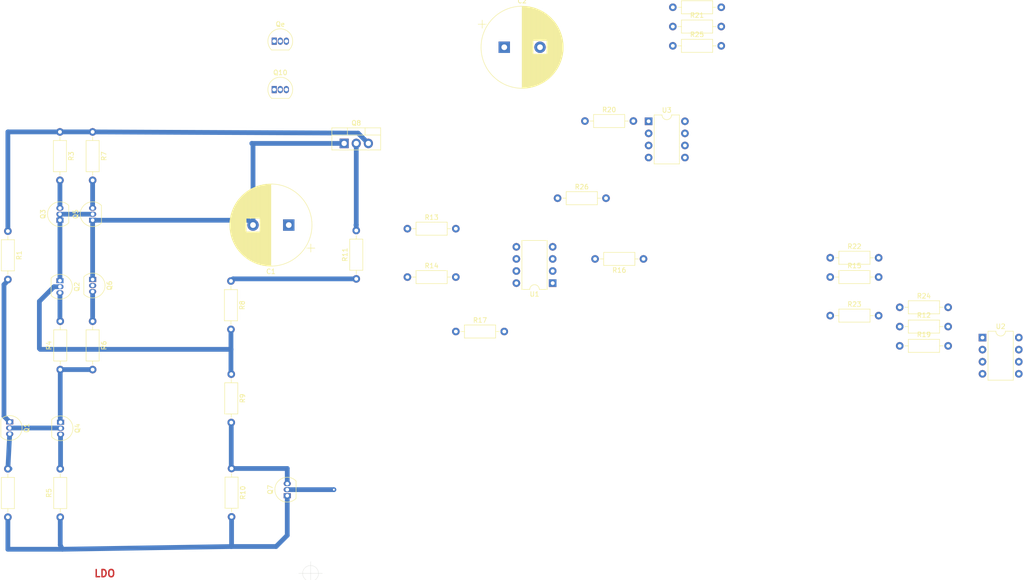
<source format=kicad_pcb>
(kicad_pcb (version 20171130) (host pcbnew "(5.1.9)-1")

  (general
    (thickness 1.6)
    (drawings 3)
    (tracks 62)
    (zones 0)
    (modules 41)
    (nets 41)
  )

  (page A4)
  (layers
    (0 F.Cu signal)
    (31 B.Cu signal)
    (32 B.Adhes user hide)
    (33 F.Adhes user hide)
    (34 B.Paste user hide)
    (35 F.Paste user hide)
    (36 B.SilkS user hide)
    (37 F.SilkS user hide)
    (38 B.Mask user hide)
    (39 F.Mask user hide)
    (40 Dwgs.User user hide)
    (41 Cmts.User user hide)
    (42 Eco1.User user hide)
    (43 Eco2.User user hide)
    (44 Edge.Cuts user hide)
    (45 Margin user hide)
    (46 B.CrtYd user hide)
    (47 F.CrtYd user hide)
    (48 B.Fab user hide)
    (49 F.Fab user hide)
  )

  (setup
    (last_trace_width 1)
    (user_trace_width 0.5)
    (user_trace_width 1)
    (trace_clearance 0.2)
    (zone_clearance 0.508)
    (zone_45_only no)
    (trace_min 0.2)
    (via_size 0.8)
    (via_drill 0.4)
    (via_min_size 0.4)
    (via_min_drill 0.3)
    (user_via 1 0.5)
    (user_via 2 1)
    (uvia_size 0.3)
    (uvia_drill 0.1)
    (uvias_allowed no)
    (uvia_min_size 0.2)
    (uvia_min_drill 0.1)
    (edge_width 0.05)
    (segment_width 0.2)
    (pcb_text_width 0.3)
    (pcb_text_size 1.5 1.5)
    (mod_edge_width 0.12)
    (mod_text_size 1 1)
    (mod_text_width 0.15)
    (pad_size 1.524 1.524)
    (pad_drill 0.762)
    (pad_to_mask_clearance 0)
    (aux_axis_origin 0 0)
    (visible_elements 7FFFFFFF)
    (pcbplotparams
      (layerselection 0x010fc_ffffffff)
      (usegerberextensions false)
      (usegerberattributes true)
      (usegerberadvancedattributes true)
      (creategerberjobfile true)
      (excludeedgelayer true)
      (linewidth 0.100000)
      (plotframeref false)
      (viasonmask false)
      (mode 1)
      (useauxorigin false)
      (hpglpennumber 1)
      (hpglpenspeed 20)
      (hpglpendiameter 15.000000)
      (psnegative false)
      (psa4output false)
      (plotreference true)
      (plotvalue true)
      (plotinvisibletext false)
      (padsonsilk false)
      (subtractmaskfromsilk false)
      (outputformat 1)
      (mirror false)
      (drillshape 1)
      (scaleselection 1)
      (outputdirectory ""))
  )

  (net 0 "")
  (net 1 "Net-(C1-Pad2)")
  (net 2 "Net-(C1-Pad1)")
  (net 3 "Net-(Q1-Pad1)")
  (net 4 "Net-(Q1-Pad3)")
  (net 5 "Net-(Q2-Pad1)")
  (net 6 "Net-(Q2-Pad3)")
  (net 7 Vf)
  (net 8 "Net-(Q3-Pad3)")
  (net 9 "Net-(Q4-Pad1)")
  (net 10 "Net-(Q4-Pad3)")
  (net 11 "Net-(Q5-Pad3)")
  (net 12 "Net-(Q6-Pad3)")
  (net 13 Vref)
  (net 14 "Net-(Q7-Pad3)")
  (net 15 SELA)
  (net 16 VA)
  (net 17 "Net-(C2-Pad2)")
  (net 18 /Vact)
  (net 19 GND)
  (net 20 VREG)
  (net 21 ENLDO)
  (net 22 "Net-(R12-Pad1)")
  (net 23 "Net-(R13-Pad2)")
  (net 24 "Net-(R14-Pad2)")
  (net 25 /Vsens)
  (net 26 "Net-(R18-Pad2)")
  (net 27 "Net-(R19-Pad2)")
  (net 28 /Vref2)
  (net 29 "Net-(R22-Pad2)")
  (net 30 "Net-(R23-Pad2)")
  (net 31 "Net-(U1-Pad8)")
  (net 32 /V-)
  (net 33 "Net-(U1-Pad5)")
  (net 34 "Net-(U1-Pad1)")
  (net 35 "Net-(U2-Pad8)")
  (net 36 "Net-(U2-Pad5)")
  (net 37 "Net-(U2-Pad1)")
  (net 38 "Net-(U3-Pad8)")
  (net 39 "Net-(U3-Pad5)")
  (net 40 "Net-(U3-Pad1)")

  (net_class Default "This is the default net class."
    (clearance 0.2)
    (trace_width 0.25)
    (via_dia 0.8)
    (via_drill 0.4)
    (uvia_dia 0.3)
    (uvia_drill 0.1)
    (add_net /V-)
    (add_net /Vact)
    (add_net /Vref2)
    (add_net /Vsens)
    (add_net ENLDO)
    (add_net GND)
    (add_net "Net-(C1-Pad1)")
    (add_net "Net-(C1-Pad2)")
    (add_net "Net-(C2-Pad2)")
    (add_net "Net-(Q1-Pad1)")
    (add_net "Net-(Q1-Pad3)")
    (add_net "Net-(Q2-Pad1)")
    (add_net "Net-(Q2-Pad3)")
    (add_net "Net-(Q3-Pad3)")
    (add_net "Net-(Q4-Pad1)")
    (add_net "Net-(Q4-Pad3)")
    (add_net "Net-(Q5-Pad3)")
    (add_net "Net-(Q6-Pad3)")
    (add_net "Net-(Q7-Pad3)")
    (add_net "Net-(R12-Pad1)")
    (add_net "Net-(R13-Pad2)")
    (add_net "Net-(R14-Pad2)")
    (add_net "Net-(R18-Pad2)")
    (add_net "Net-(R19-Pad2)")
    (add_net "Net-(R22-Pad2)")
    (add_net "Net-(R23-Pad2)")
    (add_net "Net-(U1-Pad1)")
    (add_net "Net-(U1-Pad5)")
    (add_net "Net-(U1-Pad8)")
    (add_net "Net-(U2-Pad1)")
    (add_net "Net-(U2-Pad5)")
    (add_net "Net-(U2-Pad8)")
    (add_net "Net-(U3-Pad1)")
    (add_net "Net-(U3-Pad5)")
    (add_net "Net-(U3-Pad8)")
    (add_net SELA)
    (add_net VA)
    (add_net VREG)
    (add_net Vf)
    (add_net Vref)
  )

  (module Package_DIP:DIP-8_W7.62mm (layer F.Cu) (tedit 5A02E8C5) (tstamp 62A72853)
    (at 192.845001 39.675001)
    (descr "8-lead though-hole mounted DIP package, row spacing 7.62 mm (300 mils)")
    (tags "THT DIP DIL PDIP 2.54mm 7.62mm 300mil")
    (path /62A8B621)
    (fp_text reference U3 (at 3.81 -2.33) (layer F.SilkS)
      (effects (font (size 1 1) (thickness 0.15)))
    )
    (fp_text value TL081 (at 3.81 9.95) (layer F.Fab)
      (effects (font (size 1 1) (thickness 0.15)))
    )
    (fp_text user %R (at 3.81 3.81) (layer F.Fab)
      (effects (font (size 1 1) (thickness 0.15)))
    )
    (fp_arc (start 3.81 -1.33) (end 2.81 -1.33) (angle -180) (layer F.SilkS) (width 0.12))
    (fp_line (start 1.635 -1.27) (end 6.985 -1.27) (layer F.Fab) (width 0.1))
    (fp_line (start 6.985 -1.27) (end 6.985 8.89) (layer F.Fab) (width 0.1))
    (fp_line (start 6.985 8.89) (end 0.635 8.89) (layer F.Fab) (width 0.1))
    (fp_line (start 0.635 8.89) (end 0.635 -0.27) (layer F.Fab) (width 0.1))
    (fp_line (start 0.635 -0.27) (end 1.635 -1.27) (layer F.Fab) (width 0.1))
    (fp_line (start 2.81 -1.33) (end 1.16 -1.33) (layer F.SilkS) (width 0.12))
    (fp_line (start 1.16 -1.33) (end 1.16 8.95) (layer F.SilkS) (width 0.12))
    (fp_line (start 1.16 8.95) (end 6.46 8.95) (layer F.SilkS) (width 0.12))
    (fp_line (start 6.46 8.95) (end 6.46 -1.33) (layer F.SilkS) (width 0.12))
    (fp_line (start 6.46 -1.33) (end 4.81 -1.33) (layer F.SilkS) (width 0.12))
    (fp_line (start -1.1 -1.55) (end -1.1 9.15) (layer F.CrtYd) (width 0.05))
    (fp_line (start -1.1 9.15) (end 8.7 9.15) (layer F.CrtYd) (width 0.05))
    (fp_line (start 8.7 9.15) (end 8.7 -1.55) (layer F.CrtYd) (width 0.05))
    (fp_line (start 8.7 -1.55) (end -1.1 -1.55) (layer F.CrtYd) (width 0.05))
    (pad 8 thru_hole oval (at 7.62 0) (size 1.6 1.6) (drill 0.8) (layers *.Cu *.Mask)
      (net 38 "Net-(U3-Pad8)"))
    (pad 4 thru_hole oval (at 0 7.62) (size 1.6 1.6) (drill 0.8) (layers *.Cu *.Mask)
      (net 32 /V-))
    (pad 7 thru_hole oval (at 7.62 2.54) (size 1.6 1.6) (drill 0.8) (layers *.Cu *.Mask)
      (net 20 VREG))
    (pad 3 thru_hole oval (at 0 5.08) (size 1.6 1.6) (drill 0.8) (layers *.Cu *.Mask)
      (net 30 "Net-(R23-Pad2)"))
    (pad 6 thru_hole oval (at 7.62 5.08) (size 1.6 1.6) (drill 0.8) (layers *.Cu *.Mask)
      (net 18 /Vact))
    (pad 2 thru_hole oval (at 0 2.54) (size 1.6 1.6) (drill 0.8) (layers *.Cu *.Mask)
      (net 29 "Net-(R22-Pad2)"))
    (pad 5 thru_hole oval (at 7.62 7.62) (size 1.6 1.6) (drill 0.8) (layers *.Cu *.Mask)
      (net 39 "Net-(U3-Pad5)"))
    (pad 1 thru_hole rect (at 0 0) (size 1.6 1.6) (drill 0.8) (layers *.Cu *.Mask)
      (net 40 "Net-(U3-Pad1)"))
    (model ${KISYS3DMOD}/Package_DIP.3dshapes/DIP-8_W7.62mm.wrl
      (at (xyz 0 0 0))
      (scale (xyz 1 1 1))
      (rotate (xyz 0 0 0))
    )
  )

  (module Package_DIP:DIP-8_W7.62mm (layer F.Cu) (tedit 5A02E8C5) (tstamp 62A72837)
    (at 262.89 85.09)
    (descr "8-lead though-hole mounted DIP package, row spacing 7.62 mm (300 mils)")
    (tags "THT DIP DIL PDIP 2.54mm 7.62mm 300mil")
    (path /62A94557)
    (fp_text reference U2 (at 3.81 -2.33) (layer F.SilkS)
      (effects (font (size 1 1) (thickness 0.15)))
    )
    (fp_text value TL081 (at 3.81 9.95) (layer F.Fab)
      (effects (font (size 1 1) (thickness 0.15)))
    )
    (fp_text user %R (at 3.81 3.81) (layer F.Fab)
      (effects (font (size 1 1) (thickness 0.15)))
    )
    (fp_arc (start 3.81 -1.33) (end 2.81 -1.33) (angle -180) (layer F.SilkS) (width 0.12))
    (fp_line (start 1.635 -1.27) (end 6.985 -1.27) (layer F.Fab) (width 0.1))
    (fp_line (start 6.985 -1.27) (end 6.985 8.89) (layer F.Fab) (width 0.1))
    (fp_line (start 6.985 8.89) (end 0.635 8.89) (layer F.Fab) (width 0.1))
    (fp_line (start 0.635 8.89) (end 0.635 -0.27) (layer F.Fab) (width 0.1))
    (fp_line (start 0.635 -0.27) (end 1.635 -1.27) (layer F.Fab) (width 0.1))
    (fp_line (start 2.81 -1.33) (end 1.16 -1.33) (layer F.SilkS) (width 0.12))
    (fp_line (start 1.16 -1.33) (end 1.16 8.95) (layer F.SilkS) (width 0.12))
    (fp_line (start 1.16 8.95) (end 6.46 8.95) (layer F.SilkS) (width 0.12))
    (fp_line (start 6.46 8.95) (end 6.46 -1.33) (layer F.SilkS) (width 0.12))
    (fp_line (start 6.46 -1.33) (end 4.81 -1.33) (layer F.SilkS) (width 0.12))
    (fp_line (start -1.1 -1.55) (end -1.1 9.15) (layer F.CrtYd) (width 0.05))
    (fp_line (start -1.1 9.15) (end 8.7 9.15) (layer F.CrtYd) (width 0.05))
    (fp_line (start 8.7 9.15) (end 8.7 -1.55) (layer F.CrtYd) (width 0.05))
    (fp_line (start 8.7 -1.55) (end -1.1 -1.55) (layer F.CrtYd) (width 0.05))
    (pad 8 thru_hole oval (at 7.62 0) (size 1.6 1.6) (drill 0.8) (layers *.Cu *.Mask)
      (net 35 "Net-(U2-Pad8)"))
    (pad 4 thru_hole oval (at 0 7.62) (size 1.6 1.6) (drill 0.8) (layers *.Cu *.Mask)
      (net 32 /V-))
    (pad 7 thru_hole oval (at 7.62 2.54) (size 1.6 1.6) (drill 0.8) (layers *.Cu *.Mask)
      (net 20 VREG))
    (pad 3 thru_hole oval (at 0 5.08) (size 1.6 1.6) (drill 0.8) (layers *.Cu *.Mask)
      (net 27 "Net-(R19-Pad2)"))
    (pad 6 thru_hole oval (at 7.62 5.08) (size 1.6 1.6) (drill 0.8) (layers *.Cu *.Mask)
      (net 28 /Vref2))
    (pad 2 thru_hole oval (at 0 2.54) (size 1.6 1.6) (drill 0.8) (layers *.Cu *.Mask)
      (net 26 "Net-(R18-Pad2)"))
    (pad 5 thru_hole oval (at 7.62 7.62) (size 1.6 1.6) (drill 0.8) (layers *.Cu *.Mask)
      (net 36 "Net-(U2-Pad5)"))
    (pad 1 thru_hole rect (at 0 0) (size 1.6 1.6) (drill 0.8) (layers *.Cu *.Mask)
      (net 37 "Net-(U2-Pad1)"))
    (model ${KISYS3DMOD}/Package_DIP.3dshapes/DIP-8_W7.62mm.wrl
      (at (xyz 0 0 0))
      (scale (xyz 1 1 1))
      (rotate (xyz 0 0 0))
    )
  )

  (module Package_DIP:DIP-8_W7.62mm (layer F.Cu) (tedit 5A02E8C5) (tstamp 62A7281B)
    (at 172.72 73.66 180)
    (descr "8-lead though-hole mounted DIP package, row spacing 7.62 mm (300 mils)")
    (tags "THT DIP DIL PDIP 2.54mm 7.62mm 300mil")
    (path /62A878D4)
    (fp_text reference U1 (at 3.81 -2.33) (layer F.SilkS)
      (effects (font (size 1 1) (thickness 0.15)))
    )
    (fp_text value TL081 (at 3.81 9.95) (layer F.Fab)
      (effects (font (size 1 1) (thickness 0.15)))
    )
    (fp_text user %R (at 3.81 3.81) (layer F.Fab)
      (effects (font (size 1 1) (thickness 0.15)))
    )
    (fp_arc (start 3.81 -1.33) (end 2.81 -1.33) (angle -180) (layer F.SilkS) (width 0.12))
    (fp_line (start 1.635 -1.27) (end 6.985 -1.27) (layer F.Fab) (width 0.1))
    (fp_line (start 6.985 -1.27) (end 6.985 8.89) (layer F.Fab) (width 0.1))
    (fp_line (start 6.985 8.89) (end 0.635 8.89) (layer F.Fab) (width 0.1))
    (fp_line (start 0.635 8.89) (end 0.635 -0.27) (layer F.Fab) (width 0.1))
    (fp_line (start 0.635 -0.27) (end 1.635 -1.27) (layer F.Fab) (width 0.1))
    (fp_line (start 2.81 -1.33) (end 1.16 -1.33) (layer F.SilkS) (width 0.12))
    (fp_line (start 1.16 -1.33) (end 1.16 8.95) (layer F.SilkS) (width 0.12))
    (fp_line (start 1.16 8.95) (end 6.46 8.95) (layer F.SilkS) (width 0.12))
    (fp_line (start 6.46 8.95) (end 6.46 -1.33) (layer F.SilkS) (width 0.12))
    (fp_line (start 6.46 -1.33) (end 4.81 -1.33) (layer F.SilkS) (width 0.12))
    (fp_line (start -1.1 -1.55) (end -1.1 9.15) (layer F.CrtYd) (width 0.05))
    (fp_line (start -1.1 9.15) (end 8.7 9.15) (layer F.CrtYd) (width 0.05))
    (fp_line (start 8.7 9.15) (end 8.7 -1.55) (layer F.CrtYd) (width 0.05))
    (fp_line (start 8.7 -1.55) (end -1.1 -1.55) (layer F.CrtYd) (width 0.05))
    (pad 8 thru_hole oval (at 7.62 0 180) (size 1.6 1.6) (drill 0.8) (layers *.Cu *.Mask)
      (net 31 "Net-(U1-Pad8)"))
    (pad 4 thru_hole oval (at 0 7.62 180) (size 1.6 1.6) (drill 0.8) (layers *.Cu *.Mask)
      (net 32 /V-))
    (pad 7 thru_hole oval (at 7.62 2.54 180) (size 1.6 1.6) (drill 0.8) (layers *.Cu *.Mask)
      (net 20 VREG))
    (pad 3 thru_hole oval (at 0 5.08 180) (size 1.6 1.6) (drill 0.8) (layers *.Cu *.Mask)
      (net 23 "Net-(R13-Pad2)"))
    (pad 6 thru_hole oval (at 7.62 5.08 180) (size 1.6 1.6) (drill 0.8) (layers *.Cu *.Mask)
      (net 25 /Vsens))
    (pad 2 thru_hole oval (at 0 2.54 180) (size 1.6 1.6) (drill 0.8) (layers *.Cu *.Mask)
      (net 24 "Net-(R14-Pad2)"))
    (pad 5 thru_hole oval (at 7.62 7.62 180) (size 1.6 1.6) (drill 0.8) (layers *.Cu *.Mask)
      (net 33 "Net-(U1-Pad5)"))
    (pad 1 thru_hole rect (at 0 0 180) (size 1.6 1.6) (drill 0.8) (layers *.Cu *.Mask)
      (net 34 "Net-(U1-Pad1)"))
    (model ${KISYS3DMOD}/Package_DIP.3dshapes/DIP-8_W7.62mm.wrl
      (at (xyz 0 0 0))
      (scale (xyz 1 1 1))
      (rotate (xyz 0 0 0))
    )
  )

  (module Resistor_THT:R_Axial_DIN0207_L6.3mm_D2.5mm_P10.16mm_Horizontal (layer F.Cu) (tedit 5AE5139B) (tstamp 62A727FF)
    (at 173.745001 55.825001)
    (descr "Resistor, Axial_DIN0207 series, Axial, Horizontal, pin pitch=10.16mm, 0.25W = 1/4W, length*diameter=6.3*2.5mm^2, http://cdn-reichelt.de/documents/datenblatt/B400/1_4W%23YAG.pdf")
    (tags "Resistor Axial_DIN0207 series Axial Horizontal pin pitch 10.16mm 0.25W = 1/4W length 6.3mm diameter 2.5mm")
    (path /62AF1FC6)
    (fp_text reference R26 (at 5.08 -2.37) (layer F.SilkS)
      (effects (font (size 1 1) (thickness 0.15)))
    )
    (fp_text value R (at 5.08 2.37) (layer F.Fab)
      (effects (font (size 1 1) (thickness 0.15)))
    )
    (fp_text user %R (at 5.08 0) (layer F.Fab)
      (effects (font (size 1 1) (thickness 0.15)))
    )
    (fp_line (start 1.93 -1.25) (end 1.93 1.25) (layer F.Fab) (width 0.1))
    (fp_line (start 1.93 1.25) (end 8.23 1.25) (layer F.Fab) (width 0.1))
    (fp_line (start 8.23 1.25) (end 8.23 -1.25) (layer F.Fab) (width 0.1))
    (fp_line (start 8.23 -1.25) (end 1.93 -1.25) (layer F.Fab) (width 0.1))
    (fp_line (start 0 0) (end 1.93 0) (layer F.Fab) (width 0.1))
    (fp_line (start 10.16 0) (end 8.23 0) (layer F.Fab) (width 0.1))
    (fp_line (start 1.81 -1.37) (end 1.81 1.37) (layer F.SilkS) (width 0.12))
    (fp_line (start 1.81 1.37) (end 8.35 1.37) (layer F.SilkS) (width 0.12))
    (fp_line (start 8.35 1.37) (end 8.35 -1.37) (layer F.SilkS) (width 0.12))
    (fp_line (start 8.35 -1.37) (end 1.81 -1.37) (layer F.SilkS) (width 0.12))
    (fp_line (start 1.04 0) (end 1.81 0) (layer F.SilkS) (width 0.12))
    (fp_line (start 9.12 0) (end 8.35 0) (layer F.SilkS) (width 0.12))
    (fp_line (start -1.05 -1.5) (end -1.05 1.5) (layer F.CrtYd) (width 0.05))
    (fp_line (start -1.05 1.5) (end 11.21 1.5) (layer F.CrtYd) (width 0.05))
    (fp_line (start 11.21 1.5) (end 11.21 -1.5) (layer F.CrtYd) (width 0.05))
    (fp_line (start 11.21 -1.5) (end -1.05 -1.5) (layer F.CrtYd) (width 0.05))
    (pad 2 thru_hole oval (at 10.16 0) (size 1.6 1.6) (drill 0.8) (layers *.Cu *.Mask)
      (net 18 /Vact))
    (pad 1 thru_hole circle (at 0 0) (size 1.6 1.6) (drill 0.8) (layers *.Cu *.Mask)
      (net 29 "Net-(R22-Pad2)"))
    (model ${KISYS3DMOD}/Resistor_THT.3dshapes/R_Axial_DIN0207_L6.3mm_D2.5mm_P10.16mm_Horizontal.wrl
      (at (xyz 0 0 0))
      (scale (xyz 1 1 1))
      (rotate (xyz 0 0 0))
    )
  )

  (module Resistor_THT:R_Axial_DIN0207_L6.3mm_D2.5mm_P10.16mm_Horizontal (layer F.Cu) (tedit 5AE5139B) (tstamp 62A727E8)
    (at 197.925001 23.835001)
    (descr "Resistor, Axial_DIN0207 series, Axial, Horizontal, pin pitch=10.16mm, 0.25W = 1/4W, length*diameter=6.3*2.5mm^2, http://cdn-reichelt.de/documents/datenblatt/B400/1_4W%23YAG.pdf")
    (tags "Resistor Axial_DIN0207 series Axial Horizontal pin pitch 10.16mm 0.25W = 1/4W length 6.3mm diameter 2.5mm")
    (path /62AF22D9)
    (fp_text reference R25 (at 5.08 -2.37) (layer F.SilkS)
      (effects (font (size 1 1) (thickness 0.15)))
    )
    (fp_text value R (at 5.08 2.37) (layer F.Fab)
      (effects (font (size 1 1) (thickness 0.15)))
    )
    (fp_text user %R (at 5.08 0) (layer F.Fab)
      (effects (font (size 1 1) (thickness 0.15)))
    )
    (fp_line (start 1.93 -1.25) (end 1.93 1.25) (layer F.Fab) (width 0.1))
    (fp_line (start 1.93 1.25) (end 8.23 1.25) (layer F.Fab) (width 0.1))
    (fp_line (start 8.23 1.25) (end 8.23 -1.25) (layer F.Fab) (width 0.1))
    (fp_line (start 8.23 -1.25) (end 1.93 -1.25) (layer F.Fab) (width 0.1))
    (fp_line (start 0 0) (end 1.93 0) (layer F.Fab) (width 0.1))
    (fp_line (start 10.16 0) (end 8.23 0) (layer F.Fab) (width 0.1))
    (fp_line (start 1.81 -1.37) (end 1.81 1.37) (layer F.SilkS) (width 0.12))
    (fp_line (start 1.81 1.37) (end 8.35 1.37) (layer F.SilkS) (width 0.12))
    (fp_line (start 8.35 1.37) (end 8.35 -1.37) (layer F.SilkS) (width 0.12))
    (fp_line (start 8.35 -1.37) (end 1.81 -1.37) (layer F.SilkS) (width 0.12))
    (fp_line (start 1.04 0) (end 1.81 0) (layer F.SilkS) (width 0.12))
    (fp_line (start 9.12 0) (end 8.35 0) (layer F.SilkS) (width 0.12))
    (fp_line (start -1.05 -1.5) (end -1.05 1.5) (layer F.CrtYd) (width 0.05))
    (fp_line (start -1.05 1.5) (end 11.21 1.5) (layer F.CrtYd) (width 0.05))
    (fp_line (start 11.21 1.5) (end 11.21 -1.5) (layer F.CrtYd) (width 0.05))
    (fp_line (start 11.21 -1.5) (end -1.05 -1.5) (layer F.CrtYd) (width 0.05))
    (pad 2 thru_hole oval (at 10.16 0) (size 1.6 1.6) (drill 0.8) (layers *.Cu *.Mask)
      (net 17 "Net-(C2-Pad2)"))
    (pad 1 thru_hole circle (at 0 0) (size 1.6 1.6) (drill 0.8) (layers *.Cu *.Mask)
      (net 29 "Net-(R22-Pad2)"))
    (model ${KISYS3DMOD}/Resistor_THT.3dshapes/R_Axial_DIN0207_L6.3mm_D2.5mm_P10.16mm_Horizontal.wrl
      (at (xyz 0 0 0))
      (scale (xyz 1 1 1))
      (rotate (xyz 0 0 0))
    )
  )

  (module Resistor_THT:R_Axial_DIN0207_L6.3mm_D2.5mm_P10.16mm_Horizontal (layer F.Cu) (tedit 5AE5139B) (tstamp 62A727D1)
    (at 245.525001 78.735001)
    (descr "Resistor, Axial_DIN0207 series, Axial, Horizontal, pin pitch=10.16mm, 0.25W = 1/4W, length*diameter=6.3*2.5mm^2, http://cdn-reichelt.de/documents/datenblatt/B400/1_4W%23YAG.pdf")
    (tags "Resistor Axial_DIN0207 series Axial Horizontal pin pitch 10.16mm 0.25W = 1/4W length 6.3mm diameter 2.5mm")
    (path /62B26158)
    (fp_text reference R24 (at 5.08 -2.37) (layer F.SilkS)
      (effects (font (size 1 1) (thickness 0.15)))
    )
    (fp_text value R (at 5.08 2.37) (layer F.Fab)
      (effects (font (size 1 1) (thickness 0.15)))
    )
    (fp_text user %R (at 5.08 0) (layer F.Fab)
      (effects (font (size 1 1) (thickness 0.15)))
    )
    (fp_line (start 1.93 -1.25) (end 1.93 1.25) (layer F.Fab) (width 0.1))
    (fp_line (start 1.93 1.25) (end 8.23 1.25) (layer F.Fab) (width 0.1))
    (fp_line (start 8.23 1.25) (end 8.23 -1.25) (layer F.Fab) (width 0.1))
    (fp_line (start 8.23 -1.25) (end 1.93 -1.25) (layer F.Fab) (width 0.1))
    (fp_line (start 0 0) (end 1.93 0) (layer F.Fab) (width 0.1))
    (fp_line (start 10.16 0) (end 8.23 0) (layer F.Fab) (width 0.1))
    (fp_line (start 1.81 -1.37) (end 1.81 1.37) (layer F.SilkS) (width 0.12))
    (fp_line (start 1.81 1.37) (end 8.35 1.37) (layer F.SilkS) (width 0.12))
    (fp_line (start 8.35 1.37) (end 8.35 -1.37) (layer F.SilkS) (width 0.12))
    (fp_line (start 8.35 -1.37) (end 1.81 -1.37) (layer F.SilkS) (width 0.12))
    (fp_line (start 1.04 0) (end 1.81 0) (layer F.SilkS) (width 0.12))
    (fp_line (start 9.12 0) (end 8.35 0) (layer F.SilkS) (width 0.12))
    (fp_line (start -1.05 -1.5) (end -1.05 1.5) (layer F.CrtYd) (width 0.05))
    (fp_line (start -1.05 1.5) (end 11.21 1.5) (layer F.CrtYd) (width 0.05))
    (fp_line (start 11.21 1.5) (end 11.21 -1.5) (layer F.CrtYd) (width 0.05))
    (fp_line (start 11.21 -1.5) (end -1.05 -1.5) (layer F.CrtYd) (width 0.05))
    (pad 2 thru_hole oval (at 10.16 0) (size 1.6 1.6) (drill 0.8) (layers *.Cu *.Mask)
      (net 19 GND))
    (pad 1 thru_hole circle (at 0 0) (size 1.6 1.6) (drill 0.8) (layers *.Cu *.Mask)
      (net 30 "Net-(R23-Pad2)"))
    (model ${KISYS3DMOD}/Resistor_THT.3dshapes/R_Axial_DIN0207_L6.3mm_D2.5mm_P10.16mm_Horizontal.wrl
      (at (xyz 0 0 0))
      (scale (xyz 1 1 1))
      (rotate (xyz 0 0 0))
    )
  )

  (module Resistor_THT:R_Axial_DIN0207_L6.3mm_D2.5mm_P10.16mm_Horizontal (layer F.Cu) (tedit 5AE5139B) (tstamp 62A727BA)
    (at 230.945001 80.485001)
    (descr "Resistor, Axial_DIN0207 series, Axial, Horizontal, pin pitch=10.16mm, 0.25W = 1/4W, length*diameter=6.3*2.5mm^2, http://cdn-reichelt.de/documents/datenblatt/B400/1_4W%23YAG.pdf")
    (tags "Resistor Axial_DIN0207 series Axial Horizontal pin pitch 10.16mm 0.25W = 1/4W length 6.3mm diameter 2.5mm")
    (path /62AE7251)
    (fp_text reference R23 (at 5.08 -2.37) (layer F.SilkS)
      (effects (font (size 1 1) (thickness 0.15)))
    )
    (fp_text value R (at 5.08 2.37) (layer F.Fab)
      (effects (font (size 1 1) (thickness 0.15)))
    )
    (fp_text user %R (at 5.08 0) (layer F.Fab)
      (effects (font (size 1 1) (thickness 0.15)))
    )
    (fp_line (start 1.93 -1.25) (end 1.93 1.25) (layer F.Fab) (width 0.1))
    (fp_line (start 1.93 1.25) (end 8.23 1.25) (layer F.Fab) (width 0.1))
    (fp_line (start 8.23 1.25) (end 8.23 -1.25) (layer F.Fab) (width 0.1))
    (fp_line (start 8.23 -1.25) (end 1.93 -1.25) (layer F.Fab) (width 0.1))
    (fp_line (start 0 0) (end 1.93 0) (layer F.Fab) (width 0.1))
    (fp_line (start 10.16 0) (end 8.23 0) (layer F.Fab) (width 0.1))
    (fp_line (start 1.81 -1.37) (end 1.81 1.37) (layer F.SilkS) (width 0.12))
    (fp_line (start 1.81 1.37) (end 8.35 1.37) (layer F.SilkS) (width 0.12))
    (fp_line (start 8.35 1.37) (end 8.35 -1.37) (layer F.SilkS) (width 0.12))
    (fp_line (start 8.35 -1.37) (end 1.81 -1.37) (layer F.SilkS) (width 0.12))
    (fp_line (start 1.04 0) (end 1.81 0) (layer F.SilkS) (width 0.12))
    (fp_line (start 9.12 0) (end 8.35 0) (layer F.SilkS) (width 0.12))
    (fp_line (start -1.05 -1.5) (end -1.05 1.5) (layer F.CrtYd) (width 0.05))
    (fp_line (start -1.05 1.5) (end 11.21 1.5) (layer F.CrtYd) (width 0.05))
    (fp_line (start 11.21 1.5) (end 11.21 -1.5) (layer F.CrtYd) (width 0.05))
    (fp_line (start 11.21 -1.5) (end -1.05 -1.5) (layer F.CrtYd) (width 0.05))
    (pad 2 thru_hole oval (at 10.16 0) (size 1.6 1.6) (drill 0.8) (layers *.Cu *.Mask)
      (net 30 "Net-(R23-Pad2)"))
    (pad 1 thru_hole circle (at 0 0) (size 1.6 1.6) (drill 0.8) (layers *.Cu *.Mask)
      (net 28 /Vref2))
    (model ${KISYS3DMOD}/Resistor_THT.3dshapes/R_Axial_DIN0207_L6.3mm_D2.5mm_P10.16mm_Horizontal.wrl
      (at (xyz 0 0 0))
      (scale (xyz 1 1 1))
      (rotate (xyz 0 0 0))
    )
  )

  (module Resistor_THT:R_Axial_DIN0207_L6.3mm_D2.5mm_P10.16mm_Horizontal (layer F.Cu) (tedit 5AE5139B) (tstamp 62A727A3)
    (at 230.945001 68.335001)
    (descr "Resistor, Axial_DIN0207 series, Axial, Horizontal, pin pitch=10.16mm, 0.25W = 1/4W, length*diameter=6.3*2.5mm^2, http://cdn-reichelt.de/documents/datenblatt/B400/1_4W%23YAG.pdf")
    (tags "Resistor Axial_DIN0207 series Axial Horizontal pin pitch 10.16mm 0.25W = 1/4W length 6.3mm diameter 2.5mm")
    (path /62AE6EC7)
    (fp_text reference R22 (at 5.08 -2.37) (layer F.SilkS)
      (effects (font (size 1 1) (thickness 0.15)))
    )
    (fp_text value R (at 5.08 2.37) (layer F.Fab)
      (effects (font (size 1 1) (thickness 0.15)))
    )
    (fp_text user %R (at 5.08 0) (layer F.Fab)
      (effects (font (size 1 1) (thickness 0.15)))
    )
    (fp_line (start 1.93 -1.25) (end 1.93 1.25) (layer F.Fab) (width 0.1))
    (fp_line (start 1.93 1.25) (end 8.23 1.25) (layer F.Fab) (width 0.1))
    (fp_line (start 8.23 1.25) (end 8.23 -1.25) (layer F.Fab) (width 0.1))
    (fp_line (start 8.23 -1.25) (end 1.93 -1.25) (layer F.Fab) (width 0.1))
    (fp_line (start 0 0) (end 1.93 0) (layer F.Fab) (width 0.1))
    (fp_line (start 10.16 0) (end 8.23 0) (layer F.Fab) (width 0.1))
    (fp_line (start 1.81 -1.37) (end 1.81 1.37) (layer F.SilkS) (width 0.12))
    (fp_line (start 1.81 1.37) (end 8.35 1.37) (layer F.SilkS) (width 0.12))
    (fp_line (start 8.35 1.37) (end 8.35 -1.37) (layer F.SilkS) (width 0.12))
    (fp_line (start 8.35 -1.37) (end 1.81 -1.37) (layer F.SilkS) (width 0.12))
    (fp_line (start 1.04 0) (end 1.81 0) (layer F.SilkS) (width 0.12))
    (fp_line (start 9.12 0) (end 8.35 0) (layer F.SilkS) (width 0.12))
    (fp_line (start -1.05 -1.5) (end -1.05 1.5) (layer F.CrtYd) (width 0.05))
    (fp_line (start -1.05 1.5) (end 11.21 1.5) (layer F.CrtYd) (width 0.05))
    (fp_line (start 11.21 1.5) (end 11.21 -1.5) (layer F.CrtYd) (width 0.05))
    (fp_line (start 11.21 -1.5) (end -1.05 -1.5) (layer F.CrtYd) (width 0.05))
    (pad 2 thru_hole oval (at 10.16 0) (size 1.6 1.6) (drill 0.8) (layers *.Cu *.Mask)
      (net 29 "Net-(R22-Pad2)"))
    (pad 1 thru_hole circle (at 0 0) (size 1.6 1.6) (drill 0.8) (layers *.Cu *.Mask)
      (net 25 /Vsens))
    (model ${KISYS3DMOD}/Resistor_THT.3dshapes/R_Axial_DIN0207_L6.3mm_D2.5mm_P10.16mm_Horizontal.wrl
      (at (xyz 0 0 0))
      (scale (xyz 1 1 1))
      (rotate (xyz 0 0 0))
    )
  )

  (module Resistor_THT:R_Axial_DIN0207_L6.3mm_D2.5mm_P10.16mm_Horizontal (layer F.Cu) (tedit 5AE5139B) (tstamp 62A7278C)
    (at 197.925001 19.785001)
    (descr "Resistor, Axial_DIN0207 series, Axial, Horizontal, pin pitch=10.16mm, 0.25W = 1/4W, length*diameter=6.3*2.5mm^2, http://cdn-reichelt.de/documents/datenblatt/B400/1_4W%23YAG.pdf")
    (tags "Resistor Axial_DIN0207 series Axial Horizontal pin pitch 10.16mm 0.25W = 1/4W length 6.3mm diameter 2.5mm")
    (path /62AB2114)
    (fp_text reference R21 (at 5.08 -2.37) (layer F.SilkS)
      (effects (font (size 1 1) (thickness 0.15)))
    )
    (fp_text value R (at 5.08 2.37) (layer F.Fab)
      (effects (font (size 1 1) (thickness 0.15)))
    )
    (fp_text user %R (at 5.08 0) (layer F.Fab)
      (effects (font (size 1 1) (thickness 0.15)))
    )
    (fp_line (start 1.93 -1.25) (end 1.93 1.25) (layer F.Fab) (width 0.1))
    (fp_line (start 1.93 1.25) (end 8.23 1.25) (layer F.Fab) (width 0.1))
    (fp_line (start 8.23 1.25) (end 8.23 -1.25) (layer F.Fab) (width 0.1))
    (fp_line (start 8.23 -1.25) (end 1.93 -1.25) (layer F.Fab) (width 0.1))
    (fp_line (start 0 0) (end 1.93 0) (layer F.Fab) (width 0.1))
    (fp_line (start 10.16 0) (end 8.23 0) (layer F.Fab) (width 0.1))
    (fp_line (start 1.81 -1.37) (end 1.81 1.37) (layer F.SilkS) (width 0.12))
    (fp_line (start 1.81 1.37) (end 8.35 1.37) (layer F.SilkS) (width 0.12))
    (fp_line (start 8.35 1.37) (end 8.35 -1.37) (layer F.SilkS) (width 0.12))
    (fp_line (start 8.35 -1.37) (end 1.81 -1.37) (layer F.SilkS) (width 0.12))
    (fp_line (start 1.04 0) (end 1.81 0) (layer F.SilkS) (width 0.12))
    (fp_line (start 9.12 0) (end 8.35 0) (layer F.SilkS) (width 0.12))
    (fp_line (start -1.05 -1.5) (end -1.05 1.5) (layer F.CrtYd) (width 0.05))
    (fp_line (start -1.05 1.5) (end 11.21 1.5) (layer F.CrtYd) (width 0.05))
    (fp_line (start 11.21 1.5) (end 11.21 -1.5) (layer F.CrtYd) (width 0.05))
    (fp_line (start 11.21 -1.5) (end -1.05 -1.5) (layer F.CrtYd) (width 0.05))
    (pad 2 thru_hole oval (at 10.16 0) (size 1.6 1.6) (drill 0.8) (layers *.Cu *.Mask)
      (net 28 /Vref2))
    (pad 1 thru_hole circle (at 0 0) (size 1.6 1.6) (drill 0.8) (layers *.Cu *.Mask)
      (net 26 "Net-(R18-Pad2)"))
    (model ${KISYS3DMOD}/Resistor_THT.3dshapes/R_Axial_DIN0207_L6.3mm_D2.5mm_P10.16mm_Horizontal.wrl
      (at (xyz 0 0 0))
      (scale (xyz 1 1 1))
      (rotate (xyz 0 0 0))
    )
  )

  (module Resistor_THT:R_Axial_DIN0207_L6.3mm_D2.5mm_P10.16mm_Horizontal (layer F.Cu) (tedit 5AE5139B) (tstamp 62A72775)
    (at 179.485001 39.625001)
    (descr "Resistor, Axial_DIN0207 series, Axial, Horizontal, pin pitch=10.16mm, 0.25W = 1/4W, length*diameter=6.3*2.5mm^2, http://cdn-reichelt.de/documents/datenblatt/B400/1_4W%23YAG.pdf")
    (tags "Resistor Axial_DIN0207 series Axial Horizontal pin pitch 10.16mm 0.25W = 1/4W length 6.3mm diameter 2.5mm")
    (path /62AB114E)
    (fp_text reference R20 (at 5.08 -2.37) (layer F.SilkS)
      (effects (font (size 1 1) (thickness 0.15)))
    )
    (fp_text value R (at 5.08 2.37) (layer F.Fab)
      (effects (font (size 1 1) (thickness 0.15)))
    )
    (fp_text user %R (at 5.08 0) (layer F.Fab)
      (effects (font (size 1 1) (thickness 0.15)))
    )
    (fp_line (start 1.93 -1.25) (end 1.93 1.25) (layer F.Fab) (width 0.1))
    (fp_line (start 1.93 1.25) (end 8.23 1.25) (layer F.Fab) (width 0.1))
    (fp_line (start 8.23 1.25) (end 8.23 -1.25) (layer F.Fab) (width 0.1))
    (fp_line (start 8.23 -1.25) (end 1.93 -1.25) (layer F.Fab) (width 0.1))
    (fp_line (start 0 0) (end 1.93 0) (layer F.Fab) (width 0.1))
    (fp_line (start 10.16 0) (end 8.23 0) (layer F.Fab) (width 0.1))
    (fp_line (start 1.81 -1.37) (end 1.81 1.37) (layer F.SilkS) (width 0.12))
    (fp_line (start 1.81 1.37) (end 8.35 1.37) (layer F.SilkS) (width 0.12))
    (fp_line (start 8.35 1.37) (end 8.35 -1.37) (layer F.SilkS) (width 0.12))
    (fp_line (start 8.35 -1.37) (end 1.81 -1.37) (layer F.SilkS) (width 0.12))
    (fp_line (start 1.04 0) (end 1.81 0) (layer F.SilkS) (width 0.12))
    (fp_line (start 9.12 0) (end 8.35 0) (layer F.SilkS) (width 0.12))
    (fp_line (start -1.05 -1.5) (end -1.05 1.5) (layer F.CrtYd) (width 0.05))
    (fp_line (start -1.05 1.5) (end 11.21 1.5) (layer F.CrtYd) (width 0.05))
    (fp_line (start 11.21 1.5) (end 11.21 -1.5) (layer F.CrtYd) (width 0.05))
    (fp_line (start 11.21 -1.5) (end -1.05 -1.5) (layer F.CrtYd) (width 0.05))
    (pad 2 thru_hole oval (at 10.16 0) (size 1.6 1.6) (drill 0.8) (layers *.Cu *.Mask)
      (net 27 "Net-(R19-Pad2)"))
    (pad 1 thru_hole circle (at 0 0) (size 1.6 1.6) (drill 0.8) (layers *.Cu *.Mask)
      (net 7 Vf))
    (model ${KISYS3DMOD}/Resistor_THT.3dshapes/R_Axial_DIN0207_L6.3mm_D2.5mm_P10.16mm_Horizontal.wrl
      (at (xyz 0 0 0))
      (scale (xyz 1 1 1))
      (rotate (xyz 0 0 0))
    )
  )

  (module Resistor_THT:R_Axial_DIN0207_L6.3mm_D2.5mm_P10.16mm_Horizontal (layer F.Cu) (tedit 5AE5139B) (tstamp 62A7275E)
    (at 245.525001 86.835001)
    (descr "Resistor, Axial_DIN0207 series, Axial, Horizontal, pin pitch=10.16mm, 0.25W = 1/4W, length*diameter=6.3*2.5mm^2, http://cdn-reichelt.de/documents/datenblatt/B400/1_4W%23YAG.pdf")
    (tags "Resistor Axial_DIN0207 series Axial Horizontal pin pitch 10.16mm 0.25W = 1/4W length 6.3mm diameter 2.5mm")
    (path /62AB0BD1)
    (fp_text reference R19 (at 5.08 -2.37) (layer F.SilkS)
      (effects (font (size 1 1) (thickness 0.15)))
    )
    (fp_text value R (at 5.08 2.37) (layer F.Fab)
      (effects (font (size 1 1) (thickness 0.15)))
    )
    (fp_text user %R (at 5.08 0) (layer F.Fab)
      (effects (font (size 1 1) (thickness 0.15)))
    )
    (fp_line (start 1.93 -1.25) (end 1.93 1.25) (layer F.Fab) (width 0.1))
    (fp_line (start 1.93 1.25) (end 8.23 1.25) (layer F.Fab) (width 0.1))
    (fp_line (start 8.23 1.25) (end 8.23 -1.25) (layer F.Fab) (width 0.1))
    (fp_line (start 8.23 -1.25) (end 1.93 -1.25) (layer F.Fab) (width 0.1))
    (fp_line (start 0 0) (end 1.93 0) (layer F.Fab) (width 0.1))
    (fp_line (start 10.16 0) (end 8.23 0) (layer F.Fab) (width 0.1))
    (fp_line (start 1.81 -1.37) (end 1.81 1.37) (layer F.SilkS) (width 0.12))
    (fp_line (start 1.81 1.37) (end 8.35 1.37) (layer F.SilkS) (width 0.12))
    (fp_line (start 8.35 1.37) (end 8.35 -1.37) (layer F.SilkS) (width 0.12))
    (fp_line (start 8.35 -1.37) (end 1.81 -1.37) (layer F.SilkS) (width 0.12))
    (fp_line (start 1.04 0) (end 1.81 0) (layer F.SilkS) (width 0.12))
    (fp_line (start 9.12 0) (end 8.35 0) (layer F.SilkS) (width 0.12))
    (fp_line (start -1.05 -1.5) (end -1.05 1.5) (layer F.CrtYd) (width 0.05))
    (fp_line (start -1.05 1.5) (end 11.21 1.5) (layer F.CrtYd) (width 0.05))
    (fp_line (start 11.21 1.5) (end 11.21 -1.5) (layer F.CrtYd) (width 0.05))
    (fp_line (start 11.21 -1.5) (end -1.05 -1.5) (layer F.CrtYd) (width 0.05))
    (pad 2 thru_hole oval (at 10.16 0) (size 1.6 1.6) (drill 0.8) (layers *.Cu *.Mask)
      (net 27 "Net-(R19-Pad2)"))
    (pad 1 thru_hole circle (at 0 0) (size 1.6 1.6) (drill 0.8) (layers *.Cu *.Mask)
      (net 22 "Net-(R12-Pad1)"))
    (model ${KISYS3DMOD}/Resistor_THT.3dshapes/R_Axial_DIN0207_L6.3mm_D2.5mm_P10.16mm_Horizontal.wrl
      (at (xyz 0 0 0))
      (scale (xyz 1 1 1))
      (rotate (xyz 0 0 0))
    )
  )

  (module Resistor_THT:R_Axial_DIN0207_L6.3mm_D2.5mm_P10.16mm_Horizontal (layer F.Cu) (tedit 5AE5139B) (tstamp 62A72747)
    (at 197.925001 15.735001)
    (descr "Resistor, Axial_DIN0207 series, Axial, Horizontal, pin pitch=10.16mm, 0.25W = 1/4W, length*diameter=6.3*2.5mm^2, http://cdn-reichelt.de/documents/datenblatt/B400/1_4W%23YAG.pdf")
    (tags "Resistor Axial_DIN0207 series Axial Horizontal pin pitch 10.16mm 0.25W = 1/4W length 6.3mm diameter 2.5mm")
    (path /62AB1B92)
    (fp_text reference R18 (at 5.08 -2.37) (layer F.SilkS)
      (effects (font (size 1 1) (thickness 0.15)))
    )
    (fp_text value R (at 5.08 2.37) (layer F.Fab)
      (effects (font (size 1 1) (thickness 0.15)))
    )
    (fp_text user %R (at 5.08 0) (layer F.Fab)
      (effects (font (size 1 1) (thickness 0.15)))
    )
    (fp_line (start 1.93 -1.25) (end 1.93 1.25) (layer F.Fab) (width 0.1))
    (fp_line (start 1.93 1.25) (end 8.23 1.25) (layer F.Fab) (width 0.1))
    (fp_line (start 8.23 1.25) (end 8.23 -1.25) (layer F.Fab) (width 0.1))
    (fp_line (start 8.23 -1.25) (end 1.93 -1.25) (layer F.Fab) (width 0.1))
    (fp_line (start 0 0) (end 1.93 0) (layer F.Fab) (width 0.1))
    (fp_line (start 10.16 0) (end 8.23 0) (layer F.Fab) (width 0.1))
    (fp_line (start 1.81 -1.37) (end 1.81 1.37) (layer F.SilkS) (width 0.12))
    (fp_line (start 1.81 1.37) (end 8.35 1.37) (layer F.SilkS) (width 0.12))
    (fp_line (start 8.35 1.37) (end 8.35 -1.37) (layer F.SilkS) (width 0.12))
    (fp_line (start 8.35 -1.37) (end 1.81 -1.37) (layer F.SilkS) (width 0.12))
    (fp_line (start 1.04 0) (end 1.81 0) (layer F.SilkS) (width 0.12))
    (fp_line (start 9.12 0) (end 8.35 0) (layer F.SilkS) (width 0.12))
    (fp_line (start -1.05 -1.5) (end -1.05 1.5) (layer F.CrtYd) (width 0.05))
    (fp_line (start -1.05 1.5) (end 11.21 1.5) (layer F.CrtYd) (width 0.05))
    (fp_line (start 11.21 1.5) (end 11.21 -1.5) (layer F.CrtYd) (width 0.05))
    (fp_line (start 11.21 -1.5) (end -1.05 -1.5) (layer F.CrtYd) (width 0.05))
    (pad 2 thru_hole oval (at 10.16 0) (size 1.6 1.6) (drill 0.8) (layers *.Cu *.Mask)
      (net 26 "Net-(R18-Pad2)"))
    (pad 1 thru_hole circle (at 0 0) (size 1.6 1.6) (drill 0.8) (layers *.Cu *.Mask)
      (net 19 GND))
    (model ${KISYS3DMOD}/Resistor_THT.3dshapes/R_Axial_DIN0207_L6.3mm_D2.5mm_P10.16mm_Horizontal.wrl
      (at (xyz 0 0 0))
      (scale (xyz 1 1 1))
      (rotate (xyz 0 0 0))
    )
  )

  (module Resistor_THT:R_Axial_DIN0207_L6.3mm_D2.5mm_P10.16mm_Horizontal (layer F.Cu) (tedit 5AE5139B) (tstamp 62A72730)
    (at 152.4 83.82)
    (descr "Resistor, Axial_DIN0207 series, Axial, Horizontal, pin pitch=10.16mm, 0.25W = 1/4W, length*diameter=6.3*2.5mm^2, http://cdn-reichelt.de/documents/datenblatt/B400/1_4W%23YAG.pdf")
    (tags "Resistor Axial_DIN0207 series Axial Horizontal pin pitch 10.16mm 0.25W = 1/4W length 6.3mm diameter 2.5mm")
    (path /62A9D23E)
    (fp_text reference R17 (at 5.08 -2.37) (layer F.SilkS)
      (effects (font (size 1 1) (thickness 0.15)))
    )
    (fp_text value R (at 5.08 2.37) (layer F.Fab)
      (effects (font (size 1 1) (thickness 0.15)))
    )
    (fp_text user %R (at 5.08 0) (layer F.Fab)
      (effects (font (size 1 1) (thickness 0.15)))
    )
    (fp_line (start 1.93 -1.25) (end 1.93 1.25) (layer F.Fab) (width 0.1))
    (fp_line (start 1.93 1.25) (end 8.23 1.25) (layer F.Fab) (width 0.1))
    (fp_line (start 8.23 1.25) (end 8.23 -1.25) (layer F.Fab) (width 0.1))
    (fp_line (start 8.23 -1.25) (end 1.93 -1.25) (layer F.Fab) (width 0.1))
    (fp_line (start 0 0) (end 1.93 0) (layer F.Fab) (width 0.1))
    (fp_line (start 10.16 0) (end 8.23 0) (layer F.Fab) (width 0.1))
    (fp_line (start 1.81 -1.37) (end 1.81 1.37) (layer F.SilkS) (width 0.12))
    (fp_line (start 1.81 1.37) (end 8.35 1.37) (layer F.SilkS) (width 0.12))
    (fp_line (start 8.35 1.37) (end 8.35 -1.37) (layer F.SilkS) (width 0.12))
    (fp_line (start 8.35 -1.37) (end 1.81 -1.37) (layer F.SilkS) (width 0.12))
    (fp_line (start 1.04 0) (end 1.81 0) (layer F.SilkS) (width 0.12))
    (fp_line (start 9.12 0) (end 8.35 0) (layer F.SilkS) (width 0.12))
    (fp_line (start -1.05 -1.5) (end -1.05 1.5) (layer F.CrtYd) (width 0.05))
    (fp_line (start -1.05 1.5) (end 11.21 1.5) (layer F.CrtYd) (width 0.05))
    (fp_line (start 11.21 1.5) (end 11.21 -1.5) (layer F.CrtYd) (width 0.05))
    (fp_line (start 11.21 -1.5) (end -1.05 -1.5) (layer F.CrtYd) (width 0.05))
    (pad 2 thru_hole oval (at 10.16 0) (size 1.6 1.6) (drill 0.8) (layers *.Cu *.Mask)
      (net 25 /Vsens))
    (pad 1 thru_hole circle (at 0 0) (size 1.6 1.6) (drill 0.8) (layers *.Cu *.Mask)
      (net 24 "Net-(R14-Pad2)"))
    (model ${KISYS3DMOD}/Resistor_THT.3dshapes/R_Axial_DIN0207_L6.3mm_D2.5mm_P10.16mm_Horizontal.wrl
      (at (xyz 0 0 0))
      (scale (xyz 1 1 1))
      (rotate (xyz 0 0 0))
    )
  )

  (module Resistor_THT:R_Axial_DIN0207_L6.3mm_D2.5mm_P10.16mm_Horizontal (layer F.Cu) (tedit 5AE5139B) (tstamp 62A72719)
    (at 191.77 68.58 180)
    (descr "Resistor, Axial_DIN0207 series, Axial, Horizontal, pin pitch=10.16mm, 0.25W = 1/4W, length*diameter=6.3*2.5mm^2, http://cdn-reichelt.de/documents/datenblatt/B400/1_4W%23YAG.pdf")
    (tags "Resistor Axial_DIN0207 series Axial Horizontal pin pitch 10.16mm 0.25W = 1/4W length 6.3mm diameter 2.5mm")
    (path /62AA02B5)
    (fp_text reference R16 (at 5.08 -2.37) (layer F.SilkS)
      (effects (font (size 1 1) (thickness 0.15)))
    )
    (fp_text value R (at 5.08 2.37) (layer F.Fab)
      (effects (font (size 1 1) (thickness 0.15)))
    )
    (fp_text user %R (at 5.08 0) (layer F.Fab)
      (effects (font (size 1 1) (thickness 0.15)))
    )
    (fp_line (start 1.93 -1.25) (end 1.93 1.25) (layer F.Fab) (width 0.1))
    (fp_line (start 1.93 1.25) (end 8.23 1.25) (layer F.Fab) (width 0.1))
    (fp_line (start 8.23 1.25) (end 8.23 -1.25) (layer F.Fab) (width 0.1))
    (fp_line (start 8.23 -1.25) (end 1.93 -1.25) (layer F.Fab) (width 0.1))
    (fp_line (start 0 0) (end 1.93 0) (layer F.Fab) (width 0.1))
    (fp_line (start 10.16 0) (end 8.23 0) (layer F.Fab) (width 0.1))
    (fp_line (start 1.81 -1.37) (end 1.81 1.37) (layer F.SilkS) (width 0.12))
    (fp_line (start 1.81 1.37) (end 8.35 1.37) (layer F.SilkS) (width 0.12))
    (fp_line (start 8.35 1.37) (end 8.35 -1.37) (layer F.SilkS) (width 0.12))
    (fp_line (start 8.35 -1.37) (end 1.81 -1.37) (layer F.SilkS) (width 0.12))
    (fp_line (start 1.04 0) (end 1.81 0) (layer F.SilkS) (width 0.12))
    (fp_line (start 9.12 0) (end 8.35 0) (layer F.SilkS) (width 0.12))
    (fp_line (start -1.05 -1.5) (end -1.05 1.5) (layer F.CrtYd) (width 0.05))
    (fp_line (start -1.05 1.5) (end 11.21 1.5) (layer F.CrtYd) (width 0.05))
    (fp_line (start 11.21 1.5) (end 11.21 -1.5) (layer F.CrtYd) (width 0.05))
    (fp_line (start 11.21 -1.5) (end -1.05 -1.5) (layer F.CrtYd) (width 0.05))
    (pad 2 thru_hole oval (at 10.16 0 180) (size 1.6 1.6) (drill 0.8) (layers *.Cu *.Mask)
      (net 23 "Net-(R13-Pad2)"))
    (pad 1 thru_hole circle (at 0 0 180) (size 1.6 1.6) (drill 0.8) (layers *.Cu *.Mask)
      (net 19 GND))
    (model ${KISYS3DMOD}/Resistor_THT.3dshapes/R_Axial_DIN0207_L6.3mm_D2.5mm_P10.16mm_Horizontal.wrl
      (at (xyz 0 0 0))
      (scale (xyz 1 1 1))
      (rotate (xyz 0 0 0))
    )
  )

  (module Resistor_THT:R_Axial_DIN0207_L6.3mm_D2.5mm_P10.16mm_Horizontal (layer F.Cu) (tedit 5AE5139B) (tstamp 62A72702)
    (at 230.945001 72.385001)
    (descr "Resistor, Axial_DIN0207 series, Axial, Horizontal, pin pitch=10.16mm, 0.25W = 1/4W, length*diameter=6.3*2.5mm^2, http://cdn-reichelt.de/documents/datenblatt/B400/1_4W%23YAG.pdf")
    (tags "Resistor Axial_DIN0207 series Axial Horizontal pin pitch 10.16mm 0.25W = 1/4W length 6.3mm diameter 2.5mm")
    (path /62AB1353)
    (fp_text reference R15 (at 5.08 -2.37) (layer F.SilkS)
      (effects (font (size 1 1) (thickness 0.15)))
    )
    (fp_text value R (at 5.08 2.37) (layer F.Fab)
      (effects (font (size 1 1) (thickness 0.15)))
    )
    (fp_text user %R (at 5.08 0) (layer F.Fab)
      (effects (font (size 1 1) (thickness 0.15)))
    )
    (fp_line (start 1.93 -1.25) (end 1.93 1.25) (layer F.Fab) (width 0.1))
    (fp_line (start 1.93 1.25) (end 8.23 1.25) (layer F.Fab) (width 0.1))
    (fp_line (start 8.23 1.25) (end 8.23 -1.25) (layer F.Fab) (width 0.1))
    (fp_line (start 8.23 -1.25) (end 1.93 -1.25) (layer F.Fab) (width 0.1))
    (fp_line (start 0 0) (end 1.93 0) (layer F.Fab) (width 0.1))
    (fp_line (start 10.16 0) (end 8.23 0) (layer F.Fab) (width 0.1))
    (fp_line (start 1.81 -1.37) (end 1.81 1.37) (layer F.SilkS) (width 0.12))
    (fp_line (start 1.81 1.37) (end 8.35 1.37) (layer F.SilkS) (width 0.12))
    (fp_line (start 8.35 1.37) (end 8.35 -1.37) (layer F.SilkS) (width 0.12))
    (fp_line (start 8.35 -1.37) (end 1.81 -1.37) (layer F.SilkS) (width 0.12))
    (fp_line (start 1.04 0) (end 1.81 0) (layer F.SilkS) (width 0.12))
    (fp_line (start 9.12 0) (end 8.35 0) (layer F.SilkS) (width 0.12))
    (fp_line (start -1.05 -1.5) (end -1.05 1.5) (layer F.CrtYd) (width 0.05))
    (fp_line (start -1.05 1.5) (end 11.21 1.5) (layer F.CrtYd) (width 0.05))
    (fp_line (start 11.21 1.5) (end 11.21 -1.5) (layer F.CrtYd) (width 0.05))
    (fp_line (start 11.21 -1.5) (end -1.05 -1.5) (layer F.CrtYd) (width 0.05))
    (pad 2 thru_hole oval (at 10.16 0) (size 1.6 1.6) (drill 0.8) (layers *.Cu *.Mask)
      (net 19 GND))
    (pad 1 thru_hole circle (at 0 0) (size 1.6 1.6) (drill 0.8) (layers *.Cu *.Mask)
      (net 22 "Net-(R12-Pad1)"))
    (model ${KISYS3DMOD}/Resistor_THT.3dshapes/R_Axial_DIN0207_L6.3mm_D2.5mm_P10.16mm_Horizontal.wrl
      (at (xyz 0 0 0))
      (scale (xyz 1 1 1))
      (rotate (xyz 0 0 0))
    )
  )

  (module Resistor_THT:R_Axial_DIN0207_L6.3mm_D2.5mm_P10.16mm_Horizontal (layer F.Cu) (tedit 5AE5139B) (tstamp 62A7468A)
    (at 142.24 72.39)
    (descr "Resistor, Axial_DIN0207 series, Axial, Horizontal, pin pitch=10.16mm, 0.25W = 1/4W, length*diameter=6.3*2.5mm^2, http://cdn-reichelt.de/documents/datenblatt/B400/1_4W%23YAG.pdf")
    (tags "Resistor Axial_DIN0207 series Axial Horizontal pin pitch 10.16mm 0.25W = 1/4W length 6.3mm diameter 2.5mm")
    (path /62A8B036)
    (fp_text reference R14 (at 5.08 -2.37) (layer F.SilkS)
      (effects (font (size 1 1) (thickness 0.15)))
    )
    (fp_text value R (at 5.08 2.37) (layer F.Fab)
      (effects (font (size 1 1) (thickness 0.15)))
    )
    (fp_text user %R (at 5.08 0) (layer F.Fab)
      (effects (font (size 1 1) (thickness 0.15)))
    )
    (fp_line (start 1.93 -1.25) (end 1.93 1.25) (layer F.Fab) (width 0.1))
    (fp_line (start 1.93 1.25) (end 8.23 1.25) (layer F.Fab) (width 0.1))
    (fp_line (start 8.23 1.25) (end 8.23 -1.25) (layer F.Fab) (width 0.1))
    (fp_line (start 8.23 -1.25) (end 1.93 -1.25) (layer F.Fab) (width 0.1))
    (fp_line (start 0 0) (end 1.93 0) (layer F.Fab) (width 0.1))
    (fp_line (start 10.16 0) (end 8.23 0) (layer F.Fab) (width 0.1))
    (fp_line (start 1.81 -1.37) (end 1.81 1.37) (layer F.SilkS) (width 0.12))
    (fp_line (start 1.81 1.37) (end 8.35 1.37) (layer F.SilkS) (width 0.12))
    (fp_line (start 8.35 1.37) (end 8.35 -1.37) (layer F.SilkS) (width 0.12))
    (fp_line (start 8.35 -1.37) (end 1.81 -1.37) (layer F.SilkS) (width 0.12))
    (fp_line (start 1.04 0) (end 1.81 0) (layer F.SilkS) (width 0.12))
    (fp_line (start 9.12 0) (end 8.35 0) (layer F.SilkS) (width 0.12))
    (fp_line (start -1.05 -1.5) (end -1.05 1.5) (layer F.CrtYd) (width 0.05))
    (fp_line (start -1.05 1.5) (end 11.21 1.5) (layer F.CrtYd) (width 0.05))
    (fp_line (start 11.21 1.5) (end 11.21 -1.5) (layer F.CrtYd) (width 0.05))
    (fp_line (start 11.21 -1.5) (end -1.05 -1.5) (layer F.CrtYd) (width 0.05))
    (pad 2 thru_hole oval (at 10.16 0) (size 1.6 1.6) (drill 0.8) (layers *.Cu *.Mask)
      (net 24 "Net-(R14-Pad2)"))
    (pad 1 thru_hole circle (at 0 0) (size 1.6 1.6) (drill 0.8) (layers *.Cu *.Mask)
      (net 16 VA))
    (model ${KISYS3DMOD}/Resistor_THT.3dshapes/R_Axial_DIN0207_L6.3mm_D2.5mm_P10.16mm_Horizontal.wrl
      (at (xyz 0 0 0))
      (scale (xyz 1 1 1))
      (rotate (xyz 0 0 0))
    )
  )

  (module Resistor_THT:R_Axial_DIN0207_L6.3mm_D2.5mm_P10.16mm_Horizontal (layer F.Cu) (tedit 5AE5139B) (tstamp 62A745EE)
    (at 142.24 62.23)
    (descr "Resistor, Axial_DIN0207 series, Axial, Horizontal, pin pitch=10.16mm, 0.25W = 1/4W, length*diameter=6.3*2.5mm^2, http://cdn-reichelt.de/documents/datenblatt/B400/1_4W%23YAG.pdf")
    (tags "Resistor Axial_DIN0207 series Axial Horizontal pin pitch 10.16mm 0.25W = 1/4W length 6.3mm diameter 2.5mm")
    (path /62A8A854)
    (fp_text reference R13 (at 5.08 -2.37) (layer F.SilkS)
      (effects (font (size 1 1) (thickness 0.15)))
    )
    (fp_text value R (at 5.08 2.37) (layer F.Fab)
      (effects (font (size 1 1) (thickness 0.15)))
    )
    (fp_text user %R (at 5.08 0) (layer F.Fab)
      (effects (font (size 1 1) (thickness 0.15)))
    )
    (fp_line (start 1.93 -1.25) (end 1.93 1.25) (layer F.Fab) (width 0.1))
    (fp_line (start 1.93 1.25) (end 8.23 1.25) (layer F.Fab) (width 0.1))
    (fp_line (start 8.23 1.25) (end 8.23 -1.25) (layer F.Fab) (width 0.1))
    (fp_line (start 8.23 -1.25) (end 1.93 -1.25) (layer F.Fab) (width 0.1))
    (fp_line (start 0 0) (end 1.93 0) (layer F.Fab) (width 0.1))
    (fp_line (start 10.16 0) (end 8.23 0) (layer F.Fab) (width 0.1))
    (fp_line (start 1.81 -1.37) (end 1.81 1.37) (layer F.SilkS) (width 0.12))
    (fp_line (start 1.81 1.37) (end 8.35 1.37) (layer F.SilkS) (width 0.12))
    (fp_line (start 8.35 1.37) (end 8.35 -1.37) (layer F.SilkS) (width 0.12))
    (fp_line (start 8.35 -1.37) (end 1.81 -1.37) (layer F.SilkS) (width 0.12))
    (fp_line (start 1.04 0) (end 1.81 0) (layer F.SilkS) (width 0.12))
    (fp_line (start 9.12 0) (end 8.35 0) (layer F.SilkS) (width 0.12))
    (fp_line (start -1.05 -1.5) (end -1.05 1.5) (layer F.CrtYd) (width 0.05))
    (fp_line (start -1.05 1.5) (end 11.21 1.5) (layer F.CrtYd) (width 0.05))
    (fp_line (start 11.21 1.5) (end 11.21 -1.5) (layer F.CrtYd) (width 0.05))
    (fp_line (start 11.21 -1.5) (end -1.05 -1.5) (layer F.CrtYd) (width 0.05))
    (pad 2 thru_hole oval (at 10.16 0) (size 1.6 1.6) (drill 0.8) (layers *.Cu *.Mask)
      (net 23 "Net-(R13-Pad2)"))
    (pad 1 thru_hole circle (at 0 0) (size 1.6 1.6) (drill 0.8) (layers *.Cu *.Mask)
      (net 2 "Net-(C1-Pad1)"))
    (model ${KISYS3DMOD}/Resistor_THT.3dshapes/R_Axial_DIN0207_L6.3mm_D2.5mm_P10.16mm_Horizontal.wrl
      (at (xyz 0 0 0))
      (scale (xyz 1 1 1))
      (rotate (xyz 0 0 0))
    )
  )

  (module Resistor_THT:R_Axial_DIN0207_L6.3mm_D2.5mm_P10.16mm_Horizontal (layer F.Cu) (tedit 5AE5139B) (tstamp 62A726BD)
    (at 245.525001 82.785001)
    (descr "Resistor, Axial_DIN0207 series, Axial, Horizontal, pin pitch=10.16mm, 0.25W = 1/4W, length*diameter=6.3*2.5mm^2, http://cdn-reichelt.de/documents/datenblatt/B400/1_4W%23YAG.pdf")
    (tags "Resistor Axial_DIN0207 series Axial Horizontal pin pitch 10.16mm 0.25W = 1/4W length 6.3mm diameter 2.5mm")
    (path /62AB183F)
    (fp_text reference R12 (at 5.08 -2.37) (layer F.SilkS)
      (effects (font (size 1 1) (thickness 0.15)))
    )
    (fp_text value R (at 5.08 2.37) (layer F.Fab)
      (effects (font (size 1 1) (thickness 0.15)))
    )
    (fp_text user %R (at 5.08 0) (layer F.Fab)
      (effects (font (size 1 1) (thickness 0.15)))
    )
    (fp_line (start 1.93 -1.25) (end 1.93 1.25) (layer F.Fab) (width 0.1))
    (fp_line (start 1.93 1.25) (end 8.23 1.25) (layer F.Fab) (width 0.1))
    (fp_line (start 8.23 1.25) (end 8.23 -1.25) (layer F.Fab) (width 0.1))
    (fp_line (start 8.23 -1.25) (end 1.93 -1.25) (layer F.Fab) (width 0.1))
    (fp_line (start 0 0) (end 1.93 0) (layer F.Fab) (width 0.1))
    (fp_line (start 10.16 0) (end 8.23 0) (layer F.Fab) (width 0.1))
    (fp_line (start 1.81 -1.37) (end 1.81 1.37) (layer F.SilkS) (width 0.12))
    (fp_line (start 1.81 1.37) (end 8.35 1.37) (layer F.SilkS) (width 0.12))
    (fp_line (start 8.35 1.37) (end 8.35 -1.37) (layer F.SilkS) (width 0.12))
    (fp_line (start 8.35 -1.37) (end 1.81 -1.37) (layer F.SilkS) (width 0.12))
    (fp_line (start 1.04 0) (end 1.81 0) (layer F.SilkS) (width 0.12))
    (fp_line (start 9.12 0) (end 8.35 0) (layer F.SilkS) (width 0.12))
    (fp_line (start -1.05 -1.5) (end -1.05 1.5) (layer F.CrtYd) (width 0.05))
    (fp_line (start -1.05 1.5) (end 11.21 1.5) (layer F.CrtYd) (width 0.05))
    (fp_line (start 11.21 1.5) (end 11.21 -1.5) (layer F.CrtYd) (width 0.05))
    (fp_line (start 11.21 -1.5) (end -1.05 -1.5) (layer F.CrtYd) (width 0.05))
    (pad 2 thru_hole oval (at 10.16 0) (size 1.6 1.6) (drill 0.8) (layers *.Cu *.Mask)
      (net 13 Vref))
    (pad 1 thru_hole circle (at 0 0) (size 1.6 1.6) (drill 0.8) (layers *.Cu *.Mask)
      (net 22 "Net-(R12-Pad1)"))
    (model ${KISYS3DMOD}/Resistor_THT.3dshapes/R_Axial_DIN0207_L6.3mm_D2.5mm_P10.16mm_Horizontal.wrl
      (at (xyz 0 0 0))
      (scale (xyz 1 1 1))
      (rotate (xyz 0 0 0))
    )
  )

  (module Package_TO_SOT_THT:TO-92_Inline (layer F.Cu) (tedit 5A1DD157) (tstamp 62A724C2)
    (at 114.3 33.02)
    (descr "TO-92 leads in-line, narrow, oval pads, drill 0.75mm (see NXP sot054_po.pdf)")
    (tags "to-92 sc-43 sc-43a sot54 PA33 transistor")
    (path /62B30841)
    (fp_text reference Q10 (at 1.27 -3.56) (layer F.SilkS)
      (effects (font (size 1 1) (thickness 0.15)))
    )
    (fp_text value BS250 (at 1.27 2.79) (layer F.Fab)
      (effects (font (size 1 1) (thickness 0.15)))
    )
    (fp_arc (start 1.27 0) (end 1.27 -2.6) (angle 135) (layer F.SilkS) (width 0.12))
    (fp_arc (start 1.27 0) (end 1.27 -2.48) (angle -135) (layer F.Fab) (width 0.1))
    (fp_arc (start 1.27 0) (end 1.27 -2.6) (angle -135) (layer F.SilkS) (width 0.12))
    (fp_arc (start 1.27 0) (end 1.27 -2.48) (angle 135) (layer F.Fab) (width 0.1))
    (fp_text user %R (at 1.27 0) (layer F.Fab)
      (effects (font (size 1 1) (thickness 0.15)))
    )
    (fp_line (start -0.53 1.85) (end 3.07 1.85) (layer F.SilkS) (width 0.12))
    (fp_line (start -0.5 1.75) (end 3 1.75) (layer F.Fab) (width 0.1))
    (fp_line (start -1.46 -2.73) (end 4 -2.73) (layer F.CrtYd) (width 0.05))
    (fp_line (start -1.46 -2.73) (end -1.46 2.01) (layer F.CrtYd) (width 0.05))
    (fp_line (start 4 2.01) (end 4 -2.73) (layer F.CrtYd) (width 0.05))
    (fp_line (start 4 2.01) (end -1.46 2.01) (layer F.CrtYd) (width 0.05))
    (pad 1 thru_hole rect (at 0 0) (size 1.05 1.5) (drill 0.75) (layers *.Cu *.Mask)
      (net 1 "Net-(C1-Pad2)"))
    (pad 3 thru_hole oval (at 2.54 0) (size 1.05 1.5) (drill 0.75) (layers *.Cu *.Mask)
      (net 20 VREG))
    (pad 2 thru_hole oval (at 1.27 0) (size 1.05 1.5) (drill 0.75) (layers *.Cu *.Mask)
      (net 18 /Vact))
    (model ${KISYS3DMOD}/Package_TO_SOT_THT.3dshapes/TO-92_Inline.wrl
      (at (xyz 0 0 0))
      (scale (xyz 1 1 1))
      (rotate (xyz 0 0 0))
    )
  )

  (module Package_TO_SOT_THT:TO-92_Inline (layer F.Cu) (tedit 5A1DD157) (tstamp 62A724B0)
    (at 114.3 22.86)
    (descr "TO-92 leads in-line, narrow, oval pads, drill 0.75mm (see NXP sot054_po.pdf)")
    (tags "to-92 sc-43 sc-43a sot54 PA33 transistor")
    (path /62B42AE5)
    (fp_text reference Qe (at 1.27 -3.56) (layer F.SilkS)
      (effects (font (size 1 1) (thickness 0.15)))
    )
    (fp_text value BS250 (at 1.27 2.79) (layer F.Fab)
      (effects (font (size 1 1) (thickness 0.15)))
    )
    (fp_arc (start 1.27 0) (end 1.27 -2.6) (angle 135) (layer F.SilkS) (width 0.12))
    (fp_arc (start 1.27 0) (end 1.27 -2.48) (angle -135) (layer F.Fab) (width 0.1))
    (fp_arc (start 1.27 0) (end 1.27 -2.6) (angle -135) (layer F.SilkS) (width 0.12))
    (fp_arc (start 1.27 0) (end 1.27 -2.48) (angle 135) (layer F.Fab) (width 0.1))
    (fp_text user %R (at 1.27 0) (layer F.Fab)
      (effects (font (size 1 1) (thickness 0.15)))
    )
    (fp_line (start -0.53 1.85) (end 3.07 1.85) (layer F.SilkS) (width 0.12))
    (fp_line (start -0.5 1.75) (end 3 1.75) (layer F.Fab) (width 0.1))
    (fp_line (start -1.46 -2.73) (end 4 -2.73) (layer F.CrtYd) (width 0.05))
    (fp_line (start -1.46 -2.73) (end -1.46 2.01) (layer F.CrtYd) (width 0.05))
    (fp_line (start 4 2.01) (end 4 -2.73) (layer F.CrtYd) (width 0.05))
    (fp_line (start 4 2.01) (end -1.46 2.01) (layer F.CrtYd) (width 0.05))
    (pad 1 thru_hole rect (at 0 0) (size 1.05 1.5) (drill 0.75) (layers *.Cu *.Mask)
      (net 1 "Net-(C1-Pad2)"))
    (pad 3 thru_hole oval (at 2.54 0) (size 1.05 1.5) (drill 0.75) (layers *.Cu *.Mask)
      (net 20 VREG))
    (pad 2 thru_hole oval (at 1.27 0) (size 1.05 1.5) (drill 0.75) (layers *.Cu *.Mask)
      (net 21 ENLDO))
    (model ${KISYS3DMOD}/Package_TO_SOT_THT.3dshapes/TO-92_Inline.wrl
      (at (xyz 0 0 0))
      (scale (xyz 1 1 1))
      (rotate (xyz 0 0 0))
    )
  )

  (module Capacitor_THT:CP_Radial_D17.0mm_P7.50mm (layer F.Cu) (tedit 5AE50EF1) (tstamp 62A7237E)
    (at 162.56 24.13)
    (descr "CP, Radial series, Radial, pin pitch=7.50mm, , diameter=17mm, Electrolytic Capacitor")
    (tags "CP Radial series Radial pin pitch 7.50mm  diameter 17mm Electrolytic Capacitor")
    (path /62AF2565)
    (fp_text reference C2 (at 3.75 -9.75) (layer F.SilkS)
      (effects (font (size 1 1) (thickness 0.15)))
    )
    (fp_text value C (at 3.75 9.75) (layer F.Fab)
      (effects (font (size 1 1) (thickness 0.15)))
    )
    (fp_text user %R (at 3.75 0) (layer F.Fab)
      (effects (font (size 1 1) (thickness 0.15)))
    )
    (fp_circle (center 3.75 0) (end 12.25 0) (layer F.Fab) (width 0.1))
    (fp_circle (center 3.75 0) (end 12.37 0) (layer F.SilkS) (width 0.12))
    (fp_circle (center 3.75 0) (end 12.5 0) (layer F.CrtYd) (width 0.05))
    (fp_line (start -3.556219 -3.7275) (end -1.856219 -3.7275) (layer F.Fab) (width 0.1))
    (fp_line (start -2.706219 -4.5775) (end -2.706219 -2.8775) (layer F.Fab) (width 0.1))
    (fp_line (start 3.75 -8.581) (end 3.75 8.581) (layer F.SilkS) (width 0.12))
    (fp_line (start 3.79 -8.58) (end 3.79 8.58) (layer F.SilkS) (width 0.12))
    (fp_line (start 3.83 -8.58) (end 3.83 8.58) (layer F.SilkS) (width 0.12))
    (fp_line (start 3.87 -8.58) (end 3.87 8.58) (layer F.SilkS) (width 0.12))
    (fp_line (start 3.91 -8.579) (end 3.91 8.579) (layer F.SilkS) (width 0.12))
    (fp_line (start 3.95 -8.578) (end 3.95 8.578) (layer F.SilkS) (width 0.12))
    (fp_line (start 3.99 -8.577) (end 3.99 8.577) (layer F.SilkS) (width 0.12))
    (fp_line (start 4.03 -8.576) (end 4.03 8.576) (layer F.SilkS) (width 0.12))
    (fp_line (start 4.07 -8.575) (end 4.07 8.575) (layer F.SilkS) (width 0.12))
    (fp_line (start 4.11 -8.573) (end 4.11 8.573) (layer F.SilkS) (width 0.12))
    (fp_line (start 4.15 -8.571) (end 4.15 8.571) (layer F.SilkS) (width 0.12))
    (fp_line (start 4.19 -8.569) (end 4.19 8.569) (layer F.SilkS) (width 0.12))
    (fp_line (start 4.23 -8.567) (end 4.23 8.567) (layer F.SilkS) (width 0.12))
    (fp_line (start 4.27 -8.565) (end 4.27 8.565) (layer F.SilkS) (width 0.12))
    (fp_line (start 4.31 -8.562) (end 4.31 8.562) (layer F.SilkS) (width 0.12))
    (fp_line (start 4.35 -8.56) (end 4.35 8.56) (layer F.SilkS) (width 0.12))
    (fp_line (start 4.39 -8.557) (end 4.39 8.557) (layer F.SilkS) (width 0.12))
    (fp_line (start 4.43 -8.554) (end 4.43 8.554) (layer F.SilkS) (width 0.12))
    (fp_line (start 4.471 -8.55) (end 4.471 8.55) (layer F.SilkS) (width 0.12))
    (fp_line (start 4.511 -8.547) (end 4.511 8.547) (layer F.SilkS) (width 0.12))
    (fp_line (start 4.551 -8.543) (end 4.551 8.543) (layer F.SilkS) (width 0.12))
    (fp_line (start 4.591 -8.539) (end 4.591 8.539) (layer F.SilkS) (width 0.12))
    (fp_line (start 4.631 -8.535) (end 4.631 8.535) (layer F.SilkS) (width 0.12))
    (fp_line (start 4.671 -8.531) (end 4.671 8.531) (layer F.SilkS) (width 0.12))
    (fp_line (start 4.711 -8.527) (end 4.711 8.527) (layer F.SilkS) (width 0.12))
    (fp_line (start 4.751 -8.522) (end 4.751 8.522) (layer F.SilkS) (width 0.12))
    (fp_line (start 4.791 -8.518) (end 4.791 8.518) (layer F.SilkS) (width 0.12))
    (fp_line (start 4.831 -8.513) (end 4.831 8.513) (layer F.SilkS) (width 0.12))
    (fp_line (start 4.871 -8.507) (end 4.871 8.507) (layer F.SilkS) (width 0.12))
    (fp_line (start 4.911 -8.502) (end 4.911 8.502) (layer F.SilkS) (width 0.12))
    (fp_line (start 4.951 -8.497) (end 4.951 8.497) (layer F.SilkS) (width 0.12))
    (fp_line (start 4.991 -8.491) (end 4.991 8.491) (layer F.SilkS) (width 0.12))
    (fp_line (start 5.031 -8.485) (end 5.031 8.485) (layer F.SilkS) (width 0.12))
    (fp_line (start 5.071 -8.479) (end 5.071 8.479) (layer F.SilkS) (width 0.12))
    (fp_line (start 5.111 -8.473) (end 5.111 8.473) (layer F.SilkS) (width 0.12))
    (fp_line (start 5.151 -8.466) (end 5.151 8.466) (layer F.SilkS) (width 0.12))
    (fp_line (start 5.191 -8.459) (end 5.191 8.459) (layer F.SilkS) (width 0.12))
    (fp_line (start 5.231 -8.452) (end 5.231 8.452) (layer F.SilkS) (width 0.12))
    (fp_line (start 5.271 -8.445) (end 5.271 8.445) (layer F.SilkS) (width 0.12))
    (fp_line (start 5.311 -8.438) (end 5.311 8.438) (layer F.SilkS) (width 0.12))
    (fp_line (start 5.351 -8.431) (end 5.351 8.431) (layer F.SilkS) (width 0.12))
    (fp_line (start 5.391 -8.423) (end 5.391 8.423) (layer F.SilkS) (width 0.12))
    (fp_line (start 5.431 -8.415) (end 5.431 8.415) (layer F.SilkS) (width 0.12))
    (fp_line (start 5.471 -8.407) (end 5.471 8.407) (layer F.SilkS) (width 0.12))
    (fp_line (start 5.511 -8.399) (end 5.511 8.399) (layer F.SilkS) (width 0.12))
    (fp_line (start 5.551 -8.39) (end 5.551 8.39) (layer F.SilkS) (width 0.12))
    (fp_line (start 5.591 -8.382) (end 5.591 8.382) (layer F.SilkS) (width 0.12))
    (fp_line (start 5.631 -8.373) (end 5.631 8.373) (layer F.SilkS) (width 0.12))
    (fp_line (start 5.671 -8.364) (end 5.671 8.364) (layer F.SilkS) (width 0.12))
    (fp_line (start 5.711 -8.355) (end 5.711 8.355) (layer F.SilkS) (width 0.12))
    (fp_line (start 5.751 -8.345) (end 5.751 8.345) (layer F.SilkS) (width 0.12))
    (fp_line (start 5.791 -8.336) (end 5.791 8.336) (layer F.SilkS) (width 0.12))
    (fp_line (start 5.831 -8.326) (end 5.831 8.326) (layer F.SilkS) (width 0.12))
    (fp_line (start 5.871 -8.316) (end 5.871 8.316) (layer F.SilkS) (width 0.12))
    (fp_line (start 5.911 -8.305) (end 5.911 8.305) (layer F.SilkS) (width 0.12))
    (fp_line (start 5.951 -8.295) (end 5.951 8.295) (layer F.SilkS) (width 0.12))
    (fp_line (start 5.991 -8.284) (end 5.991 8.284) (layer F.SilkS) (width 0.12))
    (fp_line (start 6.031 -8.274) (end 6.031 8.274) (layer F.SilkS) (width 0.12))
    (fp_line (start 6.071 -8.262) (end 6.071 -1.44) (layer F.SilkS) (width 0.12))
    (fp_line (start 6.071 1.44) (end 6.071 8.262) (layer F.SilkS) (width 0.12))
    (fp_line (start 6.111 -8.251) (end 6.111 -1.44) (layer F.SilkS) (width 0.12))
    (fp_line (start 6.111 1.44) (end 6.111 8.251) (layer F.SilkS) (width 0.12))
    (fp_line (start 6.151 -8.24) (end 6.151 -1.44) (layer F.SilkS) (width 0.12))
    (fp_line (start 6.151 1.44) (end 6.151 8.24) (layer F.SilkS) (width 0.12))
    (fp_line (start 6.191 -8.228) (end 6.191 -1.44) (layer F.SilkS) (width 0.12))
    (fp_line (start 6.191 1.44) (end 6.191 8.228) (layer F.SilkS) (width 0.12))
    (fp_line (start 6.231 -8.216) (end 6.231 -1.44) (layer F.SilkS) (width 0.12))
    (fp_line (start 6.231 1.44) (end 6.231 8.216) (layer F.SilkS) (width 0.12))
    (fp_line (start 6.271 -8.204) (end 6.271 -1.44) (layer F.SilkS) (width 0.12))
    (fp_line (start 6.271 1.44) (end 6.271 8.204) (layer F.SilkS) (width 0.12))
    (fp_line (start 6.311 -8.192) (end 6.311 -1.44) (layer F.SilkS) (width 0.12))
    (fp_line (start 6.311 1.44) (end 6.311 8.192) (layer F.SilkS) (width 0.12))
    (fp_line (start 6.351 -8.179) (end 6.351 -1.44) (layer F.SilkS) (width 0.12))
    (fp_line (start 6.351 1.44) (end 6.351 8.179) (layer F.SilkS) (width 0.12))
    (fp_line (start 6.391 -8.166) (end 6.391 -1.44) (layer F.SilkS) (width 0.12))
    (fp_line (start 6.391 1.44) (end 6.391 8.166) (layer F.SilkS) (width 0.12))
    (fp_line (start 6.431 -8.153) (end 6.431 -1.44) (layer F.SilkS) (width 0.12))
    (fp_line (start 6.431 1.44) (end 6.431 8.153) (layer F.SilkS) (width 0.12))
    (fp_line (start 6.471 -8.14) (end 6.471 -1.44) (layer F.SilkS) (width 0.12))
    (fp_line (start 6.471 1.44) (end 6.471 8.14) (layer F.SilkS) (width 0.12))
    (fp_line (start 6.511 -8.127) (end 6.511 -1.44) (layer F.SilkS) (width 0.12))
    (fp_line (start 6.511 1.44) (end 6.511 8.127) (layer F.SilkS) (width 0.12))
    (fp_line (start 6.551 -8.113) (end 6.551 -1.44) (layer F.SilkS) (width 0.12))
    (fp_line (start 6.551 1.44) (end 6.551 8.113) (layer F.SilkS) (width 0.12))
    (fp_line (start 6.591 -8.099) (end 6.591 -1.44) (layer F.SilkS) (width 0.12))
    (fp_line (start 6.591 1.44) (end 6.591 8.099) (layer F.SilkS) (width 0.12))
    (fp_line (start 6.631 -8.085) (end 6.631 -1.44) (layer F.SilkS) (width 0.12))
    (fp_line (start 6.631 1.44) (end 6.631 8.085) (layer F.SilkS) (width 0.12))
    (fp_line (start 6.671 -8.071) (end 6.671 -1.44) (layer F.SilkS) (width 0.12))
    (fp_line (start 6.671 1.44) (end 6.671 8.071) (layer F.SilkS) (width 0.12))
    (fp_line (start 6.711 -8.056) (end 6.711 -1.44) (layer F.SilkS) (width 0.12))
    (fp_line (start 6.711 1.44) (end 6.711 8.056) (layer F.SilkS) (width 0.12))
    (fp_line (start 6.751 -8.042) (end 6.751 -1.44) (layer F.SilkS) (width 0.12))
    (fp_line (start 6.751 1.44) (end 6.751 8.042) (layer F.SilkS) (width 0.12))
    (fp_line (start 6.791 -8.027) (end 6.791 -1.44) (layer F.SilkS) (width 0.12))
    (fp_line (start 6.791 1.44) (end 6.791 8.027) (layer F.SilkS) (width 0.12))
    (fp_line (start 6.831 -8.011) (end 6.831 -1.44) (layer F.SilkS) (width 0.12))
    (fp_line (start 6.831 1.44) (end 6.831 8.011) (layer F.SilkS) (width 0.12))
    (fp_line (start 6.871 -7.996) (end 6.871 -1.44) (layer F.SilkS) (width 0.12))
    (fp_line (start 6.871 1.44) (end 6.871 7.996) (layer F.SilkS) (width 0.12))
    (fp_line (start 6.911 -7.98) (end 6.911 -1.44) (layer F.SilkS) (width 0.12))
    (fp_line (start 6.911 1.44) (end 6.911 7.98) (layer F.SilkS) (width 0.12))
    (fp_line (start 6.951 -7.965) (end 6.951 -1.44) (layer F.SilkS) (width 0.12))
    (fp_line (start 6.951 1.44) (end 6.951 7.965) (layer F.SilkS) (width 0.12))
    (fp_line (start 6.991 -7.948) (end 6.991 -1.44) (layer F.SilkS) (width 0.12))
    (fp_line (start 6.991 1.44) (end 6.991 7.948) (layer F.SilkS) (width 0.12))
    (fp_line (start 7.031 -7.932) (end 7.031 -1.44) (layer F.SilkS) (width 0.12))
    (fp_line (start 7.031 1.44) (end 7.031 7.932) (layer F.SilkS) (width 0.12))
    (fp_line (start 7.071 -7.915) (end 7.071 -1.44) (layer F.SilkS) (width 0.12))
    (fp_line (start 7.071 1.44) (end 7.071 7.915) (layer F.SilkS) (width 0.12))
    (fp_line (start 7.111 -7.899) (end 7.111 -1.44) (layer F.SilkS) (width 0.12))
    (fp_line (start 7.111 1.44) (end 7.111 7.899) (layer F.SilkS) (width 0.12))
    (fp_line (start 7.151 -7.882) (end 7.151 -1.44) (layer F.SilkS) (width 0.12))
    (fp_line (start 7.151 1.44) (end 7.151 7.882) (layer F.SilkS) (width 0.12))
    (fp_line (start 7.191 -7.864) (end 7.191 -1.44) (layer F.SilkS) (width 0.12))
    (fp_line (start 7.191 1.44) (end 7.191 7.864) (layer F.SilkS) (width 0.12))
    (fp_line (start 7.231 -7.847) (end 7.231 -1.44) (layer F.SilkS) (width 0.12))
    (fp_line (start 7.231 1.44) (end 7.231 7.847) (layer F.SilkS) (width 0.12))
    (fp_line (start 7.271 -7.829) (end 7.271 -1.44) (layer F.SilkS) (width 0.12))
    (fp_line (start 7.271 1.44) (end 7.271 7.829) (layer F.SilkS) (width 0.12))
    (fp_line (start 7.311 -7.811) (end 7.311 -1.44) (layer F.SilkS) (width 0.12))
    (fp_line (start 7.311 1.44) (end 7.311 7.811) (layer F.SilkS) (width 0.12))
    (fp_line (start 7.351 -7.793) (end 7.351 -1.44) (layer F.SilkS) (width 0.12))
    (fp_line (start 7.351 1.44) (end 7.351 7.793) (layer F.SilkS) (width 0.12))
    (fp_line (start 7.391 -7.774) (end 7.391 -1.44) (layer F.SilkS) (width 0.12))
    (fp_line (start 7.391 1.44) (end 7.391 7.774) (layer F.SilkS) (width 0.12))
    (fp_line (start 7.431 -7.755) (end 7.431 -1.44) (layer F.SilkS) (width 0.12))
    (fp_line (start 7.431 1.44) (end 7.431 7.755) (layer F.SilkS) (width 0.12))
    (fp_line (start 7.471 -7.736) (end 7.471 -1.44) (layer F.SilkS) (width 0.12))
    (fp_line (start 7.471 1.44) (end 7.471 7.736) (layer F.SilkS) (width 0.12))
    (fp_line (start 7.511 -7.717) (end 7.511 -1.44) (layer F.SilkS) (width 0.12))
    (fp_line (start 7.511 1.44) (end 7.511 7.717) (layer F.SilkS) (width 0.12))
    (fp_line (start 7.551 -7.698) (end 7.551 -1.44) (layer F.SilkS) (width 0.12))
    (fp_line (start 7.551 1.44) (end 7.551 7.698) (layer F.SilkS) (width 0.12))
    (fp_line (start 7.591 -7.678) (end 7.591 -1.44) (layer F.SilkS) (width 0.12))
    (fp_line (start 7.591 1.44) (end 7.591 7.678) (layer F.SilkS) (width 0.12))
    (fp_line (start 7.631 -7.658) (end 7.631 -1.44) (layer F.SilkS) (width 0.12))
    (fp_line (start 7.631 1.44) (end 7.631 7.658) (layer F.SilkS) (width 0.12))
    (fp_line (start 7.671 -7.638) (end 7.671 -1.44) (layer F.SilkS) (width 0.12))
    (fp_line (start 7.671 1.44) (end 7.671 7.638) (layer F.SilkS) (width 0.12))
    (fp_line (start 7.711 -7.617) (end 7.711 -1.44) (layer F.SilkS) (width 0.12))
    (fp_line (start 7.711 1.44) (end 7.711 7.617) (layer F.SilkS) (width 0.12))
    (fp_line (start 7.751 -7.596) (end 7.751 -1.44) (layer F.SilkS) (width 0.12))
    (fp_line (start 7.751 1.44) (end 7.751 7.596) (layer F.SilkS) (width 0.12))
    (fp_line (start 7.791 -7.575) (end 7.791 -1.44) (layer F.SilkS) (width 0.12))
    (fp_line (start 7.791 1.44) (end 7.791 7.575) (layer F.SilkS) (width 0.12))
    (fp_line (start 7.831 -7.554) (end 7.831 -1.44) (layer F.SilkS) (width 0.12))
    (fp_line (start 7.831 1.44) (end 7.831 7.554) (layer F.SilkS) (width 0.12))
    (fp_line (start 7.871 -7.532) (end 7.871 -1.44) (layer F.SilkS) (width 0.12))
    (fp_line (start 7.871 1.44) (end 7.871 7.532) (layer F.SilkS) (width 0.12))
    (fp_line (start 7.911 -7.51) (end 7.911 -1.44) (layer F.SilkS) (width 0.12))
    (fp_line (start 7.911 1.44) (end 7.911 7.51) (layer F.SilkS) (width 0.12))
    (fp_line (start 7.951 -7.488) (end 7.951 -1.44) (layer F.SilkS) (width 0.12))
    (fp_line (start 7.951 1.44) (end 7.951 7.488) (layer F.SilkS) (width 0.12))
    (fp_line (start 7.991 -7.466) (end 7.991 -1.44) (layer F.SilkS) (width 0.12))
    (fp_line (start 7.991 1.44) (end 7.991 7.466) (layer F.SilkS) (width 0.12))
    (fp_line (start 8.031 -7.443) (end 8.031 -1.44) (layer F.SilkS) (width 0.12))
    (fp_line (start 8.031 1.44) (end 8.031 7.443) (layer F.SilkS) (width 0.12))
    (fp_line (start 8.071 -7.42) (end 8.071 -1.44) (layer F.SilkS) (width 0.12))
    (fp_line (start 8.071 1.44) (end 8.071 7.42) (layer F.SilkS) (width 0.12))
    (fp_line (start 8.111 -7.397) (end 8.111 -1.44) (layer F.SilkS) (width 0.12))
    (fp_line (start 8.111 1.44) (end 8.111 7.397) (layer F.SilkS) (width 0.12))
    (fp_line (start 8.151 -7.373) (end 8.151 -1.44) (layer F.SilkS) (width 0.12))
    (fp_line (start 8.151 1.44) (end 8.151 7.373) (layer F.SilkS) (width 0.12))
    (fp_line (start 8.191 -7.349) (end 8.191 -1.44) (layer F.SilkS) (width 0.12))
    (fp_line (start 8.191 1.44) (end 8.191 7.349) (layer F.SilkS) (width 0.12))
    (fp_line (start 8.231 -7.325) (end 8.231 -1.44) (layer F.SilkS) (width 0.12))
    (fp_line (start 8.231 1.44) (end 8.231 7.325) (layer F.SilkS) (width 0.12))
    (fp_line (start 8.271 -7.3) (end 8.271 -1.44) (layer F.SilkS) (width 0.12))
    (fp_line (start 8.271 1.44) (end 8.271 7.3) (layer F.SilkS) (width 0.12))
    (fp_line (start 8.311 -7.276) (end 8.311 -1.44) (layer F.SilkS) (width 0.12))
    (fp_line (start 8.311 1.44) (end 8.311 7.276) (layer F.SilkS) (width 0.12))
    (fp_line (start 8.351 -7.251) (end 8.351 -1.44) (layer F.SilkS) (width 0.12))
    (fp_line (start 8.351 1.44) (end 8.351 7.251) (layer F.SilkS) (width 0.12))
    (fp_line (start 8.391 -7.225) (end 8.391 -1.44) (layer F.SilkS) (width 0.12))
    (fp_line (start 8.391 1.44) (end 8.391 7.225) (layer F.SilkS) (width 0.12))
    (fp_line (start 8.431 -7.199) (end 8.431 -1.44) (layer F.SilkS) (width 0.12))
    (fp_line (start 8.431 1.44) (end 8.431 7.199) (layer F.SilkS) (width 0.12))
    (fp_line (start 8.471 -7.173) (end 8.471 -1.44) (layer F.SilkS) (width 0.12))
    (fp_line (start 8.471 1.44) (end 8.471 7.173) (layer F.SilkS) (width 0.12))
    (fp_line (start 8.511 -7.147) (end 8.511 -1.44) (layer F.SilkS) (width 0.12))
    (fp_line (start 8.511 1.44) (end 8.511 7.147) (layer F.SilkS) (width 0.12))
    (fp_line (start 8.551 -7.12) (end 8.551 -1.44) (layer F.SilkS) (width 0.12))
    (fp_line (start 8.551 1.44) (end 8.551 7.12) (layer F.SilkS) (width 0.12))
    (fp_line (start 8.591 -7.093) (end 8.591 -1.44) (layer F.SilkS) (width 0.12))
    (fp_line (start 8.591 1.44) (end 8.591 7.093) (layer F.SilkS) (width 0.12))
    (fp_line (start 8.631 -7.066) (end 8.631 -1.44) (layer F.SilkS) (width 0.12))
    (fp_line (start 8.631 1.44) (end 8.631 7.066) (layer F.SilkS) (width 0.12))
    (fp_line (start 8.671 -7.038) (end 8.671 -1.44) (layer F.SilkS) (width 0.12))
    (fp_line (start 8.671 1.44) (end 8.671 7.038) (layer F.SilkS) (width 0.12))
    (fp_line (start 8.711 -7.011) (end 8.711 -1.44) (layer F.SilkS) (width 0.12))
    (fp_line (start 8.711 1.44) (end 8.711 7.011) (layer F.SilkS) (width 0.12))
    (fp_line (start 8.751 -6.982) (end 8.751 -1.44) (layer F.SilkS) (width 0.12))
    (fp_line (start 8.751 1.44) (end 8.751 6.982) (layer F.SilkS) (width 0.12))
    (fp_line (start 8.791 -6.954) (end 8.791 -1.44) (layer F.SilkS) (width 0.12))
    (fp_line (start 8.791 1.44) (end 8.791 6.954) (layer F.SilkS) (width 0.12))
    (fp_line (start 8.831 -6.925) (end 8.831 -1.44) (layer F.SilkS) (width 0.12))
    (fp_line (start 8.831 1.44) (end 8.831 6.925) (layer F.SilkS) (width 0.12))
    (fp_line (start 8.871 -6.895) (end 8.871 -1.44) (layer F.SilkS) (width 0.12))
    (fp_line (start 8.871 1.44) (end 8.871 6.895) (layer F.SilkS) (width 0.12))
    (fp_line (start 8.911 -6.865) (end 8.911 -1.44) (layer F.SilkS) (width 0.12))
    (fp_line (start 8.911 1.44) (end 8.911 6.865) (layer F.SilkS) (width 0.12))
    (fp_line (start 8.951 -6.835) (end 8.951 6.835) (layer F.SilkS) (width 0.12))
    (fp_line (start 8.991 -6.805) (end 8.991 6.805) (layer F.SilkS) (width 0.12))
    (fp_line (start 9.031 -6.774) (end 9.031 6.774) (layer F.SilkS) (width 0.12))
    (fp_line (start 9.071 -6.743) (end 9.071 6.743) (layer F.SilkS) (width 0.12))
    (fp_line (start 9.111 -6.711) (end 9.111 6.711) (layer F.SilkS) (width 0.12))
    (fp_line (start 9.151 -6.679) (end 9.151 6.679) (layer F.SilkS) (width 0.12))
    (fp_line (start 9.191 -6.647) (end 9.191 6.647) (layer F.SilkS) (width 0.12))
    (fp_line (start 9.231 -6.614) (end 9.231 6.614) (layer F.SilkS) (width 0.12))
    (fp_line (start 9.271 -6.581) (end 9.271 6.581) (layer F.SilkS) (width 0.12))
    (fp_line (start 9.311 -6.548) (end 9.311 6.548) (layer F.SilkS) (width 0.12))
    (fp_line (start 9.351 -6.514) (end 9.351 6.514) (layer F.SilkS) (width 0.12))
    (fp_line (start 9.391 -6.479) (end 9.391 6.479) (layer F.SilkS) (width 0.12))
    (fp_line (start 9.431 -6.444) (end 9.431 6.444) (layer F.SilkS) (width 0.12))
    (fp_line (start 9.471 -6.409) (end 9.471 6.409) (layer F.SilkS) (width 0.12))
    (fp_line (start 9.511 -6.374) (end 9.511 6.374) (layer F.SilkS) (width 0.12))
    (fp_line (start 9.551 -6.337) (end 9.551 6.337) (layer F.SilkS) (width 0.12))
    (fp_line (start 9.591 -6.301) (end 9.591 6.301) (layer F.SilkS) (width 0.12))
    (fp_line (start 9.631 -6.264) (end 9.631 6.264) (layer F.SilkS) (width 0.12))
    (fp_line (start 9.671 -6.226) (end 9.671 6.226) (layer F.SilkS) (width 0.12))
    (fp_line (start 9.711 -6.188) (end 9.711 6.188) (layer F.SilkS) (width 0.12))
    (fp_line (start 9.751 -6.15) (end 9.751 6.15) (layer F.SilkS) (width 0.12))
    (fp_line (start 9.791 -6.111) (end 9.791 6.111) (layer F.SilkS) (width 0.12))
    (fp_line (start 9.831 -6.071) (end 9.831 6.071) (layer F.SilkS) (width 0.12))
    (fp_line (start 9.871 -6.031) (end 9.871 6.031) (layer F.SilkS) (width 0.12))
    (fp_line (start 9.911 -5.99) (end 9.911 5.99) (layer F.SilkS) (width 0.12))
    (fp_line (start 9.951 -5.949) (end 9.951 5.949) (layer F.SilkS) (width 0.12))
    (fp_line (start 9.991 -5.907) (end 9.991 5.907) (layer F.SilkS) (width 0.12))
    (fp_line (start 10.031 -5.865) (end 10.031 5.865) (layer F.SilkS) (width 0.12))
    (fp_line (start 10.071 -5.822) (end 10.071 5.822) (layer F.SilkS) (width 0.12))
    (fp_line (start 10.111 -5.779) (end 10.111 5.779) (layer F.SilkS) (width 0.12))
    (fp_line (start 10.151 -5.735) (end 10.151 5.735) (layer F.SilkS) (width 0.12))
    (fp_line (start 10.191 -5.69) (end 10.191 5.69) (layer F.SilkS) (width 0.12))
    (fp_line (start 10.231 -5.645) (end 10.231 5.645) (layer F.SilkS) (width 0.12))
    (fp_line (start 10.271 -5.599) (end 10.271 5.599) (layer F.SilkS) (width 0.12))
    (fp_line (start 10.311 -5.553) (end 10.311 5.553) (layer F.SilkS) (width 0.12))
    (fp_line (start 10.351 -5.505) (end 10.351 5.505) (layer F.SilkS) (width 0.12))
    (fp_line (start 10.391 -5.457) (end 10.391 5.457) (layer F.SilkS) (width 0.12))
    (fp_line (start 10.431 -5.409) (end 10.431 5.409) (layer F.SilkS) (width 0.12))
    (fp_line (start 10.471 -5.359) (end 10.471 5.359) (layer F.SilkS) (width 0.12))
    (fp_line (start 10.511 -5.309) (end 10.511 5.309) (layer F.SilkS) (width 0.12))
    (fp_line (start 10.551 -5.258) (end 10.551 5.258) (layer F.SilkS) (width 0.12))
    (fp_line (start 10.591 -5.206) (end 10.591 5.206) (layer F.SilkS) (width 0.12))
    (fp_line (start 10.631 -5.154) (end 10.631 5.154) (layer F.SilkS) (width 0.12))
    (fp_line (start 10.671 -5.1) (end 10.671 5.1) (layer F.SilkS) (width 0.12))
    (fp_line (start 10.711 -5.046) (end 10.711 5.046) (layer F.SilkS) (width 0.12))
    (fp_line (start 10.751 -4.991) (end 10.751 4.991) (layer F.SilkS) (width 0.12))
    (fp_line (start 10.791 -4.935) (end 10.791 4.935) (layer F.SilkS) (width 0.12))
    (fp_line (start 10.831 -4.878) (end 10.831 4.878) (layer F.SilkS) (width 0.12))
    (fp_line (start 10.871 -4.82) (end 10.871 4.82) (layer F.SilkS) (width 0.12))
    (fp_line (start 10.911 -4.76) (end 10.911 4.76) (layer F.SilkS) (width 0.12))
    (fp_line (start 10.951 -4.7) (end 10.951 4.7) (layer F.SilkS) (width 0.12))
    (fp_line (start 10.991 -4.639) (end 10.991 4.639) (layer F.SilkS) (width 0.12))
    (fp_line (start 11.031 -4.576) (end 11.031 4.576) (layer F.SilkS) (width 0.12))
    (fp_line (start 11.071 -4.513) (end 11.071 4.513) (layer F.SilkS) (width 0.12))
    (fp_line (start 11.111 -4.448) (end 11.111 4.448) (layer F.SilkS) (width 0.12))
    (fp_line (start 11.151 -4.381) (end 11.151 4.381) (layer F.SilkS) (width 0.12))
    (fp_line (start 11.191 -4.314) (end 11.191 4.314) (layer F.SilkS) (width 0.12))
    (fp_line (start 11.231 -4.245) (end 11.231 4.245) (layer F.SilkS) (width 0.12))
    (fp_line (start 11.271 -4.174) (end 11.271 4.174) (layer F.SilkS) (width 0.12))
    (fp_line (start 11.311 -4.102) (end 11.311 4.102) (layer F.SilkS) (width 0.12))
    (fp_line (start 11.351 -4.028) (end 11.351 4.028) (layer F.SilkS) (width 0.12))
    (fp_line (start 11.391 -3.952) (end 11.391 3.952) (layer F.SilkS) (width 0.12))
    (fp_line (start 11.431 -3.875) (end 11.431 3.875) (layer F.SilkS) (width 0.12))
    (fp_line (start 11.471 -3.795) (end 11.471 3.795) (layer F.SilkS) (width 0.12))
    (fp_line (start 11.511 -3.714) (end 11.511 3.714) (layer F.SilkS) (width 0.12))
    (fp_line (start 11.551 -3.63) (end 11.551 3.63) (layer F.SilkS) (width 0.12))
    (fp_line (start 11.591 -3.544) (end 11.591 3.544) (layer F.SilkS) (width 0.12))
    (fp_line (start 11.631 -3.455) (end 11.631 3.455) (layer F.SilkS) (width 0.12))
    (fp_line (start 11.671 -3.363) (end 11.671 3.363) (layer F.SilkS) (width 0.12))
    (fp_line (start 11.711 -3.268) (end 11.711 3.268) (layer F.SilkS) (width 0.12))
    (fp_line (start 11.751 -3.171) (end 11.751 3.171) (layer F.SilkS) (width 0.12))
    (fp_line (start 11.791 -3.069) (end 11.791 3.069) (layer F.SilkS) (width 0.12))
    (fp_line (start 11.831 -2.963) (end 11.831 2.963) (layer F.SilkS) (width 0.12))
    (fp_line (start 11.871 -2.854) (end 11.871 2.854) (layer F.SilkS) (width 0.12))
    (fp_line (start 11.911 -2.739) (end 11.911 2.739) (layer F.SilkS) (width 0.12))
    (fp_line (start 11.95 -2.618) (end 11.95 2.618) (layer F.SilkS) (width 0.12))
    (fp_line (start 11.99 -2.492) (end 11.99 2.492) (layer F.SilkS) (width 0.12))
    (fp_line (start 12.03 -2.358) (end 12.03 2.358) (layer F.SilkS) (width 0.12))
    (fp_line (start 12.07 -2.215) (end 12.07 2.215) (layer F.SilkS) (width 0.12))
    (fp_line (start 12.11 -2.062) (end 12.11 2.062) (layer F.SilkS) (width 0.12))
    (fp_line (start 12.15 -1.896) (end 12.15 1.896) (layer F.SilkS) (width 0.12))
    (fp_line (start 12.19 -1.713) (end 12.19 1.713) (layer F.SilkS) (width 0.12))
    (fp_line (start 12.23 -1.508) (end 12.23 1.508) (layer F.SilkS) (width 0.12))
    (fp_line (start 12.27 -1.27) (end 12.27 1.27) (layer F.SilkS) (width 0.12))
    (fp_line (start 12.31 -0.976) (end 12.31 0.976) (layer F.SilkS) (width 0.12))
    (fp_line (start 12.35 -0.547) (end 12.35 0.547) (layer F.SilkS) (width 0.12))
    (fp_line (start -5.474466 -4.835) (end -3.774466 -4.835) (layer F.SilkS) (width 0.12))
    (fp_line (start -4.624466 -5.685) (end -4.624466 -3.985) (layer F.SilkS) (width 0.12))
    (pad 2 thru_hole circle (at 7.5 0) (size 2.4 2.4) (drill 1.2) (layers *.Cu *.Mask)
      (net 17 "Net-(C2-Pad2)"))
    (pad 1 thru_hole rect (at 0 0) (size 2.4 2.4) (drill 1.2) (layers *.Cu *.Mask)
      (net 18 /Vact))
    (model ${KISYS3DMOD}/Capacitor_THT.3dshapes/CP_Radial_D17.0mm_P7.50mm.wrl
      (at (xyz 0 0 0))
      (scale (xyz 1 1 1))
      (rotate (xyz 0 0 0))
    )
  )

  (module Resistor_THT:R_Axial_DIN0207_L6.3mm_D2.5mm_P10.16mm_Horizontal (layer F.Cu) (tedit 5AE5139B) (tstamp 62A1C011)
    (at 131.5085 72.771 90)
    (descr "Resistor, Axial_DIN0207 series, Axial, Horizontal, pin pitch=10.16mm, 0.25W = 1/4W, length*diameter=6.3*2.5mm^2, http://cdn-reichelt.de/documents/datenblatt/B400/1_4W%23YAG.pdf")
    (tags "Resistor Axial_DIN0207 series Axial Horizontal pin pitch 10.16mm 0.25W = 1/4W length 6.3mm diameter 2.5mm")
    (path /62A333B5)
    (fp_text reference R11 (at 5.08 -2.37 90) (layer F.SilkS)
      (effects (font (size 1 1) (thickness 0.15)))
    )
    (fp_text value R (at 5.08 2.37 90) (layer F.Fab)
      (effects (font (size 1 1) (thickness 0.15)))
    )
    (fp_line (start 1.93 -1.25) (end 1.93 1.25) (layer F.Fab) (width 0.1))
    (fp_line (start 1.93 1.25) (end 8.23 1.25) (layer F.Fab) (width 0.1))
    (fp_line (start 8.23 1.25) (end 8.23 -1.25) (layer F.Fab) (width 0.1))
    (fp_line (start 8.23 -1.25) (end 1.93 -1.25) (layer F.Fab) (width 0.1))
    (fp_line (start 0 0) (end 1.93 0) (layer F.Fab) (width 0.1))
    (fp_line (start 10.16 0) (end 8.23 0) (layer F.Fab) (width 0.1))
    (fp_line (start 1.81 -1.37) (end 1.81 1.37) (layer F.SilkS) (width 0.12))
    (fp_line (start 1.81 1.37) (end 8.35 1.37) (layer F.SilkS) (width 0.12))
    (fp_line (start 8.35 1.37) (end 8.35 -1.37) (layer F.SilkS) (width 0.12))
    (fp_line (start 8.35 -1.37) (end 1.81 -1.37) (layer F.SilkS) (width 0.12))
    (fp_line (start 1.04 0) (end 1.81 0) (layer F.SilkS) (width 0.12))
    (fp_line (start 9.12 0) (end 8.35 0) (layer F.SilkS) (width 0.12))
    (fp_line (start -1.05 -1.5) (end -1.05 1.5) (layer F.CrtYd) (width 0.05))
    (fp_line (start -1.05 1.5) (end 11.21 1.5) (layer F.CrtYd) (width 0.05))
    (fp_line (start 11.21 1.5) (end 11.21 -1.5) (layer F.CrtYd) (width 0.05))
    (fp_line (start 11.21 -1.5) (end -1.05 -1.5) (layer F.CrtYd) (width 0.05))
    (fp_text user %R (at 5.08 0 90) (layer F.Fab)
      (effects (font (size 1 1) (thickness 0.15)))
    )
    (pad 2 thru_hole oval (at 10.16 0 90) (size 1.6 1.6) (drill 0.8) (layers *.Cu *.Mask)
      (net 2 "Net-(C1-Pad1)"))
    (pad 1 thru_hole circle (at 0 0 90) (size 1.6 1.6) (drill 0.8) (layers *.Cu *.Mask)
      (net 16 VA))
    (model ${KISYS3DMOD}/Resistor_THT.3dshapes/R_Axial_DIN0207_L6.3mm_D2.5mm_P10.16mm_Horizontal.wrl
      (at (xyz 0 0 0))
      (scale (xyz 1 1 1))
      (rotate (xyz 0 0 0))
    )
  )

  (module Resistor_THT:R_Axial_DIN0207_L6.3mm_D2.5mm_P10.16mm_Horizontal (layer F.Cu) (tedit 5AE5139B) (tstamp 62A1BFFA)
    (at 105.3465 112.5855 270)
    (descr "Resistor, Axial_DIN0207 series, Axial, Horizontal, pin pitch=10.16mm, 0.25W = 1/4W, length*diameter=6.3*2.5mm^2, http://cdn-reichelt.de/documents/datenblatt/B400/1_4W%23YAG.pdf")
    (tags "Resistor Axial_DIN0207 series Axial Horizontal pin pitch 10.16mm 0.25W = 1/4W length 6.3mm diameter 2.5mm")
    (path /62A37995)
    (fp_text reference R10 (at 5.08 -2.37 90) (layer F.SilkS)
      (effects (font (size 1 1) (thickness 0.15)))
    )
    (fp_text value R (at 5.08 2.37 90) (layer F.Fab)
      (effects (font (size 1 1) (thickness 0.15)))
    )
    (fp_line (start 1.93 -1.25) (end 1.93 1.25) (layer F.Fab) (width 0.1))
    (fp_line (start 1.93 1.25) (end 8.23 1.25) (layer F.Fab) (width 0.1))
    (fp_line (start 8.23 1.25) (end 8.23 -1.25) (layer F.Fab) (width 0.1))
    (fp_line (start 8.23 -1.25) (end 1.93 -1.25) (layer F.Fab) (width 0.1))
    (fp_line (start 0 0) (end 1.93 0) (layer F.Fab) (width 0.1))
    (fp_line (start 10.16 0) (end 8.23 0) (layer F.Fab) (width 0.1))
    (fp_line (start 1.81 -1.37) (end 1.81 1.37) (layer F.SilkS) (width 0.12))
    (fp_line (start 1.81 1.37) (end 8.35 1.37) (layer F.SilkS) (width 0.12))
    (fp_line (start 8.35 1.37) (end 8.35 -1.37) (layer F.SilkS) (width 0.12))
    (fp_line (start 8.35 -1.37) (end 1.81 -1.37) (layer F.SilkS) (width 0.12))
    (fp_line (start 1.04 0) (end 1.81 0) (layer F.SilkS) (width 0.12))
    (fp_line (start 9.12 0) (end 8.35 0) (layer F.SilkS) (width 0.12))
    (fp_line (start -1.05 -1.5) (end -1.05 1.5) (layer F.CrtYd) (width 0.05))
    (fp_line (start -1.05 1.5) (end 11.21 1.5) (layer F.CrtYd) (width 0.05))
    (fp_line (start 11.21 1.5) (end 11.21 -1.5) (layer F.CrtYd) (width 0.05))
    (fp_line (start 11.21 -1.5) (end -1.05 -1.5) (layer F.CrtYd) (width 0.05))
    (fp_text user %R (at 5.08 0 90) (layer F.Fab)
      (effects (font (size 1 1) (thickness 0.15)))
    )
    (pad 2 thru_hole oval (at 10.16 0 270) (size 1.6 1.6) (drill 0.8) (layers *.Cu *.Mask)
      (net 19 GND))
    (pad 1 thru_hole circle (at 0 0 270) (size 1.6 1.6) (drill 0.8) (layers *.Cu *.Mask)
      (net 14 "Net-(Q7-Pad3)"))
    (model ${KISYS3DMOD}/Resistor_THT.3dshapes/R_Axial_DIN0207_L6.3mm_D2.5mm_P10.16mm_Horizontal.wrl
      (at (xyz 0 0 0))
      (scale (xyz 1 1 1))
      (rotate (xyz 0 0 0))
    )
  )

  (module Resistor_THT:R_Axial_DIN0207_L6.3mm_D2.5mm_P10.16mm_Horizontal (layer F.Cu) (tedit 5AE5139B) (tstamp 62A1BFE3)
    (at 105.283 92.7735 270)
    (descr "Resistor, Axial_DIN0207 series, Axial, Horizontal, pin pitch=10.16mm, 0.25W = 1/4W, length*diameter=6.3*2.5mm^2, http://cdn-reichelt.de/documents/datenblatt/B400/1_4W%23YAG.pdf")
    (tags "Resistor Axial_DIN0207 series Axial Horizontal pin pitch 10.16mm 0.25W = 1/4W length 6.3mm diameter 2.5mm")
    (path /62A3756D)
    (fp_text reference R9 (at 5.08 -2.37 90) (layer F.SilkS)
      (effects (font (size 1 1) (thickness 0.15)))
    )
    (fp_text value R (at 5.08 2.37 90) (layer F.Fab)
      (effects (font (size 1 1) (thickness 0.15)))
    )
    (fp_line (start 1.93 -1.25) (end 1.93 1.25) (layer F.Fab) (width 0.1))
    (fp_line (start 1.93 1.25) (end 8.23 1.25) (layer F.Fab) (width 0.1))
    (fp_line (start 8.23 1.25) (end 8.23 -1.25) (layer F.Fab) (width 0.1))
    (fp_line (start 8.23 -1.25) (end 1.93 -1.25) (layer F.Fab) (width 0.1))
    (fp_line (start 0 0) (end 1.93 0) (layer F.Fab) (width 0.1))
    (fp_line (start 10.16 0) (end 8.23 0) (layer F.Fab) (width 0.1))
    (fp_line (start 1.81 -1.37) (end 1.81 1.37) (layer F.SilkS) (width 0.12))
    (fp_line (start 1.81 1.37) (end 8.35 1.37) (layer F.SilkS) (width 0.12))
    (fp_line (start 8.35 1.37) (end 8.35 -1.37) (layer F.SilkS) (width 0.12))
    (fp_line (start 8.35 -1.37) (end 1.81 -1.37) (layer F.SilkS) (width 0.12))
    (fp_line (start 1.04 0) (end 1.81 0) (layer F.SilkS) (width 0.12))
    (fp_line (start 9.12 0) (end 8.35 0) (layer F.SilkS) (width 0.12))
    (fp_line (start -1.05 -1.5) (end -1.05 1.5) (layer F.CrtYd) (width 0.05))
    (fp_line (start -1.05 1.5) (end 11.21 1.5) (layer F.CrtYd) (width 0.05))
    (fp_line (start 11.21 1.5) (end 11.21 -1.5) (layer F.CrtYd) (width 0.05))
    (fp_line (start 11.21 -1.5) (end -1.05 -1.5) (layer F.CrtYd) (width 0.05))
    (fp_text user %R (at 5.08 0 90) (layer F.Fab)
      (effects (font (size 1 1) (thickness 0.15)))
    )
    (pad 2 thru_hole oval (at 10.16 0 270) (size 1.6 1.6) (drill 0.8) (layers *.Cu *.Mask)
      (net 14 "Net-(Q7-Pad3)"))
    (pad 1 thru_hole circle (at 0 0 270) (size 1.6 1.6) (drill 0.8) (layers *.Cu *.Mask)
      (net 7 Vf))
    (model ${KISYS3DMOD}/Resistor_THT.3dshapes/R_Axial_DIN0207_L6.3mm_D2.5mm_P10.16mm_Horizontal.wrl
      (at (xyz 0 0 0))
      (scale (xyz 1 1 1))
      (rotate (xyz 0 0 0))
    )
  )

  (module Resistor_THT:R_Axial_DIN0207_L6.3mm_D2.5mm_P10.16mm_Horizontal (layer F.Cu) (tedit 5AE5139B) (tstamp 62A1BFCC)
    (at 105.2195 73.2155 270)
    (descr "Resistor, Axial_DIN0207 series, Axial, Horizontal, pin pitch=10.16mm, 0.25W = 1/4W, length*diameter=6.3*2.5mm^2, http://cdn-reichelt.de/documents/datenblatt/B400/1_4W%23YAG.pdf")
    (tags "Resistor Axial_DIN0207 series Axial Horizontal pin pitch 10.16mm 0.25W = 1/4W length 6.3mm diameter 2.5mm")
    (path /62A368B2)
    (fp_text reference R8 (at 5.08 -2.37 90) (layer F.SilkS)
      (effects (font (size 1 1) (thickness 0.15)))
    )
    (fp_text value R (at 5.08 2.37 90) (layer F.Fab)
      (effects (font (size 1 1) (thickness 0.15)))
    )
    (fp_line (start 1.93 -1.25) (end 1.93 1.25) (layer F.Fab) (width 0.1))
    (fp_line (start 1.93 1.25) (end 8.23 1.25) (layer F.Fab) (width 0.1))
    (fp_line (start 8.23 1.25) (end 8.23 -1.25) (layer F.Fab) (width 0.1))
    (fp_line (start 8.23 -1.25) (end 1.93 -1.25) (layer F.Fab) (width 0.1))
    (fp_line (start 0 0) (end 1.93 0) (layer F.Fab) (width 0.1))
    (fp_line (start 10.16 0) (end 8.23 0) (layer F.Fab) (width 0.1))
    (fp_line (start 1.81 -1.37) (end 1.81 1.37) (layer F.SilkS) (width 0.12))
    (fp_line (start 1.81 1.37) (end 8.35 1.37) (layer F.SilkS) (width 0.12))
    (fp_line (start 8.35 1.37) (end 8.35 -1.37) (layer F.SilkS) (width 0.12))
    (fp_line (start 8.35 -1.37) (end 1.81 -1.37) (layer F.SilkS) (width 0.12))
    (fp_line (start 1.04 0) (end 1.81 0) (layer F.SilkS) (width 0.12))
    (fp_line (start 9.12 0) (end 8.35 0) (layer F.SilkS) (width 0.12))
    (fp_line (start -1.05 -1.5) (end -1.05 1.5) (layer F.CrtYd) (width 0.05))
    (fp_line (start -1.05 1.5) (end 11.21 1.5) (layer F.CrtYd) (width 0.05))
    (fp_line (start 11.21 1.5) (end 11.21 -1.5) (layer F.CrtYd) (width 0.05))
    (fp_line (start 11.21 -1.5) (end -1.05 -1.5) (layer F.CrtYd) (width 0.05))
    (fp_text user %R (at 5.08 0 90) (layer F.Fab)
      (effects (font (size 1 1) (thickness 0.15)))
    )
    (pad 2 thru_hole oval (at 10.16 0 270) (size 1.6 1.6) (drill 0.8) (layers *.Cu *.Mask)
      (net 7 Vf))
    (pad 1 thru_hole circle (at 0 0 270) (size 1.6 1.6) (drill 0.8) (layers *.Cu *.Mask)
      (net 16 VA))
    (model ${KISYS3DMOD}/Resistor_THT.3dshapes/R_Axial_DIN0207_L6.3mm_D2.5mm_P10.16mm_Horizontal.wrl
      (at (xyz 0 0 0))
      (scale (xyz 1 1 1))
      (rotate (xyz 0 0 0))
    )
  )

  (module Resistor_THT:R_Axial_DIN0207_L6.3mm_D2.5mm_P10.16mm_Horizontal (layer F.Cu) (tedit 5AE5139B) (tstamp 62A1BFB5)
    (at 76.2 41.91 270)
    (descr "Resistor, Axial_DIN0207 series, Axial, Horizontal, pin pitch=10.16mm, 0.25W = 1/4W, length*diameter=6.3*2.5mm^2, http://cdn-reichelt.de/documents/datenblatt/B400/1_4W%23YAG.pdf")
    (tags "Resistor Axial_DIN0207 series Axial Horizontal pin pitch 10.16mm 0.25W = 1/4W length 6.3mm diameter 2.5mm")
    (path /62A11331)
    (fp_text reference R7 (at 5.08 -2.37 90) (layer F.SilkS)
      (effects (font (size 1 1) (thickness 0.15)))
    )
    (fp_text value R (at 5.08 2.37 90) (layer F.Fab)
      (effects (font (size 1 1) (thickness 0.15)))
    )
    (fp_line (start 1.93 -1.25) (end 1.93 1.25) (layer F.Fab) (width 0.1))
    (fp_line (start 1.93 1.25) (end 8.23 1.25) (layer F.Fab) (width 0.1))
    (fp_line (start 8.23 1.25) (end 8.23 -1.25) (layer F.Fab) (width 0.1))
    (fp_line (start 8.23 -1.25) (end 1.93 -1.25) (layer F.Fab) (width 0.1))
    (fp_line (start 0 0) (end 1.93 0) (layer F.Fab) (width 0.1))
    (fp_line (start 10.16 0) (end 8.23 0) (layer F.Fab) (width 0.1))
    (fp_line (start 1.81 -1.37) (end 1.81 1.37) (layer F.SilkS) (width 0.12))
    (fp_line (start 1.81 1.37) (end 8.35 1.37) (layer F.SilkS) (width 0.12))
    (fp_line (start 8.35 1.37) (end 8.35 -1.37) (layer F.SilkS) (width 0.12))
    (fp_line (start 8.35 -1.37) (end 1.81 -1.37) (layer F.SilkS) (width 0.12))
    (fp_line (start 1.04 0) (end 1.81 0) (layer F.SilkS) (width 0.12))
    (fp_line (start 9.12 0) (end 8.35 0) (layer F.SilkS) (width 0.12))
    (fp_line (start -1.05 -1.5) (end -1.05 1.5) (layer F.CrtYd) (width 0.05))
    (fp_line (start -1.05 1.5) (end 11.21 1.5) (layer F.CrtYd) (width 0.05))
    (fp_line (start 11.21 1.5) (end 11.21 -1.5) (layer F.CrtYd) (width 0.05))
    (fp_line (start 11.21 -1.5) (end -1.05 -1.5) (layer F.CrtYd) (width 0.05))
    (fp_text user %R (at 5.08 0 90) (layer F.Fab)
      (effects (font (size 1 1) (thickness 0.15)))
    )
    (pad 2 thru_hole oval (at 10.16 0 270) (size 1.6 1.6) (drill 0.8) (layers *.Cu *.Mask)
      (net 11 "Net-(Q5-Pad3)"))
    (pad 1 thru_hole circle (at 0 0 270) (size 1.6 1.6) (drill 0.8) (layers *.Cu *.Mask)
      (net 20 VREG))
    (model ${KISYS3DMOD}/Resistor_THT.3dshapes/R_Axial_DIN0207_L6.3mm_D2.5mm_P10.16mm_Horizontal.wrl
      (at (xyz 0 0 0))
      (scale (xyz 1 1 1))
      (rotate (xyz 0 0 0))
    )
  )

  (module Resistor_THT:R_Axial_DIN0207_L6.3mm_D2.5mm_P10.16mm_Horizontal (layer F.Cu) (tedit 5AE5139B) (tstamp 62A1BF9E)
    (at 76.2 81.661 270)
    (descr "Resistor, Axial_DIN0207 series, Axial, Horizontal, pin pitch=10.16mm, 0.25W = 1/4W, length*diameter=6.3*2.5mm^2, http://cdn-reichelt.de/documents/datenblatt/B400/1_4W%23YAG.pdf")
    (tags "Resistor Axial_DIN0207 series Axial Horizontal pin pitch 10.16mm 0.25W = 1/4W length 6.3mm diameter 2.5mm")
    (path /62A12A85)
    (fp_text reference R6 (at 5.08 -2.37 90) (layer F.SilkS)
      (effects (font (size 1 1) (thickness 0.15)))
    )
    (fp_text value R (at 5.08 2.37 90) (layer F.Fab)
      (effects (font (size 1 1) (thickness 0.15)))
    )
    (fp_line (start 1.93 -1.25) (end 1.93 1.25) (layer F.Fab) (width 0.1))
    (fp_line (start 1.93 1.25) (end 8.23 1.25) (layer F.Fab) (width 0.1))
    (fp_line (start 8.23 1.25) (end 8.23 -1.25) (layer F.Fab) (width 0.1))
    (fp_line (start 8.23 -1.25) (end 1.93 -1.25) (layer F.Fab) (width 0.1))
    (fp_line (start 0 0) (end 1.93 0) (layer F.Fab) (width 0.1))
    (fp_line (start 10.16 0) (end 8.23 0) (layer F.Fab) (width 0.1))
    (fp_line (start 1.81 -1.37) (end 1.81 1.37) (layer F.SilkS) (width 0.12))
    (fp_line (start 1.81 1.37) (end 8.35 1.37) (layer F.SilkS) (width 0.12))
    (fp_line (start 8.35 1.37) (end 8.35 -1.37) (layer F.SilkS) (width 0.12))
    (fp_line (start 8.35 -1.37) (end 1.81 -1.37) (layer F.SilkS) (width 0.12))
    (fp_line (start 1.04 0) (end 1.81 0) (layer F.SilkS) (width 0.12))
    (fp_line (start 9.12 0) (end 8.35 0) (layer F.SilkS) (width 0.12))
    (fp_line (start -1.05 -1.5) (end -1.05 1.5) (layer F.CrtYd) (width 0.05))
    (fp_line (start -1.05 1.5) (end 11.21 1.5) (layer F.CrtYd) (width 0.05))
    (fp_line (start 11.21 1.5) (end 11.21 -1.5) (layer F.CrtYd) (width 0.05))
    (fp_line (start 11.21 -1.5) (end -1.05 -1.5) (layer F.CrtYd) (width 0.05))
    (fp_text user %R (at 5.08 0 90) (layer F.Fab)
      (effects (font (size 1 1) (thickness 0.15)))
    )
    (pad 2 thru_hole oval (at 10.16 0 270) (size 1.6 1.6) (drill 0.8) (layers *.Cu *.Mask)
      (net 9 "Net-(Q4-Pad1)"))
    (pad 1 thru_hole circle (at 0 0 270) (size 1.6 1.6) (drill 0.8) (layers *.Cu *.Mask)
      (net 12 "Net-(Q6-Pad3)"))
    (model ${KISYS3DMOD}/Resistor_THT.3dshapes/R_Axial_DIN0207_L6.3mm_D2.5mm_P10.16mm_Horizontal.wrl
      (at (xyz 0 0 0))
      (scale (xyz 1 1 1))
      (rotate (xyz 0 0 0))
    )
  )

  (module Resistor_THT:R_Axial_DIN0207_L6.3mm_D2.5mm_P10.16mm_Horizontal (layer F.Cu) (tedit 5AE5139B) (tstamp 62A65EB3)
    (at 69.4055 122.809 90)
    (descr "Resistor, Axial_DIN0207 series, Axial, Horizontal, pin pitch=10.16mm, 0.25W = 1/4W, length*diameter=6.3*2.5mm^2, http://cdn-reichelt.de/documents/datenblatt/B400/1_4W%23YAG.pdf")
    (tags "Resistor Axial_DIN0207 series Axial Horizontal pin pitch 10.16mm 0.25W = 1/4W length 6.3mm diameter 2.5mm")
    (path /62A20E25)
    (fp_text reference R5 (at 5.08 -2.37 90) (layer F.SilkS)
      (effects (font (size 1 1) (thickness 0.15)))
    )
    (fp_text value R (at 5.08 2.37 90) (layer F.Fab)
      (effects (font (size 1 1) (thickness 0.15)))
    )
    (fp_line (start 1.93 -1.25) (end 1.93 1.25) (layer F.Fab) (width 0.1))
    (fp_line (start 1.93 1.25) (end 8.23 1.25) (layer F.Fab) (width 0.1))
    (fp_line (start 8.23 1.25) (end 8.23 -1.25) (layer F.Fab) (width 0.1))
    (fp_line (start 8.23 -1.25) (end 1.93 -1.25) (layer F.Fab) (width 0.1))
    (fp_line (start 0 0) (end 1.93 0) (layer F.Fab) (width 0.1))
    (fp_line (start 10.16 0) (end 8.23 0) (layer F.Fab) (width 0.1))
    (fp_line (start 1.81 -1.37) (end 1.81 1.37) (layer F.SilkS) (width 0.12))
    (fp_line (start 1.81 1.37) (end 8.35 1.37) (layer F.SilkS) (width 0.12))
    (fp_line (start 8.35 1.37) (end 8.35 -1.37) (layer F.SilkS) (width 0.12))
    (fp_line (start 8.35 -1.37) (end 1.81 -1.37) (layer F.SilkS) (width 0.12))
    (fp_line (start 1.04 0) (end 1.81 0) (layer F.SilkS) (width 0.12))
    (fp_line (start 9.12 0) (end 8.35 0) (layer F.SilkS) (width 0.12))
    (fp_line (start -1.05 -1.5) (end -1.05 1.5) (layer F.CrtYd) (width 0.05))
    (fp_line (start -1.05 1.5) (end 11.21 1.5) (layer F.CrtYd) (width 0.05))
    (fp_line (start 11.21 1.5) (end 11.21 -1.5) (layer F.CrtYd) (width 0.05))
    (fp_line (start 11.21 -1.5) (end -1.05 -1.5) (layer F.CrtYd) (width 0.05))
    (fp_text user %R (at 5.08 0 90) (layer F.Fab)
      (effects (font (size 1 1) (thickness 0.15)))
    )
    (pad 2 thru_hole oval (at 10.16 0 90) (size 1.6 1.6) (drill 0.8) (layers *.Cu *.Mask)
      (net 10 "Net-(Q4-Pad3)"))
    (pad 1 thru_hole circle (at 0 0 90) (size 1.6 1.6) (drill 0.8) (layers *.Cu *.Mask)
      (net 19 GND))
    (model ${KISYS3DMOD}/Resistor_THT.3dshapes/R_Axial_DIN0207_L6.3mm_D2.5mm_P10.16mm_Horizontal.wrl
      (at (xyz 0 0 0))
      (scale (xyz 1 1 1))
      (rotate (xyz 0 0 0))
    )
  )

  (module Resistor_THT:R_Axial_DIN0207_L6.3mm_D2.5mm_P10.16mm_Horizontal (layer F.Cu) (tedit 5AE5139B) (tstamp 62A1BF70)
    (at 69.4055 91.821 90)
    (descr "Resistor, Axial_DIN0207 series, Axial, Horizontal, pin pitch=10.16mm, 0.25W = 1/4W, length*diameter=6.3*2.5mm^2, http://cdn-reichelt.de/documents/datenblatt/B400/1_4W%23YAG.pdf")
    (tags "Resistor Axial_DIN0207 series Axial Horizontal pin pitch 10.16mm 0.25W = 1/4W length 6.3mm diameter 2.5mm")
    (path /62A12089)
    (fp_text reference R4 (at 5.08 -2.37 90) (layer F.SilkS)
      (effects (font (size 1 1) (thickness 0.15)))
    )
    (fp_text value R (at 5.08 2.37 90) (layer F.Fab)
      (effects (font (size 1 1) (thickness 0.15)))
    )
    (fp_line (start 1.93 -1.25) (end 1.93 1.25) (layer F.Fab) (width 0.1))
    (fp_line (start 1.93 1.25) (end 8.23 1.25) (layer F.Fab) (width 0.1))
    (fp_line (start 8.23 1.25) (end 8.23 -1.25) (layer F.Fab) (width 0.1))
    (fp_line (start 8.23 -1.25) (end 1.93 -1.25) (layer F.Fab) (width 0.1))
    (fp_line (start 0 0) (end 1.93 0) (layer F.Fab) (width 0.1))
    (fp_line (start 10.16 0) (end 8.23 0) (layer F.Fab) (width 0.1))
    (fp_line (start 1.81 -1.37) (end 1.81 1.37) (layer F.SilkS) (width 0.12))
    (fp_line (start 1.81 1.37) (end 8.35 1.37) (layer F.SilkS) (width 0.12))
    (fp_line (start 8.35 1.37) (end 8.35 -1.37) (layer F.SilkS) (width 0.12))
    (fp_line (start 8.35 -1.37) (end 1.81 -1.37) (layer F.SilkS) (width 0.12))
    (fp_line (start 1.04 0) (end 1.81 0) (layer F.SilkS) (width 0.12))
    (fp_line (start 9.12 0) (end 8.35 0) (layer F.SilkS) (width 0.12))
    (fp_line (start -1.05 -1.5) (end -1.05 1.5) (layer F.CrtYd) (width 0.05))
    (fp_line (start -1.05 1.5) (end 11.21 1.5) (layer F.CrtYd) (width 0.05))
    (fp_line (start 11.21 1.5) (end 11.21 -1.5) (layer F.CrtYd) (width 0.05))
    (fp_line (start 11.21 -1.5) (end -1.05 -1.5) (layer F.CrtYd) (width 0.05))
    (fp_text user %R (at 5.08 0 90) (layer F.Fab)
      (effects (font (size 1 1) (thickness 0.15)))
    )
    (pad 2 thru_hole oval (at 10.16 0 90) (size 1.6 1.6) (drill 0.8) (layers *.Cu *.Mask)
      (net 6 "Net-(Q2-Pad3)"))
    (pad 1 thru_hole circle (at 0 0 90) (size 1.6 1.6) (drill 0.8) (layers *.Cu *.Mask)
      (net 9 "Net-(Q4-Pad1)"))
    (model ${KISYS3DMOD}/Resistor_THT.3dshapes/R_Axial_DIN0207_L6.3mm_D2.5mm_P10.16mm_Horizontal.wrl
      (at (xyz 0 0 0))
      (scale (xyz 1 1 1))
      (rotate (xyz 0 0 0))
    )
  )

  (module Resistor_THT:R_Axial_DIN0207_L6.3mm_D2.5mm_P10.16mm_Horizontal (layer F.Cu) (tedit 5AE5139B) (tstamp 62A1BF59)
    (at 69.342 41.91 270)
    (descr "Resistor, Axial_DIN0207 series, Axial, Horizontal, pin pitch=10.16mm, 0.25W = 1/4W, length*diameter=6.3*2.5mm^2, http://cdn-reichelt.de/documents/datenblatt/B400/1_4W%23YAG.pdf")
    (tags "Resistor Axial_DIN0207 series Axial Horizontal pin pitch 10.16mm 0.25W = 1/4W length 6.3mm diameter 2.5mm")
    (path /62A10B99)
    (fp_text reference R3 (at 5.08 -2.37 90) (layer F.SilkS)
      (effects (font (size 1 1) (thickness 0.15)))
    )
    (fp_text value R (at 5.08 2.37 90) (layer F.Fab)
      (effects (font (size 1 1) (thickness 0.15)))
    )
    (fp_line (start 1.93 -1.25) (end 1.93 1.25) (layer F.Fab) (width 0.1))
    (fp_line (start 1.93 1.25) (end 8.23 1.25) (layer F.Fab) (width 0.1))
    (fp_line (start 8.23 1.25) (end 8.23 -1.25) (layer F.Fab) (width 0.1))
    (fp_line (start 8.23 -1.25) (end 1.93 -1.25) (layer F.Fab) (width 0.1))
    (fp_line (start 0 0) (end 1.93 0) (layer F.Fab) (width 0.1))
    (fp_line (start 10.16 0) (end 8.23 0) (layer F.Fab) (width 0.1))
    (fp_line (start 1.81 -1.37) (end 1.81 1.37) (layer F.SilkS) (width 0.12))
    (fp_line (start 1.81 1.37) (end 8.35 1.37) (layer F.SilkS) (width 0.12))
    (fp_line (start 8.35 1.37) (end 8.35 -1.37) (layer F.SilkS) (width 0.12))
    (fp_line (start 8.35 -1.37) (end 1.81 -1.37) (layer F.SilkS) (width 0.12))
    (fp_line (start 1.04 0) (end 1.81 0) (layer F.SilkS) (width 0.12))
    (fp_line (start 9.12 0) (end 8.35 0) (layer F.SilkS) (width 0.12))
    (fp_line (start -1.05 -1.5) (end -1.05 1.5) (layer F.CrtYd) (width 0.05))
    (fp_line (start -1.05 1.5) (end 11.21 1.5) (layer F.CrtYd) (width 0.05))
    (fp_line (start 11.21 1.5) (end 11.21 -1.5) (layer F.CrtYd) (width 0.05))
    (fp_line (start 11.21 -1.5) (end -1.05 -1.5) (layer F.CrtYd) (width 0.05))
    (fp_text user %R (at 5.08 0 90) (layer F.Fab)
      (effects (font (size 1 1) (thickness 0.15)))
    )
    (pad 2 thru_hole oval (at 10.16 0 270) (size 1.6 1.6) (drill 0.8) (layers *.Cu *.Mask)
      (net 8 "Net-(Q3-Pad3)"))
    (pad 1 thru_hole circle (at 0 0 270) (size 1.6 1.6) (drill 0.8) (layers *.Cu *.Mask)
      (net 20 VREG))
    (model ${KISYS3DMOD}/Resistor_THT.3dshapes/R_Axial_DIN0207_L6.3mm_D2.5mm_P10.16mm_Horizontal.wrl
      (at (xyz 0 0 0))
      (scale (xyz 1 1 1))
      (rotate (xyz 0 0 0))
    )
  )

  (module Resistor_THT:R_Axial_DIN0207_L6.3mm_D2.5mm_P10.16mm_Horizontal (layer F.Cu) (tedit 5AE5139B) (tstamp 62A1BF42)
    (at 58.42 122.809 90)
    (descr "Resistor, Axial_DIN0207 series, Axial, Horizontal, pin pitch=10.16mm, 0.25W = 1/4W, length*diameter=6.3*2.5mm^2, http://cdn-reichelt.de/documents/datenblatt/B400/1_4W%23YAG.pdf")
    (tags "Resistor Axial_DIN0207 series Axial Horizontal pin pitch 10.16mm 0.25W = 1/4W length 6.3mm diameter 2.5mm")
    (path /62A248CA)
    (fp_text reference R2 (at 5.08 -2.37 90) (layer F.SilkS)
      (effects (font (size 1 1) (thickness 0.15)))
    )
    (fp_text value R (at 5.08 2.37 90) (layer F.Fab)
      (effects (font (size 1 1) (thickness 0.15)))
    )
    (fp_line (start 1.93 -1.25) (end 1.93 1.25) (layer F.Fab) (width 0.1))
    (fp_line (start 1.93 1.25) (end 8.23 1.25) (layer F.Fab) (width 0.1))
    (fp_line (start 8.23 1.25) (end 8.23 -1.25) (layer F.Fab) (width 0.1))
    (fp_line (start 8.23 -1.25) (end 1.93 -1.25) (layer F.Fab) (width 0.1))
    (fp_line (start 0 0) (end 1.93 0) (layer F.Fab) (width 0.1))
    (fp_line (start 10.16 0) (end 8.23 0) (layer F.Fab) (width 0.1))
    (fp_line (start 1.81 -1.37) (end 1.81 1.37) (layer F.SilkS) (width 0.12))
    (fp_line (start 1.81 1.37) (end 8.35 1.37) (layer F.SilkS) (width 0.12))
    (fp_line (start 8.35 1.37) (end 8.35 -1.37) (layer F.SilkS) (width 0.12))
    (fp_line (start 8.35 -1.37) (end 1.81 -1.37) (layer F.SilkS) (width 0.12))
    (fp_line (start 1.04 0) (end 1.81 0) (layer F.SilkS) (width 0.12))
    (fp_line (start 9.12 0) (end 8.35 0) (layer F.SilkS) (width 0.12))
    (fp_line (start -1.05 -1.5) (end -1.05 1.5) (layer F.CrtYd) (width 0.05))
    (fp_line (start -1.05 1.5) (end 11.21 1.5) (layer F.CrtYd) (width 0.05))
    (fp_line (start 11.21 1.5) (end 11.21 -1.5) (layer F.CrtYd) (width 0.05))
    (fp_line (start 11.21 -1.5) (end -1.05 -1.5) (layer F.CrtYd) (width 0.05))
    (fp_text user %R (at 5.08 0 90) (layer F.Fab)
      (effects (font (size 1 1) (thickness 0.15)))
    )
    (pad 2 thru_hole oval (at 10.16 0 90) (size 1.6 1.6) (drill 0.8) (layers *.Cu *.Mask)
      (net 4 "Net-(Q1-Pad3)"))
    (pad 1 thru_hole circle (at 0 0 90) (size 1.6 1.6) (drill 0.8) (layers *.Cu *.Mask)
      (net 19 GND))
    (model ${KISYS3DMOD}/Resistor_THT.3dshapes/R_Axial_DIN0207_L6.3mm_D2.5mm_P10.16mm_Horizontal.wrl
      (at (xyz 0 0 0))
      (scale (xyz 1 1 1))
      (rotate (xyz 0 0 0))
    )
  )

  (module Resistor_THT:R_Axial_DIN0207_L6.3mm_D2.5mm_P10.16mm_Horizontal (layer F.Cu) (tedit 5AE5139B) (tstamp 62A1C55F)
    (at 58.42 62.738 270)
    (descr "Resistor, Axial_DIN0207 series, Axial, Horizontal, pin pitch=10.16mm, 0.25W = 1/4W, length*diameter=6.3*2.5mm^2, http://cdn-reichelt.de/documents/datenblatt/B400/1_4W%23YAG.pdf")
    (tags "Resistor Axial_DIN0207 series Axial Horizontal pin pitch 10.16mm 0.25W = 1/4W length 6.3mm diameter 2.5mm")
    (path /62A2A3E7)
    (fp_text reference R1 (at 5.08 -2.37 90) (layer F.SilkS)
      (effects (font (size 1 1) (thickness 0.15)))
    )
    (fp_text value R (at 5.08 2.37 90) (layer F.Fab)
      (effects (font (size 1 1) (thickness 0.15)))
    )
    (fp_line (start 1.93 -1.25) (end 1.93 1.25) (layer F.Fab) (width 0.1))
    (fp_line (start 1.93 1.25) (end 8.23 1.25) (layer F.Fab) (width 0.1))
    (fp_line (start 8.23 1.25) (end 8.23 -1.25) (layer F.Fab) (width 0.1))
    (fp_line (start 8.23 -1.25) (end 1.93 -1.25) (layer F.Fab) (width 0.1))
    (fp_line (start 0 0) (end 1.93 0) (layer F.Fab) (width 0.1))
    (fp_line (start 10.16 0) (end 8.23 0) (layer F.Fab) (width 0.1))
    (fp_line (start 1.81 -1.37) (end 1.81 1.37) (layer F.SilkS) (width 0.12))
    (fp_line (start 1.81 1.37) (end 8.35 1.37) (layer F.SilkS) (width 0.12))
    (fp_line (start 8.35 1.37) (end 8.35 -1.37) (layer F.SilkS) (width 0.12))
    (fp_line (start 8.35 -1.37) (end 1.81 -1.37) (layer F.SilkS) (width 0.12))
    (fp_line (start 1.04 0) (end 1.81 0) (layer F.SilkS) (width 0.12))
    (fp_line (start 9.12 0) (end 8.35 0) (layer F.SilkS) (width 0.12))
    (fp_line (start -1.05 -1.5) (end -1.05 1.5) (layer F.CrtYd) (width 0.05))
    (fp_line (start -1.05 1.5) (end 11.21 1.5) (layer F.CrtYd) (width 0.05))
    (fp_line (start 11.21 1.5) (end 11.21 -1.5) (layer F.CrtYd) (width 0.05))
    (fp_line (start 11.21 -1.5) (end -1.05 -1.5) (layer F.CrtYd) (width 0.05))
    (fp_text user %R (at 5.08 0 90) (layer F.Fab)
      (effects (font (size 1 1) (thickness 0.15)))
    )
    (pad 2 thru_hole oval (at 10.16 0 270) (size 1.6 1.6) (drill 0.8) (layers *.Cu *.Mask)
      (net 3 "Net-(Q1-Pad1)"))
    (pad 1 thru_hole circle (at 0 0 270) (size 1.6 1.6) (drill 0.8) (layers *.Cu *.Mask)
      (net 20 VREG))
    (model ${KISYS3DMOD}/Resistor_THT.3dshapes/R_Axial_DIN0207_L6.3mm_D2.5mm_P10.16mm_Horizontal.wrl
      (at (xyz 0 0 0))
      (scale (xyz 1 1 1))
      (rotate (xyz 0 0 0))
    )
  )

  (module Package_TO_SOT_THT:TO-220-3_Vertical (layer F.Cu) (tedit 5AC8BA0D) (tstamp 62A1BF14)
    (at 128.9685 44.323)
    (descr "TO-220-3, Vertical, RM 2.54mm, see https://www.vishay.com/docs/66542/to-220-1.pdf")
    (tags "TO-220-3 Vertical RM 2.54mm")
    (path /62A2B696)
    (fp_text reference Q8 (at 2.54 -4.27) (layer F.SilkS)
      (effects (font (size 1 1) (thickness 0.15)))
    )
    (fp_text value IRF9520 (at 2.54 2.5) (layer F.Fab)
      (effects (font (size 1 1) (thickness 0.15)))
    )
    (fp_line (start -2.46 -3.15) (end -2.46 1.25) (layer F.Fab) (width 0.1))
    (fp_line (start -2.46 1.25) (end 7.54 1.25) (layer F.Fab) (width 0.1))
    (fp_line (start 7.54 1.25) (end 7.54 -3.15) (layer F.Fab) (width 0.1))
    (fp_line (start 7.54 -3.15) (end -2.46 -3.15) (layer F.Fab) (width 0.1))
    (fp_line (start -2.46 -1.88) (end 7.54 -1.88) (layer F.Fab) (width 0.1))
    (fp_line (start 0.69 -3.15) (end 0.69 -1.88) (layer F.Fab) (width 0.1))
    (fp_line (start 4.39 -3.15) (end 4.39 -1.88) (layer F.Fab) (width 0.1))
    (fp_line (start -2.58 -3.27) (end 7.66 -3.27) (layer F.SilkS) (width 0.12))
    (fp_line (start -2.58 1.371) (end 7.66 1.371) (layer F.SilkS) (width 0.12))
    (fp_line (start -2.58 -3.27) (end -2.58 1.371) (layer F.SilkS) (width 0.12))
    (fp_line (start 7.66 -3.27) (end 7.66 1.371) (layer F.SilkS) (width 0.12))
    (fp_line (start -2.58 -1.76) (end 7.66 -1.76) (layer F.SilkS) (width 0.12))
    (fp_line (start 0.69 -3.27) (end 0.69 -1.76) (layer F.SilkS) (width 0.12))
    (fp_line (start 4.391 -3.27) (end 4.391 -1.76) (layer F.SilkS) (width 0.12))
    (fp_line (start -2.71 -3.4) (end -2.71 1.51) (layer F.CrtYd) (width 0.05))
    (fp_line (start -2.71 1.51) (end 7.79 1.51) (layer F.CrtYd) (width 0.05))
    (fp_line (start 7.79 1.51) (end 7.79 -3.4) (layer F.CrtYd) (width 0.05))
    (fp_line (start 7.79 -3.4) (end -2.71 -3.4) (layer F.CrtYd) (width 0.05))
    (fp_text user %R (at 2.54 -4.27) (layer F.Fab)
      (effects (font (size 1 1) (thickness 0.15)))
    )
    (pad 3 thru_hole oval (at 5.08 0) (size 1.905 2) (drill 1.1) (layers *.Cu *.Mask)
      (net 20 VREG))
    (pad 2 thru_hole oval (at 2.54 0) (size 1.905 2) (drill 1.1) (layers *.Cu *.Mask)
      (net 2 "Net-(C1-Pad1)"))
    (pad 1 thru_hole rect (at 0 0) (size 1.905 2) (drill 1.1) (layers *.Cu *.Mask)
      (net 1 "Net-(C1-Pad2)"))
    (model ${KISYS3DMOD}/Package_TO_SOT_THT.3dshapes/TO-220-3_Vertical.wrl
      (at (xyz 0 0 0))
      (scale (xyz 1 1 1))
      (rotate (xyz 0 0 0))
    )
  )

  (module Package_TO_SOT_THT:TO-92_Inline (layer F.Cu) (tedit 5A1DD157) (tstamp 62A1BEFA)
    (at 117.0305 118.3005 90)
    (descr "TO-92 leads in-line, narrow, oval pads, drill 0.75mm (see NXP sot054_po.pdf)")
    (tags "to-92 sc-43 sc-43a sot54 PA33 transistor")
    (path /62A382B7)
    (fp_text reference Q7 (at 1.27 -3.56 90) (layer F.SilkS)
      (effects (font (size 1 1) (thickness 0.15)))
    )
    (fp_text value 2N7000 (at 1.27 2.79 90) (layer F.Fab)
      (effects (font (size 1 1) (thickness 0.15)))
    )
    (fp_line (start -0.53 1.85) (end 3.07 1.85) (layer F.SilkS) (width 0.12))
    (fp_line (start -0.5 1.75) (end 3 1.75) (layer F.Fab) (width 0.1))
    (fp_line (start -1.46 -2.73) (end 4 -2.73) (layer F.CrtYd) (width 0.05))
    (fp_line (start -1.46 -2.73) (end -1.46 2.01) (layer F.CrtYd) (width 0.05))
    (fp_line (start 4 2.01) (end 4 -2.73) (layer F.CrtYd) (width 0.05))
    (fp_line (start 4 2.01) (end -1.46 2.01) (layer F.CrtYd) (width 0.05))
    (fp_arc (start 1.27 0) (end 1.27 -2.6) (angle 135) (layer F.SilkS) (width 0.12))
    (fp_arc (start 1.27 0) (end 1.27 -2.48) (angle -135) (layer F.Fab) (width 0.1))
    (fp_arc (start 1.27 0) (end 1.27 -2.6) (angle -135) (layer F.SilkS) (width 0.12))
    (fp_arc (start 1.27 0) (end 1.27 -2.48) (angle 135) (layer F.Fab) (width 0.1))
    (fp_text user %R (at 1.27 0 90) (layer F.Fab)
      (effects (font (size 1 1) (thickness 0.15)))
    )
    (pad 1 thru_hole rect (at 0 0 90) (size 1.05 1.5) (drill 0.75) (layers *.Cu *.Mask)
      (net 19 GND))
    (pad 3 thru_hole oval (at 2.54 0 90) (size 1.05 1.5) (drill 0.75) (layers *.Cu *.Mask)
      (net 14 "Net-(Q7-Pad3)"))
    (pad 2 thru_hole oval (at 1.27 0 90) (size 1.05 1.5) (drill 0.75) (layers *.Cu *.Mask)
      (net 15 SELA))
    (model ${KISYS3DMOD}/Package_TO_SOT_THT.3dshapes/TO-92_Inline.wrl
      (at (xyz 0 0 0))
      (scale (xyz 1 1 1))
      (rotate (xyz 0 0 0))
    )
  )

  (module Package_TO_SOT_THT:TO-92_Inline (layer F.Cu) (tedit 5A1DD157) (tstamp 62A1BEE8)
    (at 76.2 72.898 270)
    (descr "TO-92 leads in-line, narrow, oval pads, drill 0.75mm (see NXP sot054_po.pdf)")
    (tags "to-92 sc-43 sc-43a sot54 PA33 transistor")
    (path /62A154B3)
    (fp_text reference Q6 (at 1.27 -3.56 90) (layer F.SilkS)
      (effects (font (size 1 1) (thickness 0.15)))
    )
    (fp_text value BC547 (at 1.27 2.79 90) (layer F.Fab)
      (effects (font (size 1 1) (thickness 0.15)))
    )
    (fp_line (start -0.53 1.85) (end 3.07 1.85) (layer F.SilkS) (width 0.12))
    (fp_line (start -0.5 1.75) (end 3 1.75) (layer F.Fab) (width 0.1))
    (fp_line (start -1.46 -2.73) (end 4 -2.73) (layer F.CrtYd) (width 0.05))
    (fp_line (start -1.46 -2.73) (end -1.46 2.01) (layer F.CrtYd) (width 0.05))
    (fp_line (start 4 2.01) (end 4 -2.73) (layer F.CrtYd) (width 0.05))
    (fp_line (start 4 2.01) (end -1.46 2.01) (layer F.CrtYd) (width 0.05))
    (fp_arc (start 1.27 0) (end 1.27 -2.6) (angle 135) (layer F.SilkS) (width 0.12))
    (fp_arc (start 1.27 0) (end 1.27 -2.48) (angle -135) (layer F.Fab) (width 0.1))
    (fp_arc (start 1.27 0) (end 1.27 -2.6) (angle -135) (layer F.SilkS) (width 0.12))
    (fp_arc (start 1.27 0) (end 1.27 -2.48) (angle 135) (layer F.Fab) (width 0.1))
    (fp_text user %R (at 1.27 0 90) (layer F.Fab)
      (effects (font (size 1 1) (thickness 0.15)))
    )
    (pad 1 thru_hole rect (at 0 0 270) (size 1.05 1.5) (drill 0.75) (layers *.Cu *.Mask)
      (net 1 "Net-(C1-Pad2)"))
    (pad 3 thru_hole oval (at 2.54 0 270) (size 1.05 1.5) (drill 0.75) (layers *.Cu *.Mask)
      (net 12 "Net-(Q6-Pad3)"))
    (pad 2 thru_hole oval (at 1.27 0 270) (size 1.05 1.5) (drill 0.75) (layers *.Cu *.Mask)
      (net 13 Vref))
    (model ${KISYS3DMOD}/Package_TO_SOT_THT.3dshapes/TO-92_Inline.wrl
      (at (xyz 0 0 0))
      (scale (xyz 1 1 1))
      (rotate (xyz 0 0 0))
    )
  )

  (module Package_TO_SOT_THT:TO-92_Inline (layer F.Cu) (tedit 5A1DD157) (tstamp 62A6660F)
    (at 76.2 60.452 90)
    (descr "TO-92 leads in-line, narrow, oval pads, drill 0.75mm (see NXP sot054_po.pdf)")
    (tags "to-92 sc-43 sc-43a sot54 PA33 transistor")
    (path /62A1D532)
    (fp_text reference Q5 (at 1.27 -3.56 90) (layer F.SilkS)
      (effects (font (size 1 1) (thickness 0.15)))
    )
    (fp_text value BC557 (at 1.27 2.79 90) (layer F.Fab)
      (effects (font (size 1 1) (thickness 0.15)))
    )
    (fp_line (start -0.53 1.85) (end 3.07 1.85) (layer F.SilkS) (width 0.12))
    (fp_line (start -0.5 1.75) (end 3 1.75) (layer F.Fab) (width 0.1))
    (fp_line (start -1.46 -2.73) (end 4 -2.73) (layer F.CrtYd) (width 0.05))
    (fp_line (start -1.46 -2.73) (end -1.46 2.01) (layer F.CrtYd) (width 0.05))
    (fp_line (start 4 2.01) (end 4 -2.73) (layer F.CrtYd) (width 0.05))
    (fp_line (start 4 2.01) (end -1.46 2.01) (layer F.CrtYd) (width 0.05))
    (fp_arc (start 1.27 0) (end 1.27 -2.6) (angle 135) (layer F.SilkS) (width 0.12))
    (fp_arc (start 1.27 0) (end 1.27 -2.48) (angle -135) (layer F.Fab) (width 0.1))
    (fp_arc (start 1.27 0) (end 1.27 -2.6) (angle -135) (layer F.SilkS) (width 0.12))
    (fp_arc (start 1.27 0) (end 1.27 -2.48) (angle 135) (layer F.Fab) (width 0.1))
    (fp_text user %R (at 1.27 0 90) (layer F.Fab)
      (effects (font (size 1 1) (thickness 0.15)))
    )
    (pad 1 thru_hole rect (at 0 0 90) (size 1.05 1.5) (drill 0.75) (layers *.Cu *.Mask)
      (net 1 "Net-(C1-Pad2)"))
    (pad 3 thru_hole oval (at 2.54 0 90) (size 1.05 1.5) (drill 0.75) (layers *.Cu *.Mask)
      (net 11 "Net-(Q5-Pad3)"))
    (pad 2 thru_hole oval (at 1.27 0 90) (size 1.05 1.5) (drill 0.75) (layers *.Cu *.Mask)
      (net 5 "Net-(Q2-Pad1)"))
    (model ${KISYS3DMOD}/Package_TO_SOT_THT.3dshapes/TO-92_Inline.wrl
      (at (xyz 0 0 0))
      (scale (xyz 1 1 1))
      (rotate (xyz 0 0 0))
    )
  )

  (module Package_TO_SOT_THT:TO-92_Inline (layer F.Cu) (tedit 5A1DD157) (tstamp 62A1BEC4)
    (at 69.469 102.87 270)
    (descr "TO-92 leads in-line, narrow, oval pads, drill 0.75mm (see NXP sot054_po.pdf)")
    (tags "to-92 sc-43 sc-43a sot54 PA33 transistor")
    (path /62A203EC)
    (fp_text reference Q4 (at 1.27 -3.56 90) (layer F.SilkS)
      (effects (font (size 1 1) (thickness 0.15)))
    )
    (fp_text value BC547 (at 1.27 2.79 90) (layer F.Fab)
      (effects (font (size 1 1) (thickness 0.15)))
    )
    (fp_line (start -0.53 1.85) (end 3.07 1.85) (layer F.SilkS) (width 0.12))
    (fp_line (start -0.5 1.75) (end 3 1.75) (layer F.Fab) (width 0.1))
    (fp_line (start -1.46 -2.73) (end 4 -2.73) (layer F.CrtYd) (width 0.05))
    (fp_line (start -1.46 -2.73) (end -1.46 2.01) (layer F.CrtYd) (width 0.05))
    (fp_line (start 4 2.01) (end 4 -2.73) (layer F.CrtYd) (width 0.05))
    (fp_line (start 4 2.01) (end -1.46 2.01) (layer F.CrtYd) (width 0.05))
    (fp_arc (start 1.27 0) (end 1.27 -2.6) (angle 135) (layer F.SilkS) (width 0.12))
    (fp_arc (start 1.27 0) (end 1.27 -2.48) (angle -135) (layer F.Fab) (width 0.1))
    (fp_arc (start 1.27 0) (end 1.27 -2.6) (angle -135) (layer F.SilkS) (width 0.12))
    (fp_arc (start 1.27 0) (end 1.27 -2.48) (angle 135) (layer F.Fab) (width 0.1))
    (fp_text user %R (at 1.27 0 90) (layer F.Fab)
      (effects (font (size 1 1) (thickness 0.15)))
    )
    (pad 1 thru_hole rect (at 0 0 270) (size 1.05 1.5) (drill 0.75) (layers *.Cu *.Mask)
      (net 9 "Net-(Q4-Pad1)"))
    (pad 3 thru_hole oval (at 2.54 0 270) (size 1.05 1.5) (drill 0.75) (layers *.Cu *.Mask)
      (net 10 "Net-(Q4-Pad3)"))
    (pad 2 thru_hole oval (at 1.27 0 270) (size 1.05 1.5) (drill 0.75) (layers *.Cu *.Mask)
      (net 3 "Net-(Q1-Pad1)"))
    (model ${KISYS3DMOD}/Package_TO_SOT_THT.3dshapes/TO-92_Inline.wrl
      (at (xyz 0 0 0))
      (scale (xyz 1 1 1))
      (rotate (xyz 0 0 0))
    )
  )

  (module Package_TO_SOT_THT:TO-92_Inline (layer F.Cu) (tedit 5A1DD157) (tstamp 62A1BEB2)
    (at 69.342 60.452 90)
    (descr "TO-92 leads in-line, narrow, oval pads, drill 0.75mm (see NXP sot054_po.pdf)")
    (tags "to-92 sc-43 sc-43a sot54 PA33 transistor")
    (path /62A1C40B)
    (fp_text reference Q3 (at 1.27 -3.56 90) (layer F.SilkS)
      (effects (font (size 1 1) (thickness 0.15)))
    )
    (fp_text value BC557 (at 1.27 2.79 90) (layer F.Fab)
      (effects (font (size 1 1) (thickness 0.15)))
    )
    (fp_line (start -0.53 1.85) (end 3.07 1.85) (layer F.SilkS) (width 0.12))
    (fp_line (start -0.5 1.75) (end 3 1.75) (layer F.Fab) (width 0.1))
    (fp_line (start -1.46 -2.73) (end 4 -2.73) (layer F.CrtYd) (width 0.05))
    (fp_line (start -1.46 -2.73) (end -1.46 2.01) (layer F.CrtYd) (width 0.05))
    (fp_line (start 4 2.01) (end 4 -2.73) (layer F.CrtYd) (width 0.05))
    (fp_line (start 4 2.01) (end -1.46 2.01) (layer F.CrtYd) (width 0.05))
    (fp_arc (start 1.27 0) (end 1.27 -2.6) (angle 135) (layer F.SilkS) (width 0.12))
    (fp_arc (start 1.27 0) (end 1.27 -2.48) (angle -135) (layer F.Fab) (width 0.1))
    (fp_arc (start 1.27 0) (end 1.27 -2.6) (angle -135) (layer F.SilkS) (width 0.12))
    (fp_arc (start 1.27 0) (end 1.27 -2.48) (angle 135) (layer F.Fab) (width 0.1))
    (fp_text user %R (at 1.27 0 90) (layer F.Fab)
      (effects (font (size 1 1) (thickness 0.15)))
    )
    (pad 1 thru_hole rect (at 0 0 90) (size 1.05 1.5) (drill 0.75) (layers *.Cu *.Mask)
      (net 5 "Net-(Q2-Pad1)"))
    (pad 3 thru_hole oval (at 2.54 0 90) (size 1.05 1.5) (drill 0.75) (layers *.Cu *.Mask)
      (net 8 "Net-(Q3-Pad3)"))
    (pad 2 thru_hole oval (at 1.27 0 90) (size 1.05 1.5) (drill 0.75) (layers *.Cu *.Mask)
      (net 5 "Net-(Q2-Pad1)"))
    (model ${KISYS3DMOD}/Package_TO_SOT_THT.3dshapes/TO-92_Inline.wrl
      (at (xyz 0 0 0))
      (scale (xyz 1 1 1))
      (rotate (xyz 0 0 0))
    )
  )

  (module Package_TO_SOT_THT:TO-92_Inline (layer F.Cu) (tedit 5A1DD157) (tstamp 62A1BEA0)
    (at 69.342 73.152 270)
    (descr "TO-92 leads in-line, narrow, oval pads, drill 0.75mm (see NXP sot054_po.pdf)")
    (tags "to-92 sc-43 sc-43a sot54 PA33 transistor")
    (path /62A1485C)
    (fp_text reference Q2 (at 1.27 -3.56 90) (layer F.SilkS)
      (effects (font (size 1 1) (thickness 0.15)))
    )
    (fp_text value BC547 (at 1.27 2.79 90) (layer F.Fab)
      (effects (font (size 1 1) (thickness 0.15)))
    )
    (fp_line (start -0.53 1.85) (end 3.07 1.85) (layer F.SilkS) (width 0.12))
    (fp_line (start -0.5 1.75) (end 3 1.75) (layer F.Fab) (width 0.1))
    (fp_line (start -1.46 -2.73) (end 4 -2.73) (layer F.CrtYd) (width 0.05))
    (fp_line (start -1.46 -2.73) (end -1.46 2.01) (layer F.CrtYd) (width 0.05))
    (fp_line (start 4 2.01) (end 4 -2.73) (layer F.CrtYd) (width 0.05))
    (fp_line (start 4 2.01) (end -1.46 2.01) (layer F.CrtYd) (width 0.05))
    (fp_arc (start 1.27 0) (end 1.27 -2.6) (angle 135) (layer F.SilkS) (width 0.12))
    (fp_arc (start 1.27 0) (end 1.27 -2.48) (angle -135) (layer F.Fab) (width 0.1))
    (fp_arc (start 1.27 0) (end 1.27 -2.6) (angle -135) (layer F.SilkS) (width 0.12))
    (fp_arc (start 1.27 0) (end 1.27 -2.48) (angle 135) (layer F.Fab) (width 0.1))
    (fp_text user %R (at 1.27 0 90) (layer F.Fab)
      (effects (font (size 1 1) (thickness 0.15)))
    )
    (pad 1 thru_hole rect (at 0 0 270) (size 1.05 1.5) (drill 0.75) (layers *.Cu *.Mask)
      (net 5 "Net-(Q2-Pad1)"))
    (pad 3 thru_hole oval (at 2.54 0 270) (size 1.05 1.5) (drill 0.75) (layers *.Cu *.Mask)
      (net 6 "Net-(Q2-Pad3)"))
    (pad 2 thru_hole oval (at 1.27 0 270) (size 1.05 1.5) (drill 0.75) (layers *.Cu *.Mask)
      (net 7 Vf))
    (model ${KISYS3DMOD}/Package_TO_SOT_THT.3dshapes/TO-92_Inline.wrl
      (at (xyz 0 0 0))
      (scale (xyz 1 1 1))
      (rotate (xyz 0 0 0))
    )
  )

  (module Package_TO_SOT_THT:TO-92_Inline (layer F.Cu) (tedit 5A1DD157) (tstamp 62A1BE8E)
    (at 58.801 102.8065 270)
    (descr "TO-92 leads in-line, narrow, oval pads, drill 0.75mm (see NXP sot054_po.pdf)")
    (tags "to-92 sc-43 sc-43a sot54 PA33 transistor")
    (path /62A25263)
    (fp_text reference Q1 (at 1.27 -3.56 90) (layer F.SilkS)
      (effects (font (size 1 1) (thickness 0.15)))
    )
    (fp_text value BC547 (at 1.27 2.79 90) (layer F.Fab)
      (effects (font (size 1 1) (thickness 0.15)))
    )
    (fp_line (start -0.53 1.85) (end 3.07 1.85) (layer F.SilkS) (width 0.12))
    (fp_line (start -0.5 1.75) (end 3 1.75) (layer F.Fab) (width 0.1))
    (fp_line (start -1.46 -2.73) (end 4 -2.73) (layer F.CrtYd) (width 0.05))
    (fp_line (start -1.46 -2.73) (end -1.46 2.01) (layer F.CrtYd) (width 0.05))
    (fp_line (start 4 2.01) (end 4 -2.73) (layer F.CrtYd) (width 0.05))
    (fp_line (start 4 2.01) (end -1.46 2.01) (layer F.CrtYd) (width 0.05))
    (fp_arc (start 1.27 0) (end 1.27 -2.6) (angle 135) (layer F.SilkS) (width 0.12))
    (fp_arc (start 1.27 0) (end 1.27 -2.48) (angle -135) (layer F.Fab) (width 0.1))
    (fp_arc (start 1.27 0) (end 1.27 -2.6) (angle -135) (layer F.SilkS) (width 0.12))
    (fp_arc (start 1.27 0) (end 1.27 -2.48) (angle 135) (layer F.Fab) (width 0.1))
    (fp_text user %R (at 1.27 0 90) (layer F.Fab)
      (effects (font (size 1 1) (thickness 0.15)))
    )
    (pad 1 thru_hole rect (at 0 0 270) (size 1.05 1.5) (drill 0.75) (layers *.Cu *.Mask)
      (net 3 "Net-(Q1-Pad1)"))
    (pad 3 thru_hole oval (at 2.54 0 270) (size 1.05 1.5) (drill 0.75) (layers *.Cu *.Mask)
      (net 4 "Net-(Q1-Pad3)"))
    (pad 2 thru_hole oval (at 1.27 0 270) (size 1.05 1.5) (drill 0.75) (layers *.Cu *.Mask)
      (net 3 "Net-(Q1-Pad1)"))
    (model ${KISYS3DMOD}/Package_TO_SOT_THT.3dshapes/TO-92_Inline.wrl
      (at (xyz 0 0 0))
      (scale (xyz 1 1 1))
      (rotate (xyz 0 0 0))
    )
  )

  (module Capacitor_THT:CP_Radial_D17.0mm_P7.50mm (layer F.Cu) (tedit 5AE50EF1) (tstamp 62A1BE7C)
    (at 117.348 61.468 180)
    (descr "CP, Radial series, Radial, pin pitch=7.50mm, , diameter=17mm, Electrolytic Capacitor")
    (tags "CP Radial series Radial pin pitch 7.50mm  diameter 17mm Electrolytic Capacitor")
    (path /62A2F936)
    (fp_text reference C1 (at 3.75 -9.75) (layer F.SilkS)
      (effects (font (size 1 1) (thickness 0.15)))
    )
    (fp_text value C (at 3.75 9.75) (layer F.Fab)
      (effects (font (size 1 1) (thickness 0.15)))
    )
    (fp_circle (center 3.75 0) (end 12.25 0) (layer F.Fab) (width 0.1))
    (fp_circle (center 3.75 0) (end 12.37 0) (layer F.SilkS) (width 0.12))
    (fp_circle (center 3.75 0) (end 12.5 0) (layer F.CrtYd) (width 0.05))
    (fp_line (start -3.556219 -3.7275) (end -1.856219 -3.7275) (layer F.Fab) (width 0.1))
    (fp_line (start -2.706219 -4.5775) (end -2.706219 -2.8775) (layer F.Fab) (width 0.1))
    (fp_line (start 3.75 -8.581) (end 3.75 8.581) (layer F.SilkS) (width 0.12))
    (fp_line (start 3.79 -8.58) (end 3.79 8.58) (layer F.SilkS) (width 0.12))
    (fp_line (start 3.83 -8.58) (end 3.83 8.58) (layer F.SilkS) (width 0.12))
    (fp_line (start 3.87 -8.58) (end 3.87 8.58) (layer F.SilkS) (width 0.12))
    (fp_line (start 3.91 -8.579) (end 3.91 8.579) (layer F.SilkS) (width 0.12))
    (fp_line (start 3.95 -8.578) (end 3.95 8.578) (layer F.SilkS) (width 0.12))
    (fp_line (start 3.99 -8.577) (end 3.99 8.577) (layer F.SilkS) (width 0.12))
    (fp_line (start 4.03 -8.576) (end 4.03 8.576) (layer F.SilkS) (width 0.12))
    (fp_line (start 4.07 -8.575) (end 4.07 8.575) (layer F.SilkS) (width 0.12))
    (fp_line (start 4.11 -8.573) (end 4.11 8.573) (layer F.SilkS) (width 0.12))
    (fp_line (start 4.15 -8.571) (end 4.15 8.571) (layer F.SilkS) (width 0.12))
    (fp_line (start 4.19 -8.569) (end 4.19 8.569) (layer F.SilkS) (width 0.12))
    (fp_line (start 4.23 -8.567) (end 4.23 8.567) (layer F.SilkS) (width 0.12))
    (fp_line (start 4.27 -8.565) (end 4.27 8.565) (layer F.SilkS) (width 0.12))
    (fp_line (start 4.31 -8.562) (end 4.31 8.562) (layer F.SilkS) (width 0.12))
    (fp_line (start 4.35 -8.56) (end 4.35 8.56) (layer F.SilkS) (width 0.12))
    (fp_line (start 4.39 -8.557) (end 4.39 8.557) (layer F.SilkS) (width 0.12))
    (fp_line (start 4.43 -8.554) (end 4.43 8.554) (layer F.SilkS) (width 0.12))
    (fp_line (start 4.471 -8.55) (end 4.471 8.55) (layer F.SilkS) (width 0.12))
    (fp_line (start 4.511 -8.547) (end 4.511 8.547) (layer F.SilkS) (width 0.12))
    (fp_line (start 4.551 -8.543) (end 4.551 8.543) (layer F.SilkS) (width 0.12))
    (fp_line (start 4.591 -8.539) (end 4.591 8.539) (layer F.SilkS) (width 0.12))
    (fp_line (start 4.631 -8.535) (end 4.631 8.535) (layer F.SilkS) (width 0.12))
    (fp_line (start 4.671 -8.531) (end 4.671 8.531) (layer F.SilkS) (width 0.12))
    (fp_line (start 4.711 -8.527) (end 4.711 8.527) (layer F.SilkS) (width 0.12))
    (fp_line (start 4.751 -8.522) (end 4.751 8.522) (layer F.SilkS) (width 0.12))
    (fp_line (start 4.791 -8.518) (end 4.791 8.518) (layer F.SilkS) (width 0.12))
    (fp_line (start 4.831 -8.513) (end 4.831 8.513) (layer F.SilkS) (width 0.12))
    (fp_line (start 4.871 -8.507) (end 4.871 8.507) (layer F.SilkS) (width 0.12))
    (fp_line (start 4.911 -8.502) (end 4.911 8.502) (layer F.SilkS) (width 0.12))
    (fp_line (start 4.951 -8.497) (end 4.951 8.497) (layer F.SilkS) (width 0.12))
    (fp_line (start 4.991 -8.491) (end 4.991 8.491) (layer F.SilkS) (width 0.12))
    (fp_line (start 5.031 -8.485) (end 5.031 8.485) (layer F.SilkS) (width 0.12))
    (fp_line (start 5.071 -8.479) (end 5.071 8.479) (layer F.SilkS) (width 0.12))
    (fp_line (start 5.111 -8.473) (end 5.111 8.473) (layer F.SilkS) (width 0.12))
    (fp_line (start 5.151 -8.466) (end 5.151 8.466) (layer F.SilkS) (width 0.12))
    (fp_line (start 5.191 -8.459) (end 5.191 8.459) (layer F.SilkS) (width 0.12))
    (fp_line (start 5.231 -8.452) (end 5.231 8.452) (layer F.SilkS) (width 0.12))
    (fp_line (start 5.271 -8.445) (end 5.271 8.445) (layer F.SilkS) (width 0.12))
    (fp_line (start 5.311 -8.438) (end 5.311 8.438) (layer F.SilkS) (width 0.12))
    (fp_line (start 5.351 -8.431) (end 5.351 8.431) (layer F.SilkS) (width 0.12))
    (fp_line (start 5.391 -8.423) (end 5.391 8.423) (layer F.SilkS) (width 0.12))
    (fp_line (start 5.431 -8.415) (end 5.431 8.415) (layer F.SilkS) (width 0.12))
    (fp_line (start 5.471 -8.407) (end 5.471 8.407) (layer F.SilkS) (width 0.12))
    (fp_line (start 5.511 -8.399) (end 5.511 8.399) (layer F.SilkS) (width 0.12))
    (fp_line (start 5.551 -8.39) (end 5.551 8.39) (layer F.SilkS) (width 0.12))
    (fp_line (start 5.591 -8.382) (end 5.591 8.382) (layer F.SilkS) (width 0.12))
    (fp_line (start 5.631 -8.373) (end 5.631 8.373) (layer F.SilkS) (width 0.12))
    (fp_line (start 5.671 -8.364) (end 5.671 8.364) (layer F.SilkS) (width 0.12))
    (fp_line (start 5.711 -8.355) (end 5.711 8.355) (layer F.SilkS) (width 0.12))
    (fp_line (start 5.751 -8.345) (end 5.751 8.345) (layer F.SilkS) (width 0.12))
    (fp_line (start 5.791 -8.336) (end 5.791 8.336) (layer F.SilkS) (width 0.12))
    (fp_line (start 5.831 -8.326) (end 5.831 8.326) (layer F.SilkS) (width 0.12))
    (fp_line (start 5.871 -8.316) (end 5.871 8.316) (layer F.SilkS) (width 0.12))
    (fp_line (start 5.911 -8.305) (end 5.911 8.305) (layer F.SilkS) (width 0.12))
    (fp_line (start 5.951 -8.295) (end 5.951 8.295) (layer F.SilkS) (width 0.12))
    (fp_line (start 5.991 -8.284) (end 5.991 8.284) (layer F.SilkS) (width 0.12))
    (fp_line (start 6.031 -8.274) (end 6.031 8.274) (layer F.SilkS) (width 0.12))
    (fp_line (start 6.071 -8.262) (end 6.071 -1.44) (layer F.SilkS) (width 0.12))
    (fp_line (start 6.071 1.44) (end 6.071 8.262) (layer F.SilkS) (width 0.12))
    (fp_line (start 6.111 -8.251) (end 6.111 -1.44) (layer F.SilkS) (width 0.12))
    (fp_line (start 6.111 1.44) (end 6.111 8.251) (layer F.SilkS) (width 0.12))
    (fp_line (start 6.151 -8.24) (end 6.151 -1.44) (layer F.SilkS) (width 0.12))
    (fp_line (start 6.151 1.44) (end 6.151 8.24) (layer F.SilkS) (width 0.12))
    (fp_line (start 6.191 -8.228) (end 6.191 -1.44) (layer F.SilkS) (width 0.12))
    (fp_line (start 6.191 1.44) (end 6.191 8.228) (layer F.SilkS) (width 0.12))
    (fp_line (start 6.231 -8.216) (end 6.231 -1.44) (layer F.SilkS) (width 0.12))
    (fp_line (start 6.231 1.44) (end 6.231 8.216) (layer F.SilkS) (width 0.12))
    (fp_line (start 6.271 -8.204) (end 6.271 -1.44) (layer F.SilkS) (width 0.12))
    (fp_line (start 6.271 1.44) (end 6.271 8.204) (layer F.SilkS) (width 0.12))
    (fp_line (start 6.311 -8.192) (end 6.311 -1.44) (layer F.SilkS) (width 0.12))
    (fp_line (start 6.311 1.44) (end 6.311 8.192) (layer F.SilkS) (width 0.12))
    (fp_line (start 6.351 -8.179) (end 6.351 -1.44) (layer F.SilkS) (width 0.12))
    (fp_line (start 6.351 1.44) (end 6.351 8.179) (layer F.SilkS) (width 0.12))
    (fp_line (start 6.391 -8.166) (end 6.391 -1.44) (layer F.SilkS) (width 0.12))
    (fp_line (start 6.391 1.44) (end 6.391 8.166) (layer F.SilkS) (width 0.12))
    (fp_line (start 6.431 -8.153) (end 6.431 -1.44) (layer F.SilkS) (width 0.12))
    (fp_line (start 6.431 1.44) (end 6.431 8.153) (layer F.SilkS) (width 0.12))
    (fp_line (start 6.471 -8.14) (end 6.471 -1.44) (layer F.SilkS) (width 0.12))
    (fp_line (start 6.471 1.44) (end 6.471 8.14) (layer F.SilkS) (width 0.12))
    (fp_line (start 6.511 -8.127) (end 6.511 -1.44) (layer F.SilkS) (width 0.12))
    (fp_line (start 6.511 1.44) (end 6.511 8.127) (layer F.SilkS) (width 0.12))
    (fp_line (start 6.551 -8.113) (end 6.551 -1.44) (layer F.SilkS) (width 0.12))
    (fp_line (start 6.551 1.44) (end 6.551 8.113) (layer F.SilkS) (width 0.12))
    (fp_line (start 6.591 -8.099) (end 6.591 -1.44) (layer F.SilkS) (width 0.12))
    (fp_line (start 6.591 1.44) (end 6.591 8.099) (layer F.SilkS) (width 0.12))
    (fp_line (start 6.631 -8.085) (end 6.631 -1.44) (layer F.SilkS) (width 0.12))
    (fp_line (start 6.631 1.44) (end 6.631 8.085) (layer F.SilkS) (width 0.12))
    (fp_line (start 6.671 -8.071) (end 6.671 -1.44) (layer F.SilkS) (width 0.12))
    (fp_line (start 6.671 1.44) (end 6.671 8.071) (layer F.SilkS) (width 0.12))
    (fp_line (start 6.711 -8.056) (end 6.711 -1.44) (layer F.SilkS) (width 0.12))
    (fp_line (start 6.711 1.44) (end 6.711 8.056) (layer F.SilkS) (width 0.12))
    (fp_line (start 6.751 -8.042) (end 6.751 -1.44) (layer F.SilkS) (width 0.12))
    (fp_line (start 6.751 1.44) (end 6.751 8.042) (layer F.SilkS) (width 0.12))
    (fp_line (start 6.791 -8.027) (end 6.791 -1.44) (layer F.SilkS) (width 0.12))
    (fp_line (start 6.791 1.44) (end 6.791 8.027) (layer F.SilkS) (width 0.12))
    (fp_line (start 6.831 -8.011) (end 6.831 -1.44) (layer F.SilkS) (width 0.12))
    (fp_line (start 6.831 1.44) (end 6.831 8.011) (layer F.SilkS) (width 0.12))
    (fp_line (start 6.871 -7.996) (end 6.871 -1.44) (layer F.SilkS) (width 0.12))
    (fp_line (start 6.871 1.44) (end 6.871 7.996) (layer F.SilkS) (width 0.12))
    (fp_line (start 6.911 -7.98) (end 6.911 -1.44) (layer F.SilkS) (width 0.12))
    (fp_line (start 6.911 1.44) (end 6.911 7.98) (layer F.SilkS) (width 0.12))
    (fp_line (start 6.951 -7.965) (end 6.951 -1.44) (layer F.SilkS) (width 0.12))
    (fp_line (start 6.951 1.44) (end 6.951 7.965) (layer F.SilkS) (width 0.12))
    (fp_line (start 6.991 -7.948) (end 6.991 -1.44) (layer F.SilkS) (width 0.12))
    (fp_line (start 6.991 1.44) (end 6.991 7.948) (layer F.SilkS) (width 0.12))
    (fp_line (start 7.031 -7.932) (end 7.031 -1.44) (layer F.SilkS) (width 0.12))
    (fp_line (start 7.031 1.44) (end 7.031 7.932) (layer F.SilkS) (width 0.12))
    (fp_line (start 7.071 -7.915) (end 7.071 -1.44) (layer F.SilkS) (width 0.12))
    (fp_line (start 7.071 1.44) (end 7.071 7.915) (layer F.SilkS) (width 0.12))
    (fp_line (start 7.111 -7.899) (end 7.111 -1.44) (layer F.SilkS) (width 0.12))
    (fp_line (start 7.111 1.44) (end 7.111 7.899) (layer F.SilkS) (width 0.12))
    (fp_line (start 7.151 -7.882) (end 7.151 -1.44) (layer F.SilkS) (width 0.12))
    (fp_line (start 7.151 1.44) (end 7.151 7.882) (layer F.SilkS) (width 0.12))
    (fp_line (start 7.191 -7.864) (end 7.191 -1.44) (layer F.SilkS) (width 0.12))
    (fp_line (start 7.191 1.44) (end 7.191 7.864) (layer F.SilkS) (width 0.12))
    (fp_line (start 7.231 -7.847) (end 7.231 -1.44) (layer F.SilkS) (width 0.12))
    (fp_line (start 7.231 1.44) (end 7.231 7.847) (layer F.SilkS) (width 0.12))
    (fp_line (start 7.271 -7.829) (end 7.271 -1.44) (layer F.SilkS) (width 0.12))
    (fp_line (start 7.271 1.44) (end 7.271 7.829) (layer F.SilkS) (width 0.12))
    (fp_line (start 7.311 -7.811) (end 7.311 -1.44) (layer F.SilkS) (width 0.12))
    (fp_line (start 7.311 1.44) (end 7.311 7.811) (layer F.SilkS) (width 0.12))
    (fp_line (start 7.351 -7.793) (end 7.351 -1.44) (layer F.SilkS) (width 0.12))
    (fp_line (start 7.351 1.44) (end 7.351 7.793) (layer F.SilkS) (width 0.12))
    (fp_line (start 7.391 -7.774) (end 7.391 -1.44) (layer F.SilkS) (width 0.12))
    (fp_line (start 7.391 1.44) (end 7.391 7.774) (layer F.SilkS) (width 0.12))
    (fp_line (start 7.431 -7.755) (end 7.431 -1.44) (layer F.SilkS) (width 0.12))
    (fp_line (start 7.431 1.44) (end 7.431 7.755) (layer F.SilkS) (width 0.12))
    (fp_line (start 7.471 -7.736) (end 7.471 -1.44) (layer F.SilkS) (width 0.12))
    (fp_line (start 7.471 1.44) (end 7.471 7.736) (layer F.SilkS) (width 0.12))
    (fp_line (start 7.511 -7.717) (end 7.511 -1.44) (layer F.SilkS) (width 0.12))
    (fp_line (start 7.511 1.44) (end 7.511 7.717) (layer F.SilkS) (width 0.12))
    (fp_line (start 7.551 -7.698) (end 7.551 -1.44) (layer F.SilkS) (width 0.12))
    (fp_line (start 7.551 1.44) (end 7.551 7.698) (layer F.SilkS) (width 0.12))
    (fp_line (start 7.591 -7.678) (end 7.591 -1.44) (layer F.SilkS) (width 0.12))
    (fp_line (start 7.591 1.44) (end 7.591 7.678) (layer F.SilkS) (width 0.12))
    (fp_line (start 7.631 -7.658) (end 7.631 -1.44) (layer F.SilkS) (width 0.12))
    (fp_line (start 7.631 1.44) (end 7.631 7.658) (layer F.SilkS) (width 0.12))
    (fp_line (start 7.671 -7.638) (end 7.671 -1.44) (layer F.SilkS) (width 0.12))
    (fp_line (start 7.671 1.44) (end 7.671 7.638) (layer F.SilkS) (width 0.12))
    (fp_line (start 7.711 -7.617) (end 7.711 -1.44) (layer F.SilkS) (width 0.12))
    (fp_line (start 7.711 1.44) (end 7.711 7.617) (layer F.SilkS) (width 0.12))
    (fp_line (start 7.751 -7.596) (end 7.751 -1.44) (layer F.SilkS) (width 0.12))
    (fp_line (start 7.751 1.44) (end 7.751 7.596) (layer F.SilkS) (width 0.12))
    (fp_line (start 7.791 -7.575) (end 7.791 -1.44) (layer F.SilkS) (width 0.12))
    (fp_line (start 7.791 1.44) (end 7.791 7.575) (layer F.SilkS) (width 0.12))
    (fp_line (start 7.831 -7.554) (end 7.831 -1.44) (layer F.SilkS) (width 0.12))
    (fp_line (start 7.831 1.44) (end 7.831 7.554) (layer F.SilkS) (width 0.12))
    (fp_line (start 7.871 -7.532) (end 7.871 -1.44) (layer F.SilkS) (width 0.12))
    (fp_line (start 7.871 1.44) (end 7.871 7.532) (layer F.SilkS) (width 0.12))
    (fp_line (start 7.911 -7.51) (end 7.911 -1.44) (layer F.SilkS) (width 0.12))
    (fp_line (start 7.911 1.44) (end 7.911 7.51) (layer F.SilkS) (width 0.12))
    (fp_line (start 7.951 -7.488) (end 7.951 -1.44) (layer F.SilkS) (width 0.12))
    (fp_line (start 7.951 1.44) (end 7.951 7.488) (layer F.SilkS) (width 0.12))
    (fp_line (start 7.991 -7.466) (end 7.991 -1.44) (layer F.SilkS) (width 0.12))
    (fp_line (start 7.991 1.44) (end 7.991 7.466) (layer F.SilkS) (width 0.12))
    (fp_line (start 8.031 -7.443) (end 8.031 -1.44) (layer F.SilkS) (width 0.12))
    (fp_line (start 8.031 1.44) (end 8.031 7.443) (layer F.SilkS) (width 0.12))
    (fp_line (start 8.071 -7.42) (end 8.071 -1.44) (layer F.SilkS) (width 0.12))
    (fp_line (start 8.071 1.44) (end 8.071 7.42) (layer F.SilkS) (width 0.12))
    (fp_line (start 8.111 -7.397) (end 8.111 -1.44) (layer F.SilkS) (width 0.12))
    (fp_line (start 8.111 1.44) (end 8.111 7.397) (layer F.SilkS) (width 0.12))
    (fp_line (start 8.151 -7.373) (end 8.151 -1.44) (layer F.SilkS) (width 0.12))
    (fp_line (start 8.151 1.44) (end 8.151 7.373) (layer F.SilkS) (width 0.12))
    (fp_line (start 8.191 -7.349) (end 8.191 -1.44) (layer F.SilkS) (width 0.12))
    (fp_line (start 8.191 1.44) (end 8.191 7.349) (layer F.SilkS) (width 0.12))
    (fp_line (start 8.231 -7.325) (end 8.231 -1.44) (layer F.SilkS) (width 0.12))
    (fp_line (start 8.231 1.44) (end 8.231 7.325) (layer F.SilkS) (width 0.12))
    (fp_line (start 8.271 -7.3) (end 8.271 -1.44) (layer F.SilkS) (width 0.12))
    (fp_line (start 8.271 1.44) (end 8.271 7.3) (layer F.SilkS) (width 0.12))
    (fp_line (start 8.311 -7.276) (end 8.311 -1.44) (layer F.SilkS) (width 0.12))
    (fp_line (start 8.311 1.44) (end 8.311 7.276) (layer F.SilkS) (width 0.12))
    (fp_line (start 8.351 -7.251) (end 8.351 -1.44) (layer F.SilkS) (width 0.12))
    (fp_line (start 8.351 1.44) (end 8.351 7.251) (layer F.SilkS) (width 0.12))
    (fp_line (start 8.391 -7.225) (end 8.391 -1.44) (layer F.SilkS) (width 0.12))
    (fp_line (start 8.391 1.44) (end 8.391 7.225) (layer F.SilkS) (width 0.12))
    (fp_line (start 8.431 -7.199) (end 8.431 -1.44) (layer F.SilkS) (width 0.12))
    (fp_line (start 8.431 1.44) (end 8.431 7.199) (layer F.SilkS) (width 0.12))
    (fp_line (start 8.471 -7.173) (end 8.471 -1.44) (layer F.SilkS) (width 0.12))
    (fp_line (start 8.471 1.44) (end 8.471 7.173) (layer F.SilkS) (width 0.12))
    (fp_line (start 8.511 -7.147) (end 8.511 -1.44) (layer F.SilkS) (width 0.12))
    (fp_line (start 8.511 1.44) (end 8.511 7.147) (layer F.SilkS) (width 0.12))
    (fp_line (start 8.551 -7.12) (end 8.551 -1.44) (layer F.SilkS) (width 0.12))
    (fp_line (start 8.551 1.44) (end 8.551 7.12) (layer F.SilkS) (width 0.12))
    (fp_line (start 8.591 -7.093) (end 8.591 -1.44) (layer F.SilkS) (width 0.12))
    (fp_line (start 8.591 1.44) (end 8.591 7.093) (layer F.SilkS) (width 0.12))
    (fp_line (start 8.631 -7.066) (end 8.631 -1.44) (layer F.SilkS) (width 0.12))
    (fp_line (start 8.631 1.44) (end 8.631 7.066) (layer F.SilkS) (width 0.12))
    (fp_line (start 8.671 -7.038) (end 8.671 -1.44) (layer F.SilkS) (width 0.12))
    (fp_line (start 8.671 1.44) (end 8.671 7.038) (layer F.SilkS) (width 0.12))
    (fp_line (start 8.711 -7.011) (end 8.711 -1.44) (layer F.SilkS) (width 0.12))
    (fp_line (start 8.711 1.44) (end 8.711 7.011) (layer F.SilkS) (width 0.12))
    (fp_line (start 8.751 -6.982) (end 8.751 -1.44) (layer F.SilkS) (width 0.12))
    (fp_line (start 8.751 1.44) (end 8.751 6.982) (layer F.SilkS) (width 0.12))
    (fp_line (start 8.791 -6.954) (end 8.791 -1.44) (layer F.SilkS) (width 0.12))
    (fp_line (start 8.791 1.44) (end 8.791 6.954) (layer F.SilkS) (width 0.12))
    (fp_line (start 8.831 -6.925) (end 8.831 -1.44) (layer F.SilkS) (width 0.12))
    (fp_line (start 8.831 1.44) (end 8.831 6.925) (layer F.SilkS) (width 0.12))
    (fp_line (start 8.871 -6.895) (end 8.871 -1.44) (layer F.SilkS) (width 0.12))
    (fp_line (start 8.871 1.44) (end 8.871 6.895) (layer F.SilkS) (width 0.12))
    (fp_line (start 8.911 -6.865) (end 8.911 -1.44) (layer F.SilkS) (width 0.12))
    (fp_line (start 8.911 1.44) (end 8.911 6.865) (layer F.SilkS) (width 0.12))
    (fp_line (start 8.951 -6.835) (end 8.951 6.835) (layer F.SilkS) (width 0.12))
    (fp_line (start 8.991 -6.805) (end 8.991 6.805) (layer F.SilkS) (width 0.12))
    (fp_line (start 9.031 -6.774) (end 9.031 6.774) (layer F.SilkS) (width 0.12))
    (fp_line (start 9.071 -6.743) (end 9.071 6.743) (layer F.SilkS) (width 0.12))
    (fp_line (start 9.111 -6.711) (end 9.111 6.711) (layer F.SilkS) (width 0.12))
    (fp_line (start 9.151 -6.679) (end 9.151 6.679) (layer F.SilkS) (width 0.12))
    (fp_line (start 9.191 -6.647) (end 9.191 6.647) (layer F.SilkS) (width 0.12))
    (fp_line (start 9.231 -6.614) (end 9.231 6.614) (layer F.SilkS) (width 0.12))
    (fp_line (start 9.271 -6.581) (end 9.271 6.581) (layer F.SilkS) (width 0.12))
    (fp_line (start 9.311 -6.548) (end 9.311 6.548) (layer F.SilkS) (width 0.12))
    (fp_line (start 9.351 -6.514) (end 9.351 6.514) (layer F.SilkS) (width 0.12))
    (fp_line (start 9.391 -6.479) (end 9.391 6.479) (layer F.SilkS) (width 0.12))
    (fp_line (start 9.431 -6.444) (end 9.431 6.444) (layer F.SilkS) (width 0.12))
    (fp_line (start 9.471 -6.409) (end 9.471 6.409) (layer F.SilkS) (width 0.12))
    (fp_line (start 9.511 -6.374) (end 9.511 6.374) (layer F.SilkS) (width 0.12))
    (fp_line (start 9.551 -6.337) (end 9.551 6.337) (layer F.SilkS) (width 0.12))
    (fp_line (start 9.591 -6.301) (end 9.591 6.301) (layer F.SilkS) (width 0.12))
    (fp_line (start 9.631 -6.264) (end 9.631 6.264) (layer F.SilkS) (width 0.12))
    (fp_line (start 9.671 -6.226) (end 9.671 6.226) (layer F.SilkS) (width 0.12))
    (fp_line (start 9.711 -6.188) (end 9.711 6.188) (layer F.SilkS) (width 0.12))
    (fp_line (start 9.751 -6.15) (end 9.751 6.15) (layer F.SilkS) (width 0.12))
    (fp_line (start 9.791 -6.111) (end 9.791 6.111) (layer F.SilkS) (width 0.12))
    (fp_line (start 9.831 -6.071) (end 9.831 6.071) (layer F.SilkS) (width 0.12))
    (fp_line (start 9.871 -6.031) (end 9.871 6.031) (layer F.SilkS) (width 0.12))
    (fp_line (start 9.911 -5.99) (end 9.911 5.99) (layer F.SilkS) (width 0.12))
    (fp_line (start 9.951 -5.949) (end 9.951 5.949) (layer F.SilkS) (width 0.12))
    (fp_line (start 9.991 -5.907) (end 9.991 5.907) (layer F.SilkS) (width 0.12))
    (fp_line (start 10.031 -5.865) (end 10.031 5.865) (layer F.SilkS) (width 0.12))
    (fp_line (start 10.071 -5.822) (end 10.071 5.822) (layer F.SilkS) (width 0.12))
    (fp_line (start 10.111 -5.779) (end 10.111 5.779) (layer F.SilkS) (width 0.12))
    (fp_line (start 10.151 -5.735) (end 10.151 5.735) (layer F.SilkS) (width 0.12))
    (fp_line (start 10.191 -5.69) (end 10.191 5.69) (layer F.SilkS) (width 0.12))
    (fp_line (start 10.231 -5.645) (end 10.231 5.645) (layer F.SilkS) (width 0.12))
    (fp_line (start 10.271 -5.599) (end 10.271 5.599) (layer F.SilkS) (width 0.12))
    (fp_line (start 10.311 -5.553) (end 10.311 5.553) (layer F.SilkS) (width 0.12))
    (fp_line (start 10.351 -5.505) (end 10.351 5.505) (layer F.SilkS) (width 0.12))
    (fp_line (start 10.391 -5.457) (end 10.391 5.457) (layer F.SilkS) (width 0.12))
    (fp_line (start 10.431 -5.409) (end 10.431 5.409) (layer F.SilkS) (width 0.12))
    (fp_line (start 10.471 -5.359) (end 10.471 5.359) (layer F.SilkS) (width 0.12))
    (fp_line (start 10.511 -5.309) (end 10.511 5.309) (layer F.SilkS) (width 0.12))
    (fp_line (start 10.551 -5.258) (end 10.551 5.258) (layer F.SilkS) (width 0.12))
    (fp_line (start 10.591 -5.206) (end 10.591 5.206) (layer F.SilkS) (width 0.12))
    (fp_line (start 10.631 -5.154) (end 10.631 5.154) (layer F.SilkS) (width 0.12))
    (fp_line (start 10.671 -5.1) (end 10.671 5.1) (layer F.SilkS) (width 0.12))
    (fp_line (start 10.711 -5.046) (end 10.711 5.046) (layer F.SilkS) (width 0.12))
    (fp_line (start 10.751 -4.991) (end 10.751 4.991) (layer F.SilkS) (width 0.12))
    (fp_line (start 10.791 -4.935) (end 10.791 4.935) (layer F.SilkS) (width 0.12))
    (fp_line (start 10.831 -4.878) (end 10.831 4.878) (layer F.SilkS) (width 0.12))
    (fp_line (start 10.871 -4.82) (end 10.871 4.82) (layer F.SilkS) (width 0.12))
    (fp_line (start 10.911 -4.76) (end 10.911 4.76) (layer F.SilkS) (width 0.12))
    (fp_line (start 10.951 -4.7) (end 10.951 4.7) (layer F.SilkS) (width 0.12))
    (fp_line (start 10.991 -4.639) (end 10.991 4.639) (layer F.SilkS) (width 0.12))
    (fp_line (start 11.031 -4.576) (end 11.031 4.576) (layer F.SilkS) (width 0.12))
    (fp_line (start 11.071 -4.513) (end 11.071 4.513) (layer F.SilkS) (width 0.12))
    (fp_line (start 11.111 -4.448) (end 11.111 4.448) (layer F.SilkS) (width 0.12))
    (fp_line (start 11.151 -4.381) (end 11.151 4.381) (layer F.SilkS) (width 0.12))
    (fp_line (start 11.191 -4.314) (end 11.191 4.314) (layer F.SilkS) (width 0.12))
    (fp_line (start 11.231 -4.245) (end 11.231 4.245) (layer F.SilkS) (width 0.12))
    (fp_line (start 11.271 -4.174) (end 11.271 4.174) (layer F.SilkS) (width 0.12))
    (fp_line (start 11.311 -4.102) (end 11.311 4.102) (layer F.SilkS) (width 0.12))
    (fp_line (start 11.351 -4.028) (end 11.351 4.028) (layer F.SilkS) (width 0.12))
    (fp_line (start 11.391 -3.952) (end 11.391 3.952) (layer F.SilkS) (width 0.12))
    (fp_line (start 11.431 -3.875) (end 11.431 3.875) (layer F.SilkS) (width 0.12))
    (fp_line (start 11.471 -3.795) (end 11.471 3.795) (layer F.SilkS) (width 0.12))
    (fp_line (start 11.511 -3.714) (end 11.511 3.714) (layer F.SilkS) (width 0.12))
    (fp_line (start 11.551 -3.63) (end 11.551 3.63) (layer F.SilkS) (width 0.12))
    (fp_line (start 11.591 -3.544) (end 11.591 3.544) (layer F.SilkS) (width 0.12))
    (fp_line (start 11.631 -3.455) (end 11.631 3.455) (layer F.SilkS) (width 0.12))
    (fp_line (start 11.671 -3.363) (end 11.671 3.363) (layer F.SilkS) (width 0.12))
    (fp_line (start 11.711 -3.268) (end 11.711 3.268) (layer F.SilkS) (width 0.12))
    (fp_line (start 11.751 -3.171) (end 11.751 3.171) (layer F.SilkS) (width 0.12))
    (fp_line (start 11.791 -3.069) (end 11.791 3.069) (layer F.SilkS) (width 0.12))
    (fp_line (start 11.831 -2.963) (end 11.831 2.963) (layer F.SilkS) (width 0.12))
    (fp_line (start 11.871 -2.854) (end 11.871 2.854) (layer F.SilkS) (width 0.12))
    (fp_line (start 11.911 -2.739) (end 11.911 2.739) (layer F.SilkS) (width 0.12))
    (fp_line (start 11.95 -2.618) (end 11.95 2.618) (layer F.SilkS) (width 0.12))
    (fp_line (start 11.99 -2.492) (end 11.99 2.492) (layer F.SilkS) (width 0.12))
    (fp_line (start 12.03 -2.358) (end 12.03 2.358) (layer F.SilkS) (width 0.12))
    (fp_line (start 12.07 -2.215) (end 12.07 2.215) (layer F.SilkS) (width 0.12))
    (fp_line (start 12.11 -2.062) (end 12.11 2.062) (layer F.SilkS) (width 0.12))
    (fp_line (start 12.15 -1.896) (end 12.15 1.896) (layer F.SilkS) (width 0.12))
    (fp_line (start 12.19 -1.713) (end 12.19 1.713) (layer F.SilkS) (width 0.12))
    (fp_line (start 12.23 -1.508) (end 12.23 1.508) (layer F.SilkS) (width 0.12))
    (fp_line (start 12.27 -1.27) (end 12.27 1.27) (layer F.SilkS) (width 0.12))
    (fp_line (start 12.31 -0.976) (end 12.31 0.976) (layer F.SilkS) (width 0.12))
    (fp_line (start 12.35 -0.547) (end 12.35 0.547) (layer F.SilkS) (width 0.12))
    (fp_line (start -5.474466 -4.835) (end -3.774466 -4.835) (layer F.SilkS) (width 0.12))
    (fp_line (start -4.624466 -5.685) (end -4.624466 -3.985) (layer F.SilkS) (width 0.12))
    (fp_text user %R (at 3.75 0) (layer F.Fab)
      (effects (font (size 1 1) (thickness 0.15)))
    )
    (pad 2 thru_hole circle (at 7.5 0 180) (size 2.4 2.4) (drill 1.2) (layers *.Cu *.Mask)
      (net 1 "Net-(C1-Pad2)"))
    (pad 1 thru_hole rect (at 0 0 180) (size 2.4 2.4) (drill 1.2) (layers *.Cu *.Mask)
      (net 2 "Net-(C1-Pad1)"))
    (model ${KISYS3DMOD}/Capacitor_THT.3dshapes/CP_Radial_D17.0mm_P7.50mm.wrl
      (at (xyz 0 0 0))
      (scale (xyz 1 1 1))
      (rotate (xyz 0 0 0))
    )
  )

  (target plus (at 121.92 134.62) (size 5) (width 0.05) (layer Edge.Cuts))
  (gr_poly (pts (xy 233.68 120.65) (xy 90.17 120.65) (xy 90.17 19.05) (xy 186.69 19.05)) (layer Dwgs.User) (width 0.1))
  (gr_text "LDO\n" (at 78.74 134.62) (layer F.Cu)
    (effects (font (size 1.5 1.5) (thickness 0.3)))
  )

  (segment (start 76.2 72.898) (end 76.2 60.452) (width 1) (layer B.Cu) (net 1))
  (segment (start 128.9685 44.323) (end 109.601 44.323) (width 1) (layer B.Cu) (net 1))
  (segment (start 109.848 44.57) (end 109.848 61.468) (width 1) (layer B.Cu) (net 1))
  (segment (start 109.601 44.323) (end 109.848 44.57) (width 1) (layer B.Cu) (net 1))
  (segment (start 108.832 60.452) (end 109.848 61.468) (width 1) (layer B.Cu) (net 1))
  (segment (start 76.2 60.452) (end 108.832 60.452) (width 1) (layer B.Cu) (net 1))
  (segment (start 131.445 61.468) (end 131.5085 61.4045) (width 1) (layer B.Cu) (net 2))
  (segment (start 131.5085 61.4045) (end 131.5085 62.611) (width 1) (layer B.Cu) (net 2))
  (segment (start 131.5085 44.323) (end 131.5085 61.4045) (width 1) (layer B.Cu) (net 2))
  (segment (start 57.60099 101.60649) (end 58.801 102.8065) (width 1) (layer B.Cu) (net 3))
  (segment (start 57.60099 73.97101) (end 57.60099 101.60649) (width 1) (layer B.Cu) (net 3))
  (segment (start 58.674 72.898) (end 57.60099 73.97101) (width 1) (layer B.Cu) (net 3))
  (segment (start 69.4055 104.0765) (end 69.469 104.14) (width 1) (layer B.Cu) (net 3))
  (segment (start 58.801 104.0765) (end 69.4055 104.0765) (width 1) (layer B.Cu) (net 3))
  (segment (start 58.42 112.649) (end 58.8645 112.649) (width 1) (layer B.Cu) (net 4))
  (segment (start 58.801 105.3465) (end 58.42 112.649) (width 1) (layer B.Cu) (net 4))
  (segment (start 69.342 60.452) (end 69.342 73.152) (width 1) (layer B.Cu) (net 5))
  (segment (start 69.342 59.182) (end 69.342 60.452) (width 1) (layer B.Cu) (net 5))
  (segment (start 69.342 59.182) (end 76.2 59.182) (width 1) (layer B.Cu) (net 5))
  (segment (start 69.342 81.5975) (end 69.4055 81.661) (width 1) (layer B.Cu) (net 6))
  (segment (start 69.342 75.692) (end 69.342 81.5975) (width 1) (layer B.Cu) (net 6))
  (segment (start 105.2195 92.71) (end 105.283 92.7735) (width 1) (layer B.Cu) (net 7))
  (segment (start 105.2195 87.5665) (end 65.2145 87.5665) (width 1) (layer B.Cu) (net 7))
  (segment (start 105.2195 83.3755) (end 105.2195 87.5665) (width 1) (layer B.Cu) (net 7))
  (segment (start 105.2195 87.5665) (end 105.2195 92.71) (width 1) (layer B.Cu) (net 7))
  (segment (start 65.2145 87.5665) (end 65.024 87.376) (width 1) (layer B.Cu) (net 7))
  (segment (start 68.092 74.422) (end 69.342 74.422) (width 1) (layer B.Cu) (net 7))
  (segment (start 65.024 77.49) (end 68.092 74.422) (width 1) (layer B.Cu) (net 7))
  (segment (start 65.024 87.376) (end 65.024 77.49) (width 1) (layer B.Cu) (net 7))
  (segment (start 69.342 52.324) (end 69.342 57.912) (width 1) (layer B.Cu) (net 8))
  (segment (start 69.4055 102.8065) (end 69.469 102.87) (width 1) (layer B.Cu) (net 9))
  (segment (start 69.4055 91.821) (end 69.4055 102.8065) (width 1) (layer B.Cu) (net 9))
  (segment (start 69.4055 91.821) (end 76.2 91.821) (width 1) (layer B.Cu) (net 9))
  (segment (start 69.469 112.5855) (end 69.4055 112.649) (width 1) (layer B.Cu) (net 10))
  (segment (start 69.469 105.41) (end 69.469 112.5855) (width 1) (layer B.Cu) (net 10))
  (segment (start 76.2 52.324) (end 76.2 57.912) (width 1) (layer B.Cu) (net 11))
  (segment (start 76.2 81.661) (end 76.2 75.438) (width 1) (layer B.Cu) (net 12))
  (segment (start 105.3465 122.7455) (end 105.3465 128.905) (width 1) (layer B.Cu) (net 19))
  (segment (start 105.3465 128.905) (end 105.283 128.9685) (width 1) (layer B.Cu) (net 19))
  (segment (start 117.0305 118.3005) (end 117.0305 126.619) (width 1) (layer B.Cu) (net 19))
  (segment (start 114.681 128.9685) (end 105.283 128.9685) (width 1) (layer B.Cu) (net 19))
  (segment (start 117.0305 126.619) (end 114.681 128.9685) (width 1) (layer B.Cu) (net 19))
  (segment (start 105.283 112.522) (end 105.3465 112.5855) (width 1) (layer B.Cu) (net 14))
  (segment (start 105.283 102.9335) (end 105.283 112.522) (width 1) (layer B.Cu) (net 14))
  (segment (start 117.0305 115.7605) (end 117.0305 112.5855) (width 1) (layer B.Cu) (net 14))
  (segment (start 117.0305 112.5855) (end 105.3465 112.5855) (width 1) (layer B.Cu) (net 14))
  (segment (start 117.0305 117.0305) (end 126.8095 117.0305) (width 1) (layer B.Cu) (net 15))
  (segment (start 126.8095 117.0305) (end 126.8095 117.0305) (width 1) (layer B.Cu) (net 15) (tstamp 62A69AC7))
  (via (at 126.8095 117.0305) (size 0.8) (drill 0.4) (layers F.Cu B.Cu) (net 15))
  (segment (start 105.664 72.771) (end 105.2195 73.2155) (width 1) (layer B.Cu) (net 16))
  (segment (start 131.5085 72.771) (end 105.664 72.771) (width 1) (layer B.Cu) (net 16))
  (segment (start 69.4055 128.651) (end 69.85 129.54) (width 1) (layer B.Cu) (net 19))
  (segment (start 69.85 129.54) (end 105.283 128.9685) (width 1) (layer B.Cu) (net 19))
  (segment (start 69.4055 122.809) (end 69.4055 128.651) (width 1) (layer B.Cu) (net 19))
  (segment (start 58.42 129.54) (end 58.42 122.809) (width 1) (layer B.Cu) (net 19))
  (segment (start 69.85 129.54) (end 58.42 129.54) (width 1) (layer B.Cu) (net 19))
  (segment (start 131.8895 42.164) (end 134.0485 44.323) (width 1) (layer B.Cu) (net 20))
  (segment (start 76.2 41.91) (end 131.8895 42.164) (width 1) (layer B.Cu) (net 20))
  (segment (start 69.342 41.91) (end 76.2 41.91) (width 1) (layer B.Cu) (net 20))
  (segment (start 58.42 41.91) (end 69.342 41.91) (width 1) (layer B.Cu) (net 20))
  (segment (start 58.42 62.484) (end 58.674 62.738) (width 1) (layer B.Cu) (net 20))
  (segment (start 58.42 41.91) (end 58.42 62.484) (width 1) (layer B.Cu) (net 20))

)

</source>
